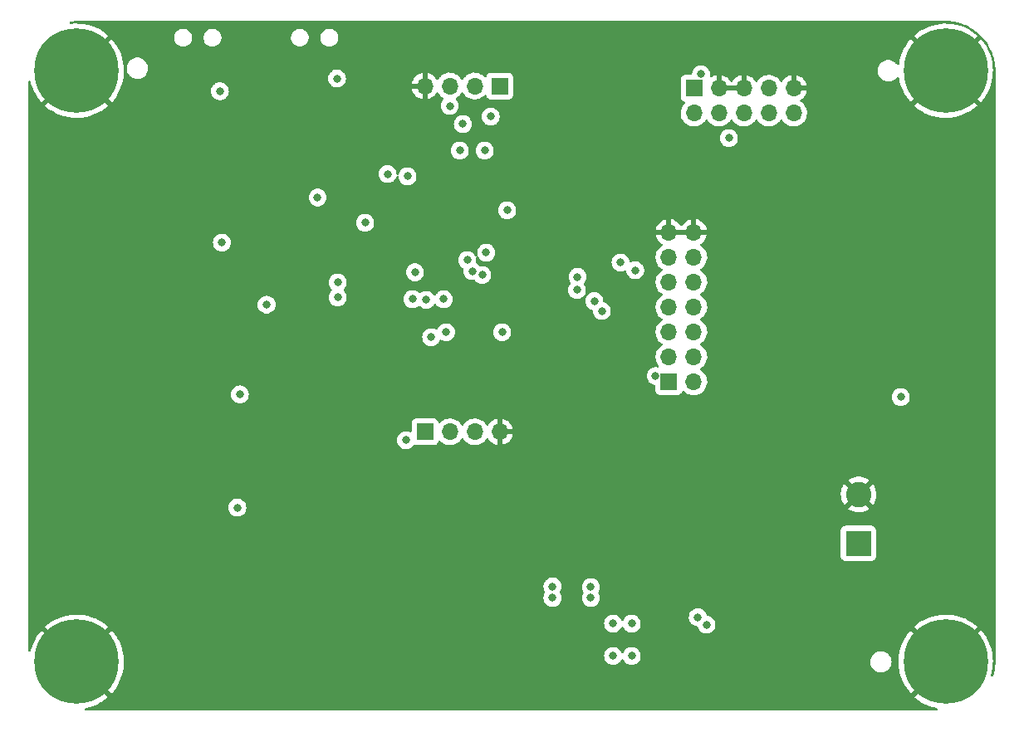
<source format=gbr>
%TF.GenerationSoftware,KiCad,Pcbnew,(6.0.9)*%
%TF.CreationDate,2022-12-02T11:09:33-06:00*%
%TF.ProjectId,First_stm32,46697273-745f-4737-946d-33322e6b6963,rev?*%
%TF.SameCoordinates,Original*%
%TF.FileFunction,Copper,L2,Inr*%
%TF.FilePolarity,Positive*%
%FSLAX46Y46*%
G04 Gerber Fmt 4.6, Leading zero omitted, Abs format (unit mm)*
G04 Created by KiCad (PCBNEW (6.0.9)) date 2022-12-02 11:09:33*
%MOMM*%
%LPD*%
G01*
G04 APERTURE LIST*
%TA.AperFunction,ComponentPad*%
%ADD10R,1.700000X1.700000*%
%TD*%
%TA.AperFunction,ComponentPad*%
%ADD11O,1.700000X1.700000*%
%TD*%
%TA.AperFunction,ComponentPad*%
%ADD12C,0.900000*%
%TD*%
%TA.AperFunction,ComponentPad*%
%ADD13C,8.600000*%
%TD*%
%TA.AperFunction,ComponentPad*%
%ADD14R,2.600000X2.600000*%
%TD*%
%TA.AperFunction,ComponentPad*%
%ADD15C,2.600000*%
%TD*%
%TA.AperFunction,ViaPad*%
%ADD16C,0.800000*%
%TD*%
G04 APERTURE END LIST*
D10*
%TO.N,+3.3V*%
%TO.C,J2*%
X154432000Y-61976000D03*
D11*
%TO.N,SWDIO*%
X154432000Y-64516000D03*
%TO.N,GND*%
X156972000Y-61976000D03*
%TO.N,SWCLK*%
X156972000Y-64516000D03*
%TO.N,GND*%
X159512000Y-61976000D03*
%TO.N,SWO*%
X159512000Y-64516000D03*
%TO.N,unconnected-(J2-Pad7)*%
X162052000Y-61976000D03*
%TO.N,unconnected-(J2-Pad8)*%
X162052000Y-64516000D03*
%TO.N,GND*%
X164592000Y-61976000D03*
%TO.N,NRST*%
X164592000Y-64516000D03*
%TD*%
D12*
%TO.N,GND*%
%TO.C,H1*%
X177805581Y-62478419D03*
X176861000Y-60198000D03*
X182366419Y-62478419D03*
X182366419Y-57917581D03*
X180086000Y-63423000D03*
X183311000Y-60198000D03*
X180086000Y-56973000D03*
X177805581Y-57917581D03*
D13*
X180086000Y-60198000D03*
%TD*%
D10*
%TO.N,+3.3V*%
%TO.C,J6*%
X151872000Y-91928000D03*
D11*
%TO.N,+5V*%
X154412000Y-91928000D03*
%TO.N,PIN_1*%
X151872000Y-89388000D03*
%TO.N,PIN_2*%
X154412000Y-89388000D03*
%TO.N,PIN_3*%
X151872000Y-86848000D03*
%TO.N,PIN_4*%
X154412000Y-86848000D03*
%TO.N,PIN_5*%
X151872000Y-84308000D03*
%TO.N,PIN_6*%
X154412000Y-84308000D03*
%TO.N,PWM_1*%
X151872000Y-81768000D03*
%TO.N,PWM_2*%
X154412000Y-81768000D03*
%TO.N,ANALOG_1*%
X151872000Y-79228000D03*
%TO.N,ANALOG_2*%
X154412000Y-79228000D03*
%TO.N,GND*%
X151872000Y-76688000D03*
X154412000Y-76688000D03*
%TD*%
D12*
%TO.N,GND*%
%TO.C,H4*%
X93771219Y-122778019D03*
X94715800Y-120497600D03*
X88265800Y-120497600D03*
X89210381Y-118217181D03*
D13*
X91490800Y-120497600D03*
D12*
X93771219Y-118217181D03*
X91490800Y-123722600D03*
X91490800Y-117272600D03*
X89210381Y-122778019D03*
%TD*%
%TO.N,GND*%
%TO.C,H3*%
X180086000Y-123722600D03*
X180086000Y-117272600D03*
X183311000Y-120497600D03*
X177805581Y-122778019D03*
D13*
X180086000Y-120497600D03*
D12*
X177805581Y-118217181D03*
X176861000Y-120497600D03*
X182366419Y-122778019D03*
X182366419Y-118217181D03*
%TD*%
D14*
%TO.N,+12V*%
%TO.C,J1*%
X171204000Y-108418000D03*
D15*
%TO.N,GND*%
X171204000Y-103418000D03*
%TD*%
D10*
%TO.N,+3.3V*%
%TO.C,J4*%
X127000000Y-97028000D03*
D11*
%TO.N,USART3_TX*%
X129540000Y-97028000D03*
%TO.N,USART3_RX*%
X132080000Y-97028000D03*
%TO.N,GND*%
X134620000Y-97028000D03*
%TD*%
D10*
%TO.N,I2C1_SDA*%
%TO.C,J3*%
X134610000Y-61747000D03*
D11*
%TO.N,I2C1_SCL*%
X132070000Y-61747000D03*
%TO.N,+3.3V*%
X129530000Y-61747000D03*
%TO.N,GND*%
X126990000Y-61747000D03*
%TD*%
D12*
%TO.N,GND*%
%TO.C,H2*%
X94715800Y-60198000D03*
X93771219Y-57917581D03*
X91490800Y-56973000D03*
X89210381Y-57917581D03*
X89210381Y-62478419D03*
D13*
X91490800Y-60198000D03*
D12*
X91490800Y-63423000D03*
X93771219Y-62478419D03*
X88265800Y-60198000D03*
%TD*%
D16*
%TO.N,GND*%
X127000000Y-63601600D03*
X95859600Y-71882000D03*
X113538000Y-61010800D03*
X161036000Y-113411000D03*
X136144000Y-72644000D03*
X154127200Y-106172000D03*
X161925000Y-114173000D03*
X136652000Y-86106000D03*
X180248000Y-77216000D03*
X115316000Y-82804000D03*
X106857800Y-100960800D03*
X121666000Y-70739000D03*
X106984800Y-89530800D03*
X162560000Y-108407200D03*
X156972000Y-60147200D03*
X137287000Y-73914000D03*
X134569200Y-95148400D03*
X95859600Y-77216000D03*
X152654000Y-113233200D03*
X105587800Y-100071800D03*
X151028400Y-120751600D03*
X150329285Y-104686715D03*
X152654000Y-114147600D03*
X134366000Y-89027000D03*
X138811000Y-74676000D03*
X105587800Y-88514800D03*
X120396000Y-84455000D03*
X101523800Y-62128400D03*
X127040500Y-70866000D03*
X135255000Y-88138000D03*
X164592000Y-60147200D03*
X151028400Y-117195600D03*
X125933200Y-88138000D03*
X116281200Y-75438000D03*
X159512000Y-60147200D03*
X172669200Y-78232000D03*
X150241000Y-105791000D03*
X158750000Y-109347000D03*
X121666000Y-74041000D03*
X121666000Y-79883000D03*
X113690400Y-80162400D03*
X150012400Y-76657200D03*
X156260800Y-76708000D03*
X159639000Y-110236000D03*
X120396000Y-79883000D03*
X151028400Y-115519200D03*
X171704000Y-93421200D03*
X119507000Y-85344000D03*
X163271200Y-107848400D03*
X156159200Y-106172000D03*
X180200498Y-76073000D03*
X151028400Y-119126000D03*
X117703600Y-77520800D03*
%TO.N,+3.3V*%
X106095800Y-62280800D03*
X133096000Y-68326000D03*
X118110000Y-81788000D03*
X118110000Y-83312000D03*
X150520400Y-91338400D03*
X129530000Y-63779400D03*
X155143200Y-60553600D03*
X125222000Y-70967600D03*
X155702000Y-116713000D03*
X120904000Y-75692000D03*
X175514000Y-93472000D03*
X134874000Y-86868000D03*
X146177000Y-119888000D03*
X127635000Y-87376000D03*
X123190000Y-70739000D03*
X125069600Y-97891600D03*
X154813000Y-115951000D03*
X140004800Y-112801400D03*
X143916400Y-112877600D03*
X118035200Y-60984000D03*
X130556000Y-68326000D03*
X148082000Y-116586000D03*
X143916400Y-113969800D03*
X148082000Y-119888000D03*
X140004800Y-113969800D03*
X135382000Y-74422000D03*
X146177000Y-116586000D03*
%TO.N,I2C1_SDA*%
X133705600Y-64871600D03*
X130860800Y-65633600D03*
%TO.N,SWITCH*%
X116052600Y-73126600D03*
X125984000Y-80752000D03*
%TO.N,NRST*%
X133235000Y-78752000D03*
%TO.N,ANALOG_1*%
X144272000Y-83693000D03*
%TO.N,ANALOG_2*%
X145034000Y-84709000D03*
%TO.N,LED_GREEN*%
X125730000Y-83501500D03*
X110859000Y-84062000D03*
%TO.N,LED_WHITE*%
X127127000Y-83566000D03*
X106299000Y-77724000D03*
%TO.N,BUTTON_1*%
X129159000Y-86868000D03*
X107873800Y-104770800D03*
%TO.N,BUTTON_2*%
X128905000Y-83501500D03*
X108127800Y-93213800D03*
%TO.N,PWM_2*%
X142494000Y-82550000D03*
X148437600Y-80543400D03*
%TO.N,PWM_1*%
X146939000Y-79756000D03*
X142557500Y-81216500D03*
%TO.N,PIN_4*%
X132842000Y-81026000D03*
%TO.N,PIN_5*%
X131826000Y-80645000D03*
%TO.N,PIN_6*%
X131318000Y-79501500D03*
%TO.N,SWDIO*%
X157988000Y-67056000D03*
%TD*%
%TA.AperFunction,Conductor*%
%TO.N,GND*%
G36*
X180056018Y-55120000D02*
G01*
X180070851Y-55122310D01*
X180070855Y-55122310D01*
X180079724Y-55123691D01*
X180100664Y-55120953D01*
X180122202Y-55119997D01*
X180295399Y-55127161D01*
X180500256Y-55135634D01*
X180510634Y-55136494D01*
X180713760Y-55161814D01*
X180916893Y-55187134D01*
X180927150Y-55188846D01*
X181060796Y-55216868D01*
X181327839Y-55272861D01*
X181337934Y-55275417D01*
X181730321Y-55392236D01*
X181740163Y-55395614D01*
X182121583Y-55544445D01*
X182131082Y-55548612D01*
X182498887Y-55728421D01*
X182508046Y-55733377D01*
X182859748Y-55942947D01*
X182868466Y-55948643D01*
X183201656Y-56186536D01*
X183209873Y-56192932D01*
X183522279Y-56457525D01*
X183529941Y-56464579D01*
X183819421Y-56754059D01*
X183826475Y-56761721D01*
X184091068Y-57074127D01*
X184097464Y-57082344D01*
X184335357Y-57415534D01*
X184341053Y-57424252D01*
X184550623Y-57775954D01*
X184555577Y-57785110D01*
X184723500Y-58128599D01*
X184735384Y-58152909D01*
X184739555Y-58162417D01*
X184878232Y-58517815D01*
X184888383Y-58543829D01*
X184891764Y-58553679D01*
X185008583Y-58946066D01*
X185011139Y-58956161D01*
X185033512Y-59062862D01*
X185093404Y-59348499D01*
X185095153Y-59356842D01*
X185096866Y-59367107D01*
X185118314Y-59539170D01*
X185147506Y-59773366D01*
X185148366Y-59783744D01*
X185152333Y-59879645D01*
X185163526Y-60150270D01*
X185163694Y-60154335D01*
X185162302Y-60178920D01*
X185160309Y-60191724D01*
X185161473Y-60200626D01*
X185161473Y-60200628D01*
X185164436Y-60223283D01*
X185165500Y-60239621D01*
X185165500Y-120493206D01*
X185163623Y-120514871D01*
X185160511Y-120532701D01*
X185161511Y-120541620D01*
X185161511Y-120541625D01*
X185162869Y-120553735D01*
X185163432Y-120575258D01*
X185157483Y-120675237D01*
X185141394Y-120945629D01*
X185141349Y-120946379D01*
X185140311Y-120956670D01*
X185083451Y-121355496D01*
X185081571Y-121365668D01*
X185052685Y-121492584D01*
X185023274Y-121621803D01*
X185012304Y-121641442D01*
X185014002Y-121647002D01*
X185010867Y-121676315D01*
X184992167Y-121758476D01*
X184989457Y-121768466D01*
X184947740Y-121900529D01*
X184908148Y-121959461D01*
X184842980Y-121987633D01*
X184772926Y-121976100D01*
X184720229Y-121928524D01*
X184701618Y-121860010D01*
X184706323Y-121828375D01*
X184766740Y-121614151D01*
X184774663Y-121601527D01*
X184776586Y-121570554D01*
X184850315Y-121178483D01*
X184851102Y-121172946D01*
X184892035Y-120751702D01*
X184892308Y-120747265D01*
X184898788Y-120499833D01*
X184898746Y-120495362D01*
X184879917Y-120072573D01*
X184879419Y-120066986D01*
X184823155Y-119648099D01*
X184822162Y-119642576D01*
X184728883Y-119230348D01*
X184727410Y-119224961D01*
X184597847Y-118822625D01*
X184595910Y-118817415D01*
X184431098Y-118428199D01*
X184428683Y-118423136D01*
X184229936Y-118050135D01*
X184227085Y-118045313D01*
X183995974Y-117691465D01*
X183992692Y-117686897D01*
X183731030Y-117354980D01*
X183727382Y-117350755D01*
X183674103Y-117294315D01*
X183660389Y-117286305D01*
X183659517Y-117286342D01*
X183651438Y-117291372D01*
X183251717Y-117691093D01*
X182366419Y-118576390D01*
X181840332Y-119102478D01*
X177805581Y-123137229D01*
X177279494Y-123663317D01*
X176882734Y-124060077D01*
X176875122Y-124074018D01*
X176875171Y-124074710D01*
X176880617Y-124082874D01*
X176958268Y-124155412D01*
X176962507Y-124159033D01*
X177295802Y-124418963D01*
X177300359Y-124422202D01*
X177655448Y-124651480D01*
X177660250Y-124654286D01*
X178034316Y-124851091D01*
X178039374Y-124853471D01*
X178429435Y-125016238D01*
X178434690Y-125018161D01*
X178837676Y-125145608D01*
X178843075Y-125147055D01*
X179205968Y-125227174D01*
X179268175Y-125261392D01*
X179302007Y-125323809D01*
X179296723Y-125394608D01*
X179254001Y-125451312D01*
X179187404Y-125475917D01*
X179178804Y-125476211D01*
X92406630Y-125476211D01*
X92338509Y-125456209D01*
X92292016Y-125402553D01*
X92281912Y-125332279D01*
X92311406Y-125267699D01*
X92371132Y-125229315D01*
X92378179Y-125227465D01*
X92782343Y-125133785D01*
X92787729Y-125132281D01*
X93189367Y-125000618D01*
X93194584Y-124998646D01*
X93582926Y-124831802D01*
X93587969Y-124829364D01*
X93959931Y-124628663D01*
X93964735Y-124625788D01*
X94317363Y-124392831D01*
X94321926Y-124389516D01*
X94652458Y-124126129D01*
X94656673Y-124122452D01*
X94694623Y-124086249D01*
X94702563Y-124072490D01*
X94702513Y-124071443D01*
X94697622Y-124063632D01*
X94297307Y-123663317D01*
X93412010Y-122778019D01*
X92885922Y-122251932D01*
X91132722Y-120498732D01*
X91855208Y-120498732D01*
X91855339Y-120500565D01*
X91859590Y-120507180D01*
X93245131Y-121892721D01*
X93761421Y-122409012D01*
X93771218Y-122418809D01*
X94656516Y-123304106D01*
X95052942Y-123700532D01*
X95066703Y-123708046D01*
X95076063Y-123701589D01*
X95245044Y-123508903D01*
X95248544Y-123504535D01*
X95497873Y-123163245D01*
X95500968Y-123158587D01*
X95718960Y-122796503D01*
X95721641Y-122791564D01*
X95906579Y-122411546D01*
X95908814Y-122406380D01*
X96059242Y-122011415D01*
X96061001Y-122006096D01*
X96175720Y-121599330D01*
X96177004Y-121593859D01*
X96255115Y-121178483D01*
X96255902Y-121172946D01*
X96296835Y-120751702D01*
X96297108Y-120747265D01*
X96303588Y-120499833D01*
X96303546Y-120495362D01*
X96284717Y-120072573D01*
X96284219Y-120066986D01*
X96260178Y-119888000D01*
X145263496Y-119888000D01*
X145283458Y-120077928D01*
X145342473Y-120259556D01*
X145437960Y-120424944D01*
X145442378Y-120429851D01*
X145442379Y-120429852D01*
X145557606Y-120557825D01*
X145565747Y-120566866D01*
X145720248Y-120679118D01*
X145726276Y-120681802D01*
X145726278Y-120681803D01*
X145870771Y-120746135D01*
X145894712Y-120756794D01*
X145988113Y-120776647D01*
X146075056Y-120795128D01*
X146075061Y-120795128D01*
X146081513Y-120796500D01*
X146272487Y-120796500D01*
X146278939Y-120795128D01*
X146278944Y-120795128D01*
X146365887Y-120776647D01*
X146459288Y-120756794D01*
X146483229Y-120746135D01*
X146627722Y-120681803D01*
X146627724Y-120681802D01*
X146633752Y-120679118D01*
X146788253Y-120566866D01*
X146796394Y-120557825D01*
X146911621Y-120429852D01*
X146911622Y-120429851D01*
X146916040Y-120424944D01*
X147011527Y-120259556D01*
X147013567Y-120253277D01*
X147014394Y-120251420D01*
X147060374Y-120197325D01*
X147128301Y-120176676D01*
X147196609Y-120196029D01*
X147244606Y-120251420D01*
X147245433Y-120253277D01*
X147247473Y-120259556D01*
X147342960Y-120424944D01*
X147347378Y-120429851D01*
X147347379Y-120429852D01*
X147462606Y-120557825D01*
X147470747Y-120566866D01*
X147625248Y-120679118D01*
X147631276Y-120681802D01*
X147631278Y-120681803D01*
X147775771Y-120746135D01*
X147799712Y-120756794D01*
X147893113Y-120776647D01*
X147980056Y-120795128D01*
X147980061Y-120795128D01*
X147986513Y-120796500D01*
X148177487Y-120796500D01*
X148183939Y-120795128D01*
X148183944Y-120795128D01*
X148270887Y-120776647D01*
X148364288Y-120756794D01*
X148388229Y-120746135D01*
X148532722Y-120681803D01*
X148532724Y-120681802D01*
X148538752Y-120679118D01*
X148693253Y-120566866D01*
X148701394Y-120557825D01*
X148781292Y-120469089D01*
X172393227Y-120469089D01*
X172395096Y-120497600D01*
X172406263Y-120667980D01*
X172407684Y-120673576D01*
X172407685Y-120673581D01*
X172438555Y-120795128D01*
X172455326Y-120861164D01*
X172457743Y-120866407D01*
X172496994Y-120951549D01*
X172538772Y-121042173D01*
X172653807Y-121204944D01*
X172796578Y-121344025D01*
X172962304Y-121454760D01*
X172967607Y-121457038D01*
X172967610Y-121457040D01*
X173061335Y-121497307D01*
X173145435Y-121533439D01*
X173217516Y-121549749D01*
X173334201Y-121576153D01*
X173334207Y-121576154D01*
X173339838Y-121577428D01*
X173345609Y-121577655D01*
X173345611Y-121577655D01*
X173406556Y-121580049D01*
X173539001Y-121585253D01*
X173640380Y-121570554D01*
X173730535Y-121557483D01*
X173730540Y-121557482D01*
X173736256Y-121556653D01*
X173741728Y-121554795D01*
X173741730Y-121554795D01*
X173919532Y-121494439D01*
X173919534Y-121494438D01*
X173924996Y-121492584D01*
X174098899Y-121395194D01*
X174252143Y-121267743D01*
X174379594Y-121114499D01*
X174476984Y-120940596D01*
X174505135Y-120857668D01*
X174539195Y-120757330D01*
X174539195Y-120757328D01*
X174541053Y-120751856D01*
X174541882Y-120746140D01*
X174541883Y-120746135D01*
X174566658Y-120575258D01*
X174569653Y-120554601D01*
X174571146Y-120497600D01*
X174559828Y-120374425D01*
X175274855Y-120374425D01*
X175282600Y-120797010D01*
X175282950Y-120802576D01*
X175328231Y-121222808D01*
X175329078Y-121228346D01*
X175411535Y-121642886D01*
X175412864Y-121648298D01*
X175531852Y-122053889D01*
X175533658Y-122059164D01*
X175688219Y-122452548D01*
X175690501Y-122457672D01*
X175879416Y-122835750D01*
X175882140Y-122840643D01*
X176103917Y-123200433D01*
X176107068Y-123205069D01*
X176359955Y-123543727D01*
X176363488Y-123548044D01*
X176499222Y-123699588D01*
X176512717Y-123707951D01*
X176522128Y-123702262D01*
X176920283Y-123304107D01*
X177805581Y-122418810D01*
X177815378Y-122409013D01*
X178331668Y-121892722D01*
X179713978Y-120510412D01*
X179721592Y-120496468D01*
X179721461Y-120494635D01*
X179717210Y-120488020D01*
X178331669Y-119102479D01*
X177446372Y-118217181D01*
X176920284Y-117691094D01*
X176521561Y-117292371D01*
X176508253Y-117285104D01*
X176498214Y-117292226D01*
X176254223Y-117585594D01*
X176250828Y-117590067D01*
X176010528Y-117937752D01*
X176007549Y-117942502D01*
X175799106Y-118310175D01*
X175796562Y-118315168D01*
X175621629Y-118699912D01*
X175619538Y-118705111D01*
X175479498Y-119103890D01*
X175477877Y-119109259D01*
X175373840Y-119518903D01*
X175372706Y-119524376D01*
X175305496Y-119941654D01*
X175304851Y-119947232D01*
X175275002Y-120368804D01*
X175274855Y-120374425D01*
X174559828Y-120374425D01*
X174552908Y-120299119D01*
X174539978Y-120253271D01*
X174500373Y-120112844D01*
X174500372Y-120112842D01*
X174498805Y-120107285D01*
X174485746Y-120080802D01*
X174413205Y-119933704D01*
X174410650Y-119928523D01*
X174291393Y-119768819D01*
X174145030Y-119633522D01*
X174140147Y-119630441D01*
X174140143Y-119630438D01*
X173981346Y-119530245D01*
X173981341Y-119530243D01*
X173976462Y-119527164D01*
X173791334Y-119453305D01*
X173595847Y-119414420D01*
X173590072Y-119414344D01*
X173590068Y-119414344D01*
X173490588Y-119413042D01*
X173396547Y-119411811D01*
X173390850Y-119412790D01*
X173390849Y-119412790D01*
X173374805Y-119415547D01*
X173200108Y-119445566D01*
X173013111Y-119514553D01*
X173008149Y-119517505D01*
X172870623Y-119599324D01*
X172841816Y-119616462D01*
X172691961Y-119747881D01*
X172568565Y-119904409D01*
X172565876Y-119909520D01*
X172565874Y-119909523D01*
X172515401Y-120005457D01*
X172475760Y-120080802D01*
X172445990Y-120176676D01*
X172418480Y-120265274D01*
X172416654Y-120271154D01*
X172393227Y-120469089D01*
X148781292Y-120469089D01*
X148816621Y-120429852D01*
X148816622Y-120429851D01*
X148821040Y-120424944D01*
X148916527Y-120259556D01*
X148975542Y-120077928D01*
X148995504Y-119888000D01*
X148975542Y-119698072D01*
X148916527Y-119516444D01*
X148821040Y-119351056D01*
X148693253Y-119209134D01*
X148594157Y-119137136D01*
X148544094Y-119100763D01*
X148544093Y-119100762D01*
X148538752Y-119096882D01*
X148532724Y-119094198D01*
X148532722Y-119094197D01*
X148370319Y-119021891D01*
X148370318Y-119021891D01*
X148364288Y-119019206D01*
X148270888Y-118999353D01*
X148183944Y-118980872D01*
X148183939Y-118980872D01*
X148177487Y-118979500D01*
X147986513Y-118979500D01*
X147980061Y-118980872D01*
X147980056Y-118980872D01*
X147893112Y-118999353D01*
X147799712Y-119019206D01*
X147793682Y-119021891D01*
X147793681Y-119021891D01*
X147631278Y-119094197D01*
X147631276Y-119094198D01*
X147625248Y-119096882D01*
X147619907Y-119100762D01*
X147619906Y-119100763D01*
X147569843Y-119137136D01*
X147470747Y-119209134D01*
X147342960Y-119351056D01*
X147339659Y-119356774D01*
X147288395Y-119445566D01*
X147247473Y-119516444D01*
X147245433Y-119522723D01*
X147244606Y-119524580D01*
X147198626Y-119578675D01*
X147130699Y-119599324D01*
X147062391Y-119579971D01*
X147014394Y-119524580D01*
X147013567Y-119522723D01*
X147011527Y-119516444D01*
X146970606Y-119445566D01*
X146919341Y-119356774D01*
X146916040Y-119351056D01*
X146788253Y-119209134D01*
X146689157Y-119137136D01*
X146639094Y-119100763D01*
X146639093Y-119100762D01*
X146633752Y-119096882D01*
X146627724Y-119094198D01*
X146627722Y-119094197D01*
X146465319Y-119021891D01*
X146465318Y-119021891D01*
X146459288Y-119019206D01*
X146365888Y-118999353D01*
X146278944Y-118980872D01*
X146278939Y-118980872D01*
X146272487Y-118979500D01*
X146081513Y-118979500D01*
X146075061Y-118980872D01*
X146075056Y-118980872D01*
X145988112Y-118999353D01*
X145894712Y-119019206D01*
X145888682Y-119021891D01*
X145888681Y-119021891D01*
X145726278Y-119094197D01*
X145726276Y-119094198D01*
X145720248Y-119096882D01*
X145714907Y-119100762D01*
X145714906Y-119100763D01*
X145664843Y-119137136D01*
X145565747Y-119209134D01*
X145437960Y-119351056D01*
X145342473Y-119516444D01*
X145283458Y-119698072D01*
X145263496Y-119888000D01*
X96260178Y-119888000D01*
X96227955Y-119648099D01*
X96226962Y-119642576D01*
X96133683Y-119230348D01*
X96132210Y-119224961D01*
X96002647Y-118822625D01*
X96000710Y-118817415D01*
X95835898Y-118428199D01*
X95833483Y-118423136D01*
X95634736Y-118050135D01*
X95631885Y-118045313D01*
X95400774Y-117691465D01*
X95397492Y-117686897D01*
X95135830Y-117354980D01*
X95132182Y-117350755D01*
X95078903Y-117294315D01*
X95065189Y-117286305D01*
X95064317Y-117286342D01*
X95056238Y-117291372D01*
X94656517Y-117691093D01*
X93771219Y-118576390D01*
X93245132Y-119102478D01*
X91862822Y-120484788D01*
X91855208Y-120498732D01*
X91132722Y-120498732D01*
X89736469Y-119102479D01*
X88851172Y-118217181D01*
X88325084Y-117691094D01*
X87926361Y-117292371D01*
X87913053Y-117285104D01*
X87903014Y-117292226D01*
X87659023Y-117585594D01*
X87655628Y-117590067D01*
X87415328Y-117937752D01*
X87412349Y-117942502D01*
X87203906Y-118310175D01*
X87201362Y-118315168D01*
X87026429Y-118699912D01*
X87024338Y-118705111D01*
X86884298Y-119103890D01*
X86882677Y-119109259D01*
X86811138Y-119390943D01*
X86774983Y-119452045D01*
X86711534Y-119483899D01*
X86640935Y-119476394D01*
X86585601Y-119431912D01*
X86563015Y-119359928D01*
X86563015Y-116922056D01*
X88278831Y-116922056D01*
X88284939Y-116932529D01*
X88684293Y-117331883D01*
X89210380Y-117857971D01*
X90095678Y-118743268D01*
X91477988Y-120125578D01*
X91491932Y-120133192D01*
X91493765Y-120133061D01*
X91500380Y-120128810D01*
X92885921Y-118743269D01*
X93771219Y-117857972D01*
X94297306Y-117331884D01*
X94693554Y-116935636D01*
X94701116Y-116921787D01*
X94694787Y-116912562D01*
X94521728Y-116759182D01*
X94517361Y-116755646D01*
X94287678Y-116586000D01*
X145263496Y-116586000D01*
X145264186Y-116592565D01*
X145280187Y-116744803D01*
X145283458Y-116775928D01*
X145342473Y-116957556D01*
X145437960Y-117122944D01*
X145565747Y-117264866D01*
X145606280Y-117294315D01*
X145683963Y-117350755D01*
X145720248Y-117377118D01*
X145726276Y-117379802D01*
X145726278Y-117379803D01*
X145762094Y-117395749D01*
X145894712Y-117454794D01*
X145988113Y-117474647D01*
X146075056Y-117493128D01*
X146075061Y-117493128D01*
X146081513Y-117494500D01*
X146272487Y-117494500D01*
X146278939Y-117493128D01*
X146278944Y-117493128D01*
X146365887Y-117474647D01*
X146459288Y-117454794D01*
X146591906Y-117395749D01*
X146627722Y-117379803D01*
X146627724Y-117379802D01*
X146633752Y-117377118D01*
X146670038Y-117350755D01*
X146747720Y-117294315D01*
X146788253Y-117264866D01*
X146916040Y-117122944D01*
X147011527Y-116957556D01*
X147013567Y-116951277D01*
X147014394Y-116949420D01*
X147060374Y-116895325D01*
X147128301Y-116874676D01*
X147196609Y-116894029D01*
X147244606Y-116949420D01*
X147245433Y-116951277D01*
X147247473Y-116957556D01*
X147342960Y-117122944D01*
X147470747Y-117264866D01*
X147511280Y-117294315D01*
X147588963Y-117350755D01*
X147625248Y-117377118D01*
X147631276Y-117379802D01*
X147631278Y-117379803D01*
X147667094Y-117395749D01*
X147799712Y-117454794D01*
X147893113Y-117474647D01*
X147980056Y-117493128D01*
X147980061Y-117493128D01*
X147986513Y-117494500D01*
X148177487Y-117494500D01*
X148183939Y-117493128D01*
X148183944Y-117493128D01*
X148270887Y-117474647D01*
X148364288Y-117454794D01*
X148496906Y-117395749D01*
X148532722Y-117379803D01*
X148532724Y-117379802D01*
X148538752Y-117377118D01*
X148575038Y-117350755D01*
X148652720Y-117294315D01*
X148693253Y-117264866D01*
X148821040Y-117122944D01*
X148916527Y-116957556D01*
X148975542Y-116775928D01*
X148978814Y-116744803D01*
X148994814Y-116592565D01*
X148995504Y-116586000D01*
X148986943Y-116504548D01*
X148976232Y-116402635D01*
X148976232Y-116402633D01*
X148975542Y-116396072D01*
X148916527Y-116214444D01*
X148821040Y-116049056D01*
X148732750Y-115951000D01*
X153899496Y-115951000D01*
X153900186Y-115957565D01*
X153907826Y-116030251D01*
X153919458Y-116140928D01*
X153978473Y-116322556D01*
X154073960Y-116487944D01*
X154078378Y-116492851D01*
X154078379Y-116492852D01*
X154105589Y-116523072D01*
X154201747Y-116629866D01*
X154267597Y-116677709D01*
X154325207Y-116719565D01*
X154356248Y-116742118D01*
X154362276Y-116744802D01*
X154362278Y-116744803D01*
X154524681Y-116817109D01*
X154530712Y-116819794D01*
X154717513Y-116859500D01*
X154717666Y-116859500D01*
X154781113Y-116885606D01*
X154822116Y-116944963D01*
X154867473Y-117084556D01*
X154962960Y-117249944D01*
X154967378Y-117254851D01*
X154967379Y-117254852D01*
X155057535Y-117354980D01*
X155090747Y-117391866D01*
X155173664Y-117452109D01*
X155230122Y-117493128D01*
X155245248Y-117504118D01*
X155251276Y-117506802D01*
X155251278Y-117506803D01*
X155413681Y-117579109D01*
X155419712Y-117581794D01*
X155513113Y-117601647D01*
X155600056Y-117620128D01*
X155600061Y-117620128D01*
X155606513Y-117621500D01*
X155797487Y-117621500D01*
X155803939Y-117620128D01*
X155803944Y-117620128D01*
X155890887Y-117601647D01*
X155984288Y-117581794D01*
X155990319Y-117579109D01*
X156152722Y-117506803D01*
X156152724Y-117506802D01*
X156158752Y-117504118D01*
X156173879Y-117493128D01*
X156230336Y-117452109D01*
X156313253Y-117391866D01*
X156346465Y-117354980D01*
X156436621Y-117254852D01*
X156436622Y-117254851D01*
X156441040Y-117249944D01*
X156536527Y-117084556D01*
X156589327Y-116922056D01*
X176874031Y-116922056D01*
X176880139Y-116932529D01*
X177279493Y-117331883D01*
X177805580Y-117857971D01*
X178690878Y-118743268D01*
X180073188Y-120125578D01*
X180087132Y-120133192D01*
X180088965Y-120133061D01*
X180095580Y-120128810D01*
X181481121Y-118743269D01*
X182366419Y-117857972D01*
X182892506Y-117331884D01*
X183288754Y-116935636D01*
X183296316Y-116921787D01*
X183289987Y-116912562D01*
X183116928Y-116759182D01*
X183112561Y-116755646D01*
X182772600Y-116504548D01*
X182767947Y-116501421D01*
X182406995Y-116281526D01*
X182402094Y-116278832D01*
X182023027Y-116091897D01*
X182017904Y-116089648D01*
X181623707Y-115937145D01*
X181618417Y-115935365D01*
X181212218Y-115818504D01*
X181206794Y-115817202D01*
X180791822Y-115736916D01*
X180786293Y-115736100D01*
X180365828Y-115693020D01*
X180360247Y-115692698D01*
X179937635Y-115687166D01*
X179932024Y-115687342D01*
X179510593Y-115719400D01*
X179505036Y-115720072D01*
X179088128Y-115789464D01*
X179082631Y-115790632D01*
X178673547Y-115896809D01*
X178668181Y-115898461D01*
X178270153Y-116040583D01*
X178264965Y-116042700D01*
X177881133Y-116219650D01*
X177876164Y-116222214D01*
X177509581Y-116432584D01*
X177504848Y-116435587D01*
X177158420Y-116677709D01*
X177153979Y-116681117D01*
X176882476Y-116909339D01*
X176874031Y-116922056D01*
X156589327Y-116922056D01*
X156595542Y-116902928D01*
X156596478Y-116894029D01*
X156614814Y-116719565D01*
X156615504Y-116713000D01*
X156611795Y-116677709D01*
X156596232Y-116529635D01*
X156596232Y-116529633D01*
X156595542Y-116523072D01*
X156536527Y-116341444D01*
X156441040Y-116176056D01*
X156415064Y-116147206D01*
X156317675Y-116039045D01*
X156317674Y-116039044D01*
X156313253Y-116034134D01*
X156198829Y-115951000D01*
X156164094Y-115925763D01*
X156164093Y-115925762D01*
X156158752Y-115921882D01*
X156152724Y-115919198D01*
X156152722Y-115919197D01*
X155990319Y-115846891D01*
X155990318Y-115846891D01*
X155984288Y-115844206D01*
X155797487Y-115804500D01*
X155797334Y-115804500D01*
X155733887Y-115778394D01*
X155692884Y-115719037D01*
X155649568Y-115585726D01*
X155647527Y-115579444D01*
X155552040Y-115414056D01*
X155424253Y-115272134D01*
X155269752Y-115159882D01*
X155263724Y-115157198D01*
X155263722Y-115157197D01*
X155101319Y-115084891D01*
X155101318Y-115084891D01*
X155095288Y-115082206D01*
X155001888Y-115062353D01*
X154914944Y-115043872D01*
X154914939Y-115043872D01*
X154908487Y-115042500D01*
X154717513Y-115042500D01*
X154711061Y-115043872D01*
X154711056Y-115043872D01*
X154624112Y-115062353D01*
X154530712Y-115082206D01*
X154524682Y-115084891D01*
X154524681Y-115084891D01*
X154362278Y-115157197D01*
X154362276Y-115157198D01*
X154356248Y-115159882D01*
X154201747Y-115272134D01*
X154073960Y-115414056D01*
X153978473Y-115579444D01*
X153919458Y-115761072D01*
X153918768Y-115767633D01*
X153918768Y-115767635D01*
X153910720Y-115844206D01*
X153899496Y-115951000D01*
X148732750Y-115951000D01*
X148693253Y-115907134D01*
X148538752Y-115794882D01*
X148532724Y-115792198D01*
X148532722Y-115792197D01*
X148370319Y-115719891D01*
X148370318Y-115719891D01*
X148364288Y-115717206D01*
X148270887Y-115697353D01*
X148183944Y-115678872D01*
X148183939Y-115678872D01*
X148177487Y-115677500D01*
X147986513Y-115677500D01*
X147980061Y-115678872D01*
X147980056Y-115678872D01*
X147893113Y-115697353D01*
X147799712Y-115717206D01*
X147793682Y-115719891D01*
X147793681Y-115719891D01*
X147631278Y-115792197D01*
X147631276Y-115792198D01*
X147625248Y-115794882D01*
X147470747Y-115907134D01*
X147342960Y-116049056D01*
X147247473Y-116214444D01*
X147245433Y-116220723D01*
X147244606Y-116222580D01*
X147198626Y-116276675D01*
X147130699Y-116297324D01*
X147062391Y-116277971D01*
X147014394Y-116222580D01*
X147013567Y-116220723D01*
X147011527Y-116214444D01*
X146916040Y-116049056D01*
X146788253Y-115907134D01*
X146633752Y-115794882D01*
X146627724Y-115792198D01*
X146627722Y-115792197D01*
X146465319Y-115719891D01*
X146465318Y-115719891D01*
X146459288Y-115717206D01*
X146365887Y-115697353D01*
X146278944Y-115678872D01*
X146278939Y-115678872D01*
X146272487Y-115677500D01*
X146081513Y-115677500D01*
X146075061Y-115678872D01*
X146075056Y-115678872D01*
X145988113Y-115697353D01*
X145894712Y-115717206D01*
X145888682Y-115719891D01*
X145888681Y-115719891D01*
X145726278Y-115792197D01*
X145726276Y-115792198D01*
X145720248Y-115794882D01*
X145565747Y-115907134D01*
X145437960Y-116049056D01*
X145342473Y-116214444D01*
X145283458Y-116396072D01*
X145282768Y-116402633D01*
X145282768Y-116402635D01*
X145272057Y-116504548D01*
X145263496Y-116586000D01*
X94287678Y-116586000D01*
X94177400Y-116504548D01*
X94172747Y-116501421D01*
X93811795Y-116281526D01*
X93806894Y-116278832D01*
X93427827Y-116091897D01*
X93422704Y-116089648D01*
X93028507Y-115937145D01*
X93023217Y-115935365D01*
X92617018Y-115818504D01*
X92611594Y-115817202D01*
X92196622Y-115736916D01*
X92191093Y-115736100D01*
X91770628Y-115693020D01*
X91765047Y-115692698D01*
X91342435Y-115687166D01*
X91336824Y-115687342D01*
X90915393Y-115719400D01*
X90909836Y-115720072D01*
X90492928Y-115789464D01*
X90487431Y-115790632D01*
X90078347Y-115896809D01*
X90072981Y-115898461D01*
X89674953Y-116040583D01*
X89669765Y-116042700D01*
X89285933Y-116219650D01*
X89280964Y-116222214D01*
X88914381Y-116432584D01*
X88909648Y-116435587D01*
X88563220Y-116677709D01*
X88558779Y-116681117D01*
X88287276Y-116909339D01*
X88278831Y-116922056D01*
X86563015Y-116922056D01*
X86563015Y-113969800D01*
X139091296Y-113969800D01*
X139111258Y-114159728D01*
X139170273Y-114341356D01*
X139265760Y-114506744D01*
X139393547Y-114648666D01*
X139548048Y-114760918D01*
X139554076Y-114763602D01*
X139554078Y-114763603D01*
X139716481Y-114835909D01*
X139722512Y-114838594D01*
X139815913Y-114858447D01*
X139902856Y-114876928D01*
X139902861Y-114876928D01*
X139909313Y-114878300D01*
X140100287Y-114878300D01*
X140106739Y-114876928D01*
X140106744Y-114876928D01*
X140193687Y-114858447D01*
X140287088Y-114838594D01*
X140293119Y-114835909D01*
X140455522Y-114763603D01*
X140455524Y-114763602D01*
X140461552Y-114760918D01*
X140616053Y-114648666D01*
X140743840Y-114506744D01*
X140839327Y-114341356D01*
X140898342Y-114159728D01*
X140918304Y-113969800D01*
X143002896Y-113969800D01*
X143022858Y-114159728D01*
X143081873Y-114341356D01*
X143177360Y-114506744D01*
X143305147Y-114648666D01*
X143459648Y-114760918D01*
X143465676Y-114763602D01*
X143465678Y-114763603D01*
X143628081Y-114835909D01*
X143634112Y-114838594D01*
X143727513Y-114858447D01*
X143814456Y-114876928D01*
X143814461Y-114876928D01*
X143820913Y-114878300D01*
X144011887Y-114878300D01*
X144018339Y-114876928D01*
X144018344Y-114876928D01*
X144105287Y-114858447D01*
X144198688Y-114838594D01*
X144204719Y-114835909D01*
X144367122Y-114763603D01*
X144367124Y-114763602D01*
X144373152Y-114760918D01*
X144527653Y-114648666D01*
X144655440Y-114506744D01*
X144750927Y-114341356D01*
X144809942Y-114159728D01*
X144829904Y-113969800D01*
X144809942Y-113779872D01*
X144750927Y-113598244D01*
X144686527Y-113486700D01*
X144669789Y-113417705D01*
X144686527Y-113360700D01*
X144747623Y-113254879D01*
X144747624Y-113254878D01*
X144750927Y-113249156D01*
X144809942Y-113067528D01*
X144829904Y-112877600D01*
X144809942Y-112687672D01*
X144750927Y-112506044D01*
X144655440Y-112340656D01*
X144527653Y-112198734D01*
X144373152Y-112086482D01*
X144367124Y-112083798D01*
X144367122Y-112083797D01*
X144204719Y-112011491D01*
X144204718Y-112011491D01*
X144198688Y-112008806D01*
X144105288Y-111988953D01*
X144018344Y-111970472D01*
X144018339Y-111970472D01*
X144011887Y-111969100D01*
X143820913Y-111969100D01*
X143814461Y-111970472D01*
X143814456Y-111970472D01*
X143727512Y-111988953D01*
X143634112Y-112008806D01*
X143628082Y-112011491D01*
X143628081Y-112011491D01*
X143465678Y-112083797D01*
X143465676Y-112083798D01*
X143459648Y-112086482D01*
X143305147Y-112198734D01*
X143177360Y-112340656D01*
X143081873Y-112506044D01*
X143022858Y-112687672D01*
X143002896Y-112877600D01*
X143022858Y-113067528D01*
X143081873Y-113249156D01*
X143085176Y-113254878D01*
X143085177Y-113254879D01*
X143146273Y-113360700D01*
X143163011Y-113429695D01*
X143146273Y-113486700D01*
X143081873Y-113598244D01*
X143022858Y-113779872D01*
X143002896Y-113969800D01*
X140918304Y-113969800D01*
X140898342Y-113779872D01*
X140839327Y-113598244D01*
X140752930Y-113448600D01*
X140736192Y-113379605D01*
X140752930Y-113322600D01*
X140836023Y-113178679D01*
X140836024Y-113178678D01*
X140839327Y-113172956D01*
X140898342Y-112991328D01*
X140918304Y-112801400D01*
X140898342Y-112611472D01*
X140839327Y-112429844D01*
X140743840Y-112264456D01*
X140681168Y-112194851D01*
X140620475Y-112127445D01*
X140620474Y-112127444D01*
X140616053Y-112122534D01*
X140461552Y-112010282D01*
X140455524Y-112007598D01*
X140455522Y-112007597D01*
X140293119Y-111935291D01*
X140293118Y-111935291D01*
X140287088Y-111932606D01*
X140193688Y-111912753D01*
X140106744Y-111894272D01*
X140106739Y-111894272D01*
X140100287Y-111892900D01*
X139909313Y-111892900D01*
X139902861Y-111894272D01*
X139902856Y-111894272D01*
X139815912Y-111912753D01*
X139722512Y-111932606D01*
X139716482Y-111935291D01*
X139716481Y-111935291D01*
X139554078Y-112007597D01*
X139554076Y-112007598D01*
X139548048Y-112010282D01*
X139393547Y-112122534D01*
X139389126Y-112127444D01*
X139389125Y-112127445D01*
X139328433Y-112194851D01*
X139265760Y-112264456D01*
X139170273Y-112429844D01*
X139111258Y-112611472D01*
X139091296Y-112801400D01*
X139111258Y-112991328D01*
X139170273Y-113172956D01*
X139173576Y-113178678D01*
X139173577Y-113178679D01*
X139256670Y-113322600D01*
X139273408Y-113391595D01*
X139256670Y-113448600D01*
X139170273Y-113598244D01*
X139111258Y-113779872D01*
X139091296Y-113969800D01*
X86563015Y-113969800D01*
X86563015Y-109766134D01*
X169395500Y-109766134D01*
X169402255Y-109828316D01*
X169453385Y-109964705D01*
X169540739Y-110081261D01*
X169657295Y-110168615D01*
X169793684Y-110219745D01*
X169855866Y-110226500D01*
X172552134Y-110226500D01*
X172614316Y-110219745D01*
X172750705Y-110168615D01*
X172867261Y-110081261D01*
X172954615Y-109964705D01*
X173005745Y-109828316D01*
X173012500Y-109766134D01*
X173012500Y-107069866D01*
X173005745Y-107007684D01*
X172954615Y-106871295D01*
X172867261Y-106754739D01*
X172750705Y-106667385D01*
X172614316Y-106616255D01*
X172552134Y-106609500D01*
X169855866Y-106609500D01*
X169793684Y-106616255D01*
X169657295Y-106667385D01*
X169540739Y-106754739D01*
X169453385Y-106871295D01*
X169402255Y-107007684D01*
X169395500Y-107069866D01*
X169395500Y-109766134D01*
X86563015Y-109766134D01*
X86563015Y-104770800D01*
X106960296Y-104770800D01*
X106960986Y-104777365D01*
X106979426Y-104952809D01*
X106980258Y-104960728D01*
X107039273Y-105142356D01*
X107134760Y-105307744D01*
X107262547Y-105449666D01*
X107417048Y-105561918D01*
X107423076Y-105564602D01*
X107423078Y-105564603D01*
X107585481Y-105636909D01*
X107591512Y-105639594D01*
X107684913Y-105659447D01*
X107771856Y-105677928D01*
X107771861Y-105677928D01*
X107778313Y-105679300D01*
X107969287Y-105679300D01*
X107975739Y-105677928D01*
X107975744Y-105677928D01*
X108062687Y-105659447D01*
X108156088Y-105639594D01*
X108162119Y-105636909D01*
X108324522Y-105564603D01*
X108324524Y-105564602D01*
X108330552Y-105561918D01*
X108485053Y-105449666D01*
X108612840Y-105307744D01*
X108708327Y-105142356D01*
X108767342Y-104960728D01*
X108768175Y-104952809D01*
X108777624Y-104862906D01*
X170123839Y-104862906D01*
X170132553Y-104874427D01*
X170239452Y-104952809D01*
X170247351Y-104957745D01*
X170476905Y-105078519D01*
X170485454Y-105082236D01*
X170730327Y-105167749D01*
X170739336Y-105170163D01*
X170994166Y-105218544D01*
X171003423Y-105219598D01*
X171262607Y-105229783D01*
X171271921Y-105229457D01*
X171529753Y-105201220D01*
X171538930Y-105199519D01*
X171789758Y-105133481D01*
X171798574Y-105130445D01*
X172036880Y-105028062D01*
X172045167Y-105023748D01*
X172265718Y-104887266D01*
X172273268Y-104881780D01*
X172278559Y-104877301D01*
X172286997Y-104864497D01*
X172280935Y-104854145D01*
X171216812Y-103790022D01*
X171202868Y-103782408D01*
X171201035Y-103782539D01*
X171194420Y-103786790D01*
X170130497Y-104850713D01*
X170123839Y-104862906D01*
X108777624Y-104862906D01*
X108786614Y-104777365D01*
X108787304Y-104770800D01*
X108767342Y-104580872D01*
X108708327Y-104399244D01*
X108612840Y-104233856D01*
X108485053Y-104091934D01*
X108330552Y-103979682D01*
X108324524Y-103976998D01*
X108324522Y-103976997D01*
X108162119Y-103904691D01*
X108162118Y-103904691D01*
X108156088Y-103902006D01*
X108062687Y-103882153D01*
X107975744Y-103863672D01*
X107975739Y-103863672D01*
X107969287Y-103862300D01*
X107778313Y-103862300D01*
X107771861Y-103863672D01*
X107771856Y-103863672D01*
X107684913Y-103882153D01*
X107591512Y-103902006D01*
X107585482Y-103904691D01*
X107585481Y-103904691D01*
X107423078Y-103976997D01*
X107423076Y-103976998D01*
X107417048Y-103979682D01*
X107262547Y-104091934D01*
X107134760Y-104233856D01*
X107039273Y-104399244D01*
X106980258Y-104580872D01*
X106960296Y-104770800D01*
X86563015Y-104770800D01*
X86563015Y-103375211D01*
X169391775Y-103375211D01*
X169404220Y-103634288D01*
X169405356Y-103643543D01*
X169455961Y-103897945D01*
X169458449Y-103906917D01*
X169546095Y-104151033D01*
X169549895Y-104159568D01*
X169672658Y-104388042D01*
X169677666Y-104395904D01*
X169747720Y-104489716D01*
X169758979Y-104498165D01*
X169771397Y-104491393D01*
X170831978Y-103430812D01*
X170838356Y-103419132D01*
X171568408Y-103419132D01*
X171568539Y-103420965D01*
X171572790Y-103427580D01*
X172640094Y-104494884D01*
X172652474Y-104501644D01*
X172660815Y-104495400D01*
X172794832Y-104287048D01*
X172799275Y-104278864D01*
X172905807Y-104042370D01*
X172908997Y-104033605D01*
X172979402Y-103783972D01*
X172981262Y-103774830D01*
X173014187Y-103516019D01*
X173014668Y-103509733D01*
X173016987Y-103421160D01*
X173016836Y-103414851D01*
X172997501Y-103154663D01*
X172996125Y-103145457D01*
X172938878Y-102892467D01*
X172936154Y-102883556D01*
X172842143Y-102641806D01*
X172838132Y-102633397D01*
X172709422Y-102408202D01*
X172704211Y-102400476D01*
X172660996Y-102345658D01*
X172649071Y-102337187D01*
X172637537Y-102343673D01*
X171576022Y-103405188D01*
X171568408Y-103419132D01*
X170838356Y-103419132D01*
X170839592Y-103416868D01*
X170839461Y-103415035D01*
X170835210Y-103408420D01*
X169769816Y-102343026D01*
X169756507Y-102335758D01*
X169746472Y-102342878D01*
X169730937Y-102361556D01*
X169725531Y-102369135D01*
X169590965Y-102590891D01*
X169586736Y-102599192D01*
X169486432Y-102838389D01*
X169483471Y-102847239D01*
X169419628Y-103098625D01*
X169418006Y-103107822D01*
X169392020Y-103365885D01*
X169391775Y-103375211D01*
X86563015Y-103375211D01*
X86563015Y-101970689D01*
X170121102Y-101970689D01*
X170125675Y-101980465D01*
X171191188Y-103045978D01*
X171205132Y-103053592D01*
X171206965Y-103053461D01*
X171213580Y-103049210D01*
X172278349Y-101984441D01*
X172284733Y-101972751D01*
X172275321Y-101960641D01*
X172128045Y-101858471D01*
X172120010Y-101853738D01*
X171887376Y-101739016D01*
X171878743Y-101735528D01*
X171631703Y-101656450D01*
X171622643Y-101654274D01*
X171366630Y-101612580D01*
X171357343Y-101611768D01*
X171097992Y-101608373D01*
X171088681Y-101608943D01*
X170831682Y-101643919D01*
X170822546Y-101645860D01*
X170573543Y-101718439D01*
X170564800Y-101721707D01*
X170329252Y-101830296D01*
X170321097Y-101834816D01*
X170130240Y-101959947D01*
X170121102Y-101970689D01*
X86563015Y-101970689D01*
X86563015Y-97891600D01*
X124156096Y-97891600D01*
X124156786Y-97898165D01*
X124175075Y-98072171D01*
X124176058Y-98081528D01*
X124235073Y-98263156D01*
X124238376Y-98268878D01*
X124238377Y-98268879D01*
X124255572Y-98298661D01*
X124330560Y-98428544D01*
X124458347Y-98570466D01*
X124612848Y-98682718D01*
X124618876Y-98685402D01*
X124618878Y-98685403D01*
X124781281Y-98757709D01*
X124787312Y-98760394D01*
X124880713Y-98780247D01*
X124967656Y-98798728D01*
X124967661Y-98798728D01*
X124974113Y-98800100D01*
X125165087Y-98800100D01*
X125171539Y-98798728D01*
X125171544Y-98798728D01*
X125258487Y-98780247D01*
X125351888Y-98760394D01*
X125357919Y-98757709D01*
X125520322Y-98685403D01*
X125520324Y-98685402D01*
X125526352Y-98682718D01*
X125680853Y-98570466D01*
X125808640Y-98428544D01*
X125819531Y-98409680D01*
X125870915Y-98360688D01*
X125940629Y-98347254D01*
X125972878Y-98354701D01*
X126032282Y-98376971D01*
X126032288Y-98376973D01*
X126039684Y-98379745D01*
X126101866Y-98386500D01*
X127898134Y-98386500D01*
X127960316Y-98379745D01*
X128096705Y-98328615D01*
X128213261Y-98241261D01*
X128300615Y-98124705D01*
X128314448Y-98087806D01*
X128344598Y-98007382D01*
X128387240Y-97950618D01*
X128453802Y-97925918D01*
X128523150Y-97941126D01*
X128557817Y-97969114D01*
X128586250Y-98001938D01*
X128758126Y-98144632D01*
X128951000Y-98257338D01*
X129159692Y-98337030D01*
X129164760Y-98338061D01*
X129164763Y-98338062D01*
X129246547Y-98354701D01*
X129378597Y-98381567D01*
X129383772Y-98381757D01*
X129383774Y-98381757D01*
X129596673Y-98389564D01*
X129596677Y-98389564D01*
X129601837Y-98389753D01*
X129606957Y-98389097D01*
X129606959Y-98389097D01*
X129818288Y-98362025D01*
X129818289Y-98362025D01*
X129823416Y-98361368D01*
X129828366Y-98359883D01*
X130032429Y-98298661D01*
X130032434Y-98298659D01*
X130037384Y-98297174D01*
X130237994Y-98198896D01*
X130419860Y-98069173D01*
X130578096Y-97911489D01*
X130708453Y-97730077D01*
X130709776Y-97731028D01*
X130756645Y-97687857D01*
X130826580Y-97675625D01*
X130892026Y-97703144D01*
X130919875Y-97734994D01*
X130979987Y-97833088D01*
X131126250Y-98001938D01*
X131298126Y-98144632D01*
X131491000Y-98257338D01*
X131699692Y-98337030D01*
X131704760Y-98338061D01*
X131704763Y-98338062D01*
X131786547Y-98354701D01*
X131918597Y-98381567D01*
X131923772Y-98381757D01*
X131923774Y-98381757D01*
X132136673Y-98389564D01*
X132136677Y-98389564D01*
X132141837Y-98389753D01*
X132146957Y-98389097D01*
X132146959Y-98389097D01*
X132358288Y-98362025D01*
X132358289Y-98362025D01*
X132363416Y-98361368D01*
X132368366Y-98359883D01*
X132572429Y-98298661D01*
X132572434Y-98298659D01*
X132577384Y-98297174D01*
X132777994Y-98198896D01*
X132959860Y-98069173D01*
X133118096Y-97911489D01*
X133248453Y-97730077D01*
X133249640Y-97730930D01*
X133296960Y-97687362D01*
X133366897Y-97675145D01*
X133432338Y-97702678D01*
X133460166Y-97734511D01*
X133517694Y-97828388D01*
X133523777Y-97836699D01*
X133663213Y-97997667D01*
X133670580Y-98004883D01*
X133834434Y-98140916D01*
X133842881Y-98146831D01*
X134026756Y-98254279D01*
X134036042Y-98258729D01*
X134235001Y-98334703D01*
X134244899Y-98337579D01*
X134348250Y-98358606D01*
X134362299Y-98357410D01*
X134366000Y-98347065D01*
X134366000Y-98346517D01*
X134874000Y-98346517D01*
X134878064Y-98360359D01*
X134891478Y-98362393D01*
X134898184Y-98361534D01*
X134908262Y-98359392D01*
X135112255Y-98298191D01*
X135121842Y-98294433D01*
X135313095Y-98200739D01*
X135321945Y-98195464D01*
X135495328Y-98071792D01*
X135503200Y-98065139D01*
X135654052Y-97914812D01*
X135660730Y-97906965D01*
X135785003Y-97734020D01*
X135790313Y-97725183D01*
X135884670Y-97534267D01*
X135888469Y-97524672D01*
X135950377Y-97320910D01*
X135952555Y-97310837D01*
X135953986Y-97299962D01*
X135951775Y-97285778D01*
X135938617Y-97282000D01*
X134892115Y-97282000D01*
X134876876Y-97286475D01*
X134875671Y-97287865D01*
X134874000Y-97295548D01*
X134874000Y-98346517D01*
X134366000Y-98346517D01*
X134366000Y-96755885D01*
X134874000Y-96755885D01*
X134878475Y-96771124D01*
X134879865Y-96772329D01*
X134887548Y-96774000D01*
X135938344Y-96774000D01*
X135951875Y-96770027D01*
X135953180Y-96760947D01*
X135911214Y-96593875D01*
X135907894Y-96584124D01*
X135822972Y-96388814D01*
X135818105Y-96379739D01*
X135702426Y-96200926D01*
X135696136Y-96192757D01*
X135552806Y-96035240D01*
X135545273Y-96028215D01*
X135378139Y-95896222D01*
X135369552Y-95890517D01*
X135183117Y-95787599D01*
X135173705Y-95783369D01*
X134972959Y-95712280D01*
X134962988Y-95709646D01*
X134891837Y-95696972D01*
X134878540Y-95698432D01*
X134874000Y-95712989D01*
X134874000Y-96755885D01*
X134366000Y-96755885D01*
X134366000Y-95711102D01*
X134362082Y-95697758D01*
X134347806Y-95695771D01*
X134309324Y-95701660D01*
X134299288Y-95704051D01*
X134096868Y-95770212D01*
X134087359Y-95774209D01*
X133898463Y-95872542D01*
X133889738Y-95878036D01*
X133719433Y-96005905D01*
X133711726Y-96012748D01*
X133564590Y-96166717D01*
X133558109Y-96174722D01*
X133453498Y-96328074D01*
X133398587Y-96373076D01*
X133328062Y-96381247D01*
X133264315Y-96349993D01*
X133243618Y-96325509D01*
X133162822Y-96200617D01*
X133162820Y-96200614D01*
X133160014Y-96196277D01*
X133009670Y-96031051D01*
X133005619Y-96027852D01*
X133005615Y-96027848D01*
X132838414Y-95895800D01*
X132838410Y-95895798D01*
X132834359Y-95892598D01*
X132798028Y-95872542D01*
X132782135Y-95863769D01*
X132638789Y-95784638D01*
X132633920Y-95782914D01*
X132633916Y-95782912D01*
X132433087Y-95711795D01*
X132433083Y-95711794D01*
X132428212Y-95710069D01*
X132423119Y-95709162D01*
X132423116Y-95709161D01*
X132213373Y-95671800D01*
X132213367Y-95671799D01*
X132208284Y-95670894D01*
X132134452Y-95669992D01*
X131990081Y-95668228D01*
X131990079Y-95668228D01*
X131984911Y-95668165D01*
X131764091Y-95701955D01*
X131551756Y-95771357D01*
X131353607Y-95874507D01*
X131349474Y-95877610D01*
X131349471Y-95877612D01*
X131179100Y-96005530D01*
X131174965Y-96008635D01*
X131171393Y-96012373D01*
X131063729Y-96125037D01*
X131020629Y-96170138D01*
X130913201Y-96327621D01*
X130858293Y-96372621D01*
X130787768Y-96380792D01*
X130724021Y-96349538D01*
X130703324Y-96325054D01*
X130622822Y-96200617D01*
X130622820Y-96200614D01*
X130620014Y-96196277D01*
X130469670Y-96031051D01*
X130465619Y-96027852D01*
X130465615Y-96027848D01*
X130298414Y-95895800D01*
X130298410Y-95895798D01*
X130294359Y-95892598D01*
X130258028Y-95872542D01*
X130242135Y-95863769D01*
X130098789Y-95784638D01*
X130093920Y-95782914D01*
X130093916Y-95782912D01*
X129893087Y-95711795D01*
X129893083Y-95711794D01*
X129888212Y-95710069D01*
X129883119Y-95709162D01*
X129883116Y-95709161D01*
X129673373Y-95671800D01*
X129673367Y-95671799D01*
X129668284Y-95670894D01*
X129594452Y-95669992D01*
X129450081Y-95668228D01*
X129450079Y-95668228D01*
X129444911Y-95668165D01*
X129224091Y-95701955D01*
X129011756Y-95771357D01*
X128813607Y-95874507D01*
X128809474Y-95877610D01*
X128809471Y-95877612D01*
X128639100Y-96005530D01*
X128634965Y-96008635D01*
X128578537Y-96067684D01*
X128554283Y-96093064D01*
X128492759Y-96128494D01*
X128421846Y-96125037D01*
X128364060Y-96083791D01*
X128345207Y-96050243D01*
X128303767Y-95939703D01*
X128300615Y-95931295D01*
X128213261Y-95814739D01*
X128096705Y-95727385D01*
X127960316Y-95676255D01*
X127898134Y-95669500D01*
X126101866Y-95669500D01*
X126039684Y-95676255D01*
X125903295Y-95727385D01*
X125786739Y-95814739D01*
X125699385Y-95931295D01*
X125648255Y-96067684D01*
X125641500Y-96129866D01*
X125641500Y-96957726D01*
X125621498Y-97025847D01*
X125567842Y-97072340D01*
X125497568Y-97082444D01*
X125464251Y-97072833D01*
X125357919Y-97025491D01*
X125357918Y-97025491D01*
X125351888Y-97022806D01*
X125258488Y-97002953D01*
X125171544Y-96984472D01*
X125171539Y-96984472D01*
X125165087Y-96983100D01*
X124974113Y-96983100D01*
X124967661Y-96984472D01*
X124967656Y-96984472D01*
X124880713Y-97002953D01*
X124787312Y-97022806D01*
X124781282Y-97025491D01*
X124781281Y-97025491D01*
X124618878Y-97097797D01*
X124618876Y-97097798D01*
X124612848Y-97100482D01*
X124458347Y-97212734D01*
X124453926Y-97217644D01*
X124453925Y-97217645D01*
X124379807Y-97299962D01*
X124330560Y-97354656D01*
X124235073Y-97520044D01*
X124176058Y-97701672D01*
X124175368Y-97708233D01*
X124175368Y-97708235D01*
X124172556Y-97734994D01*
X124156096Y-97891600D01*
X86563015Y-97891600D01*
X86563015Y-93213800D01*
X107214296Y-93213800D01*
X107214986Y-93220365D01*
X107221419Y-93281567D01*
X107234258Y-93403728D01*
X107293273Y-93585356D01*
X107388760Y-93750744D01*
X107516547Y-93892666D01*
X107671048Y-94004918D01*
X107677076Y-94007602D01*
X107677078Y-94007603D01*
X107691114Y-94013852D01*
X107845512Y-94082594D01*
X107938912Y-94102447D01*
X108025856Y-94120928D01*
X108025861Y-94120928D01*
X108032313Y-94122300D01*
X108223287Y-94122300D01*
X108229739Y-94120928D01*
X108229744Y-94120928D01*
X108316688Y-94102447D01*
X108410088Y-94082594D01*
X108564486Y-94013852D01*
X108578522Y-94007603D01*
X108578524Y-94007602D01*
X108584552Y-94004918D01*
X108739053Y-93892666D01*
X108866840Y-93750744D01*
X108962327Y-93585356D01*
X108999159Y-93472000D01*
X174600496Y-93472000D01*
X174601186Y-93478565D01*
X174613012Y-93591079D01*
X174620458Y-93661928D01*
X174679473Y-93843556D01*
X174774960Y-94008944D01*
X174902747Y-94150866D01*
X175057248Y-94263118D01*
X175063276Y-94265802D01*
X175063278Y-94265803D01*
X175225681Y-94338109D01*
X175231712Y-94340794D01*
X175325113Y-94360647D01*
X175412056Y-94379128D01*
X175412061Y-94379128D01*
X175418513Y-94380500D01*
X175609487Y-94380500D01*
X175615939Y-94379128D01*
X175615944Y-94379128D01*
X175702887Y-94360647D01*
X175796288Y-94340794D01*
X175802319Y-94338109D01*
X175964722Y-94265803D01*
X175964724Y-94265802D01*
X175970752Y-94263118D01*
X176125253Y-94150866D01*
X176253040Y-94008944D01*
X176348527Y-93843556D01*
X176407542Y-93661928D01*
X176414989Y-93591079D01*
X176426814Y-93478565D01*
X176427504Y-93472000D01*
X176419639Y-93397165D01*
X176408232Y-93288635D01*
X176408232Y-93288633D01*
X176407542Y-93282072D01*
X176348527Y-93100444D01*
X176253040Y-92935056D01*
X176223221Y-92901938D01*
X176129675Y-92798045D01*
X176129674Y-92798044D01*
X176125253Y-92793134D01*
X175970752Y-92680882D01*
X175964724Y-92678198D01*
X175964722Y-92678197D01*
X175802319Y-92605891D01*
X175802318Y-92605891D01*
X175796288Y-92603206D01*
X175702887Y-92583353D01*
X175615944Y-92564872D01*
X175615939Y-92564872D01*
X175609487Y-92563500D01*
X175418513Y-92563500D01*
X175412061Y-92564872D01*
X175412056Y-92564872D01*
X175325113Y-92583353D01*
X175231712Y-92603206D01*
X175225682Y-92605891D01*
X175225681Y-92605891D01*
X175063278Y-92678197D01*
X175063276Y-92678198D01*
X175057248Y-92680882D01*
X174902747Y-92793134D01*
X174898326Y-92798044D01*
X174898325Y-92798045D01*
X174804780Y-92901938D01*
X174774960Y-92935056D01*
X174679473Y-93100444D01*
X174620458Y-93282072D01*
X174619768Y-93288633D01*
X174619768Y-93288635D01*
X174608361Y-93397165D01*
X174600496Y-93472000D01*
X108999159Y-93472000D01*
X109021342Y-93403728D01*
X109034182Y-93281567D01*
X109040614Y-93220365D01*
X109041304Y-93213800D01*
X109035096Y-93154731D01*
X109022032Y-93030435D01*
X109022032Y-93030433D01*
X109021342Y-93023872D01*
X108962327Y-92842244D01*
X108942148Y-92807292D01*
X108925114Y-92777790D01*
X108866840Y-92676856D01*
X108797741Y-92600113D01*
X108743475Y-92539845D01*
X108743474Y-92539844D01*
X108739053Y-92534934D01*
X108639957Y-92462936D01*
X108589894Y-92426563D01*
X108589893Y-92426562D01*
X108584552Y-92422682D01*
X108578524Y-92419998D01*
X108578522Y-92419997D01*
X108416119Y-92347691D01*
X108416118Y-92347691D01*
X108410088Y-92345006D01*
X108316688Y-92325153D01*
X108229744Y-92306672D01*
X108229739Y-92306672D01*
X108223287Y-92305300D01*
X108032313Y-92305300D01*
X108025861Y-92306672D01*
X108025856Y-92306672D01*
X107938913Y-92325153D01*
X107845512Y-92345006D01*
X107839482Y-92347691D01*
X107839481Y-92347691D01*
X107677078Y-92419997D01*
X107677076Y-92419998D01*
X107671048Y-92422682D01*
X107665707Y-92426562D01*
X107665706Y-92426563D01*
X107615643Y-92462936D01*
X107516547Y-92534934D01*
X107512126Y-92539844D01*
X107512125Y-92539845D01*
X107457860Y-92600113D01*
X107388760Y-92676856D01*
X107330486Y-92777790D01*
X107313453Y-92807292D01*
X107293273Y-92842244D01*
X107234258Y-93023872D01*
X107233568Y-93030433D01*
X107233568Y-93030435D01*
X107220504Y-93154731D01*
X107214296Y-93213800D01*
X86563015Y-93213800D01*
X86563015Y-91338400D01*
X149606896Y-91338400D01*
X149607586Y-91344965D01*
X149623221Y-91493720D01*
X149626858Y-91528328D01*
X149685873Y-91709956D01*
X149781360Y-91875344D01*
X149785778Y-91880251D01*
X149785779Y-91880252D01*
X149831801Y-91931365D01*
X149909147Y-92017266D01*
X150063648Y-92129518D01*
X150069676Y-92132202D01*
X150069678Y-92132203D01*
X150232081Y-92204509D01*
X150238112Y-92207194D01*
X150398561Y-92241299D01*
X150413697Y-92244516D01*
X150476170Y-92278245D01*
X150510492Y-92340394D01*
X150513500Y-92367763D01*
X150513500Y-92826134D01*
X150520255Y-92888316D01*
X150571385Y-93024705D01*
X150658739Y-93141261D01*
X150775295Y-93228615D01*
X150911684Y-93279745D01*
X150973866Y-93286500D01*
X152770134Y-93286500D01*
X152832316Y-93279745D01*
X152968705Y-93228615D01*
X153085261Y-93141261D01*
X153172615Y-93024705D01*
X153194799Y-92965529D01*
X153216598Y-92907382D01*
X153259240Y-92850618D01*
X153325802Y-92825918D01*
X153395150Y-92841126D01*
X153429817Y-92869114D01*
X153458250Y-92901938D01*
X153630126Y-93044632D01*
X153823000Y-93157338D01*
X154031692Y-93237030D01*
X154036760Y-93238061D01*
X154036763Y-93238062D01*
X154144017Y-93259883D01*
X154250597Y-93281567D01*
X154255772Y-93281757D01*
X154255774Y-93281757D01*
X154468673Y-93289564D01*
X154468677Y-93289564D01*
X154473837Y-93289753D01*
X154478957Y-93289097D01*
X154478959Y-93289097D01*
X154690288Y-93262025D01*
X154690289Y-93262025D01*
X154695416Y-93261368D01*
X154700366Y-93259883D01*
X154904429Y-93198661D01*
X154904434Y-93198659D01*
X154909384Y-93197174D01*
X155109994Y-93098896D01*
X155291860Y-92969173D01*
X155320359Y-92940774D01*
X155435616Y-92825918D01*
X155450096Y-92811489D01*
X155459757Y-92798045D01*
X155577435Y-92634277D01*
X155580453Y-92630077D01*
X155592407Y-92605891D01*
X155677136Y-92434453D01*
X155677137Y-92434451D01*
X155679430Y-92429811D01*
X155744370Y-92216069D01*
X155773529Y-91994590D01*
X155775156Y-91928000D01*
X155756852Y-91705361D01*
X155702431Y-91488702D01*
X155613354Y-91283840D01*
X155530026Y-91155035D01*
X155494822Y-91100617D01*
X155494820Y-91100614D01*
X155492014Y-91096277D01*
X155341670Y-90931051D01*
X155337619Y-90927852D01*
X155337615Y-90927848D01*
X155170414Y-90795800D01*
X155170410Y-90795798D01*
X155166359Y-90792598D01*
X155125053Y-90769796D01*
X155075084Y-90719364D01*
X155060312Y-90649921D01*
X155085428Y-90583516D01*
X155112780Y-90556909D01*
X155156603Y-90525650D01*
X155291860Y-90429173D01*
X155346167Y-90375056D01*
X155446435Y-90275137D01*
X155450096Y-90271489D01*
X155509594Y-90188689D01*
X155577435Y-90094277D01*
X155580453Y-90090077D01*
X155601320Y-90047857D01*
X155677136Y-89894453D01*
X155677137Y-89894451D01*
X155679430Y-89889811D01*
X155744370Y-89676069D01*
X155773529Y-89454590D01*
X155775156Y-89388000D01*
X155756852Y-89165361D01*
X155702431Y-88948702D01*
X155613354Y-88743840D01*
X155492014Y-88556277D01*
X155341670Y-88391051D01*
X155337619Y-88387852D01*
X155337615Y-88387848D01*
X155170414Y-88255800D01*
X155170410Y-88255798D01*
X155166359Y-88252598D01*
X155125053Y-88229796D01*
X155075084Y-88179364D01*
X155060312Y-88109921D01*
X155085428Y-88043516D01*
X155112780Y-88016909D01*
X155156603Y-87985650D01*
X155291860Y-87889173D01*
X155450096Y-87731489D01*
X155509594Y-87648689D01*
X155577435Y-87554277D01*
X155580453Y-87550077D01*
X155601320Y-87507857D01*
X155677136Y-87354453D01*
X155677137Y-87354451D01*
X155679430Y-87349811D01*
X155744370Y-87136069D01*
X155773529Y-86914590D01*
X155774507Y-86874565D01*
X155775074Y-86851365D01*
X155775074Y-86851361D01*
X155775156Y-86848000D01*
X155756852Y-86625361D01*
X155702431Y-86408702D01*
X155613354Y-86203840D01*
X155492014Y-86016277D01*
X155341670Y-85851051D01*
X155337619Y-85847852D01*
X155337615Y-85847848D01*
X155170414Y-85715800D01*
X155170410Y-85715798D01*
X155166359Y-85712598D01*
X155125053Y-85689796D01*
X155075084Y-85639364D01*
X155060312Y-85569921D01*
X155085428Y-85503516D01*
X155112780Y-85476909D01*
X155156603Y-85445650D01*
X155291860Y-85349173D01*
X155450096Y-85191489D01*
X155509594Y-85108689D01*
X155577435Y-85014277D01*
X155580453Y-85010077D01*
X155601320Y-84967857D01*
X155677136Y-84814453D01*
X155677137Y-84814451D01*
X155679430Y-84809811D01*
X155712053Y-84702435D01*
X155742865Y-84601023D01*
X155742865Y-84601021D01*
X155744370Y-84596069D01*
X155773529Y-84374590D01*
X155774437Y-84337444D01*
X155775074Y-84311365D01*
X155775074Y-84311361D01*
X155775156Y-84308000D01*
X155756852Y-84085361D01*
X155702431Y-83868702D01*
X155613354Y-83663840D01*
X155523571Y-83525056D01*
X155494822Y-83480617D01*
X155494820Y-83480614D01*
X155492014Y-83476277D01*
X155341670Y-83311051D01*
X155337619Y-83307852D01*
X155337615Y-83307848D01*
X155170414Y-83175800D01*
X155170410Y-83175798D01*
X155166359Y-83172598D01*
X155125053Y-83149796D01*
X155075084Y-83099364D01*
X155060312Y-83029921D01*
X155085428Y-82963516D01*
X155112780Y-82936909D01*
X155175677Y-82892045D01*
X155291860Y-82809173D01*
X155316620Y-82784500D01*
X155393691Y-82707697D01*
X155450096Y-82651489D01*
X155491139Y-82594372D01*
X155577435Y-82474277D01*
X155580453Y-82470077D01*
X155601320Y-82427857D01*
X155677136Y-82274453D01*
X155677137Y-82274451D01*
X155679430Y-82269811D01*
X155744370Y-82056069D01*
X155773529Y-81834590D01*
X155774507Y-81794565D01*
X155775074Y-81771365D01*
X155775074Y-81771361D01*
X155775156Y-81768000D01*
X155756852Y-81545361D01*
X155702431Y-81328702D01*
X155613354Y-81123840D01*
X155554306Y-81032565D01*
X155494822Y-80940617D01*
X155494820Y-80940614D01*
X155492014Y-80936277D01*
X155341670Y-80771051D01*
X155337619Y-80767852D01*
X155337615Y-80767848D01*
X155170414Y-80635800D01*
X155170410Y-80635798D01*
X155166359Y-80632598D01*
X155125053Y-80609796D01*
X155075084Y-80559364D01*
X155060312Y-80489921D01*
X155085428Y-80423516D01*
X155112780Y-80396909D01*
X155181760Y-80347706D01*
X155291860Y-80269173D01*
X155322377Y-80238763D01*
X155395273Y-80166121D01*
X155450096Y-80111489D01*
X155509594Y-80028689D01*
X155577435Y-79934277D01*
X155580453Y-79930077D01*
X155601320Y-79887857D01*
X155677136Y-79734453D01*
X155677137Y-79734451D01*
X155679430Y-79729811D01*
X155744370Y-79516069D01*
X155773529Y-79294590D01*
X155775156Y-79228000D01*
X155756852Y-79005361D01*
X155702431Y-78788702D01*
X155613354Y-78583840D01*
X155492014Y-78396277D01*
X155341670Y-78231051D01*
X155337619Y-78227852D01*
X155337615Y-78227848D01*
X155170414Y-78095800D01*
X155170410Y-78095798D01*
X155166359Y-78092598D01*
X155124569Y-78069529D01*
X155074598Y-78019097D01*
X155059826Y-77949654D01*
X155084942Y-77883248D01*
X155112294Y-77856641D01*
X155287328Y-77731792D01*
X155295200Y-77725139D01*
X155446052Y-77574812D01*
X155452730Y-77566965D01*
X155577003Y-77394020D01*
X155582313Y-77385183D01*
X155676670Y-77194267D01*
X155680469Y-77184672D01*
X155742377Y-76980910D01*
X155744555Y-76970837D01*
X155745986Y-76959962D01*
X155743775Y-76945778D01*
X155730617Y-76942000D01*
X150555225Y-76942000D01*
X150541694Y-76945973D01*
X150540257Y-76955966D01*
X150570565Y-77090446D01*
X150573645Y-77100275D01*
X150653770Y-77297603D01*
X150658413Y-77306794D01*
X150769694Y-77488388D01*
X150775777Y-77496699D01*
X150915213Y-77657667D01*
X150922580Y-77664883D01*
X151086434Y-77800916D01*
X151094881Y-77806831D01*
X151163969Y-77847203D01*
X151212693Y-77898842D01*
X151225764Y-77968625D01*
X151199033Y-78034396D01*
X151158584Y-78067752D01*
X151145607Y-78074507D01*
X151141474Y-78077610D01*
X151141471Y-78077612D01*
X150971100Y-78205530D01*
X150966965Y-78208635D01*
X150812629Y-78370138D01*
X150809720Y-78374403D01*
X150809714Y-78374411D01*
X150791838Y-78400617D01*
X150686743Y-78554680D01*
X150592688Y-78757305D01*
X150532989Y-78972570D01*
X150509251Y-79194695D01*
X150509548Y-79199848D01*
X150509548Y-79199851D01*
X150514968Y-79293852D01*
X150522110Y-79417715D01*
X150523247Y-79422761D01*
X150523248Y-79422767D01*
X150543119Y-79510939D01*
X150571222Y-79635639D01*
X150655266Y-79842616D01*
X150706019Y-79925438D01*
X150769291Y-80028688D01*
X150771987Y-80033088D01*
X150918250Y-80201938D01*
X151090126Y-80344632D01*
X151151411Y-80380444D01*
X151163445Y-80387476D01*
X151212169Y-80439114D01*
X151225240Y-80508897D01*
X151198509Y-80574669D01*
X151158055Y-80608027D01*
X151145607Y-80614507D01*
X151141474Y-80617610D01*
X151141471Y-80617612D01*
X150971227Y-80745435D01*
X150966965Y-80748635D01*
X150812629Y-80910138D01*
X150686743Y-81094680D01*
X150592688Y-81297305D01*
X150532989Y-81512570D01*
X150509251Y-81734695D01*
X150509548Y-81739848D01*
X150509548Y-81739851D01*
X150514988Y-81834202D01*
X150522110Y-81957715D01*
X150523247Y-81962761D01*
X150523248Y-81962767D01*
X150533477Y-82008154D01*
X150571222Y-82175639D01*
X150655266Y-82382616D01*
X150706019Y-82465438D01*
X150769291Y-82568688D01*
X150771987Y-82573088D01*
X150918250Y-82741938D01*
X151090126Y-82884632D01*
X151115051Y-82899197D01*
X151163445Y-82927476D01*
X151212169Y-82979114D01*
X151225240Y-83048897D01*
X151198509Y-83114669D01*
X151158055Y-83148027D01*
X151152060Y-83151148D01*
X151145607Y-83154507D01*
X151141474Y-83157610D01*
X151141471Y-83157612D01*
X150971100Y-83285530D01*
X150966965Y-83288635D01*
X150963393Y-83292373D01*
X150871967Y-83388045D01*
X150812629Y-83450138D01*
X150809720Y-83454403D01*
X150809714Y-83454411D01*
X150781777Y-83495365D01*
X150686743Y-83634680D01*
X150656625Y-83699565D01*
X150610163Y-83799659D01*
X150592688Y-83837305D01*
X150532989Y-84052570D01*
X150509251Y-84274695D01*
X150509548Y-84279848D01*
X150509548Y-84279851D01*
X150515202Y-84377908D01*
X150522110Y-84497715D01*
X150523247Y-84502761D01*
X150523248Y-84502767D01*
X150525508Y-84512794D01*
X150571222Y-84715639D01*
X150609461Y-84809811D01*
X150648197Y-84905206D01*
X150655266Y-84922616D01*
X150706019Y-85005438D01*
X150769291Y-85108688D01*
X150771987Y-85113088D01*
X150918250Y-85281938D01*
X151090126Y-85424632D01*
X151160595Y-85465811D01*
X151163445Y-85467476D01*
X151212169Y-85519114D01*
X151225240Y-85588897D01*
X151198509Y-85654669D01*
X151158055Y-85688027D01*
X151145607Y-85694507D01*
X151141474Y-85697610D01*
X151141471Y-85697612D01*
X151117247Y-85715800D01*
X150966965Y-85828635D01*
X150812629Y-85990138D01*
X150686743Y-86174680D01*
X150592688Y-86377305D01*
X150532989Y-86592570D01*
X150509251Y-86814695D01*
X150509548Y-86819848D01*
X150509548Y-86819851D01*
X150515011Y-86914590D01*
X150522110Y-87037715D01*
X150523247Y-87042761D01*
X150523248Y-87042767D01*
X150525186Y-87051365D01*
X150571222Y-87255639D01*
X150655266Y-87462616D01*
X150696411Y-87529759D01*
X150769291Y-87648688D01*
X150771987Y-87653088D01*
X150918250Y-87821938D01*
X151090126Y-87964632D01*
X151160595Y-88005811D01*
X151163445Y-88007476D01*
X151212169Y-88059114D01*
X151225240Y-88128897D01*
X151198509Y-88194669D01*
X151158055Y-88228027D01*
X151145607Y-88234507D01*
X151141474Y-88237610D01*
X151141471Y-88237612D01*
X151079022Y-88284500D01*
X150966965Y-88368635D01*
X150812629Y-88530138D01*
X150686743Y-88714680D01*
X150592688Y-88917305D01*
X150532989Y-89132570D01*
X150509251Y-89354695D01*
X150509548Y-89359848D01*
X150509548Y-89359851D01*
X150515011Y-89454590D01*
X150522110Y-89577715D01*
X150523247Y-89582761D01*
X150523248Y-89582767D01*
X150543119Y-89670939D01*
X150571222Y-89795639D01*
X150655266Y-90002616D01*
X150706019Y-90085438D01*
X150769291Y-90188688D01*
X150771987Y-90193088D01*
X150775366Y-90196989D01*
X150775372Y-90196997D01*
X150812795Y-90240199D01*
X150842278Y-90304784D01*
X150832163Y-90375056D01*
X150785662Y-90428705D01*
X150717538Y-90448696D01*
X150691360Y-90445942D01*
X150622351Y-90431273D01*
X150622342Y-90431272D01*
X150615887Y-90429900D01*
X150424913Y-90429900D01*
X150418461Y-90431272D01*
X150418456Y-90431272D01*
X150336485Y-90448696D01*
X150238112Y-90469606D01*
X150232082Y-90472291D01*
X150232081Y-90472291D01*
X150069678Y-90544597D01*
X150069676Y-90544598D01*
X150063648Y-90547282D01*
X150058307Y-90551162D01*
X150058306Y-90551163D01*
X150047663Y-90558896D01*
X149909147Y-90659534D01*
X149904726Y-90664444D01*
X149904725Y-90664445D01*
X149811460Y-90768027D01*
X149781360Y-90801456D01*
X149759278Y-90839703D01*
X149695458Y-90950243D01*
X149685873Y-90966844D01*
X149626858Y-91148472D01*
X149606896Y-91338400D01*
X86563015Y-91338400D01*
X86563015Y-87376000D01*
X126721496Y-87376000D01*
X126722186Y-87382565D01*
X126739863Y-87550749D01*
X126741458Y-87565928D01*
X126800473Y-87747556D01*
X126895960Y-87912944D01*
X126900378Y-87917851D01*
X126900379Y-87917852D01*
X127013527Y-88043516D01*
X127023747Y-88054866D01*
X127178248Y-88167118D01*
X127184276Y-88169802D01*
X127184278Y-88169803D01*
X127319028Y-88229797D01*
X127352712Y-88244794D01*
X127446112Y-88264647D01*
X127533056Y-88283128D01*
X127533061Y-88283128D01*
X127539513Y-88284500D01*
X127730487Y-88284500D01*
X127736939Y-88283128D01*
X127736944Y-88283128D01*
X127823888Y-88264647D01*
X127917288Y-88244794D01*
X127950972Y-88229797D01*
X128085722Y-88169803D01*
X128085724Y-88169802D01*
X128091752Y-88167118D01*
X128246253Y-88054866D01*
X128256473Y-88043516D01*
X128369621Y-87917852D01*
X128369622Y-87917851D01*
X128374040Y-87912944D01*
X128469527Y-87747556D01*
X128483630Y-87704153D01*
X128523702Y-87645548D01*
X128589099Y-87617911D01*
X128659055Y-87630018D01*
X128677517Y-87641150D01*
X128702248Y-87659118D01*
X128708276Y-87661802D01*
X128708278Y-87661803D01*
X128870681Y-87734109D01*
X128876712Y-87736794D01*
X128970112Y-87756647D01*
X129057056Y-87775128D01*
X129057061Y-87775128D01*
X129063513Y-87776500D01*
X129254487Y-87776500D01*
X129260939Y-87775128D01*
X129260944Y-87775128D01*
X129347887Y-87756647D01*
X129441288Y-87736794D01*
X129447319Y-87734109D01*
X129609722Y-87661803D01*
X129609724Y-87661802D01*
X129615752Y-87659118D01*
X129634430Y-87645548D01*
X129672468Y-87617911D01*
X129770253Y-87546866D01*
X129898040Y-87404944D01*
X129981478Y-87260425D01*
X129990223Y-87245279D01*
X129990224Y-87245278D01*
X129993527Y-87239556D01*
X130052542Y-87057928D01*
X130054136Y-87042767D01*
X130071814Y-86874565D01*
X130072504Y-86868000D01*
X133960496Y-86868000D01*
X133961186Y-86874565D01*
X133978865Y-87042767D01*
X133980458Y-87057928D01*
X134039473Y-87239556D01*
X134042776Y-87245278D01*
X134042777Y-87245279D01*
X134051522Y-87260425D01*
X134134960Y-87404944D01*
X134262747Y-87546866D01*
X134360532Y-87617911D01*
X134398571Y-87645548D01*
X134417248Y-87659118D01*
X134423276Y-87661802D01*
X134423278Y-87661803D01*
X134585681Y-87734109D01*
X134591712Y-87736794D01*
X134685112Y-87756647D01*
X134772056Y-87775128D01*
X134772061Y-87775128D01*
X134778513Y-87776500D01*
X134969487Y-87776500D01*
X134975939Y-87775128D01*
X134975944Y-87775128D01*
X135062887Y-87756647D01*
X135156288Y-87736794D01*
X135162319Y-87734109D01*
X135324722Y-87661803D01*
X135324724Y-87661802D01*
X135330752Y-87659118D01*
X135349430Y-87645548D01*
X135387468Y-87617911D01*
X135485253Y-87546866D01*
X135613040Y-87404944D01*
X135696478Y-87260425D01*
X135705223Y-87245279D01*
X135705224Y-87245278D01*
X135708527Y-87239556D01*
X135767542Y-87057928D01*
X135769136Y-87042767D01*
X135786814Y-86874565D01*
X135787504Y-86868000D01*
X135782443Y-86819851D01*
X135768232Y-86684635D01*
X135768232Y-86684633D01*
X135767542Y-86678072D01*
X135708527Y-86496444D01*
X135613040Y-86331056D01*
X135485253Y-86189134D01*
X135330752Y-86076882D01*
X135324724Y-86074198D01*
X135324722Y-86074197D01*
X135162319Y-86001891D01*
X135162318Y-86001891D01*
X135156288Y-85999206D01*
X135062888Y-85979353D01*
X134975944Y-85960872D01*
X134975939Y-85960872D01*
X134969487Y-85959500D01*
X134778513Y-85959500D01*
X134772061Y-85960872D01*
X134772056Y-85960872D01*
X134685112Y-85979353D01*
X134591712Y-85999206D01*
X134585682Y-86001891D01*
X134585681Y-86001891D01*
X134423278Y-86074197D01*
X134423276Y-86074198D01*
X134417248Y-86076882D01*
X134262747Y-86189134D01*
X134134960Y-86331056D01*
X134039473Y-86496444D01*
X133980458Y-86678072D01*
X133979768Y-86684633D01*
X133979768Y-86684635D01*
X133965557Y-86819851D01*
X133960496Y-86868000D01*
X130072504Y-86868000D01*
X130067443Y-86819851D01*
X130053232Y-86684635D01*
X130053232Y-86684633D01*
X130052542Y-86678072D01*
X129993527Y-86496444D01*
X129898040Y-86331056D01*
X129770253Y-86189134D01*
X129615752Y-86076882D01*
X129609724Y-86074198D01*
X129609722Y-86074197D01*
X129447319Y-86001891D01*
X129447318Y-86001891D01*
X129441288Y-85999206D01*
X129347888Y-85979353D01*
X129260944Y-85960872D01*
X129260939Y-85960872D01*
X129254487Y-85959500D01*
X129063513Y-85959500D01*
X129057061Y-85960872D01*
X129057056Y-85960872D01*
X128970112Y-85979353D01*
X128876712Y-85999206D01*
X128870682Y-86001891D01*
X128870681Y-86001891D01*
X128708278Y-86074197D01*
X128708276Y-86074198D01*
X128702248Y-86076882D01*
X128547747Y-86189134D01*
X128419960Y-86331056D01*
X128324473Y-86496444D01*
X128322432Y-86502726D01*
X128322431Y-86502728D01*
X128310371Y-86539846D01*
X128270298Y-86598452D01*
X128204901Y-86626089D01*
X128134945Y-86613982D01*
X128116483Y-86602850D01*
X128091752Y-86584882D01*
X128085724Y-86582198D01*
X128085722Y-86582197D01*
X127923319Y-86509891D01*
X127923318Y-86509891D01*
X127917288Y-86507206D01*
X127823887Y-86487353D01*
X127736944Y-86468872D01*
X127736939Y-86468872D01*
X127730487Y-86467500D01*
X127539513Y-86467500D01*
X127533061Y-86468872D01*
X127533056Y-86468872D01*
X127446113Y-86487353D01*
X127352712Y-86507206D01*
X127346682Y-86509891D01*
X127346681Y-86509891D01*
X127184278Y-86582197D01*
X127184276Y-86582198D01*
X127178248Y-86584882D01*
X127172907Y-86588762D01*
X127172906Y-86588763D01*
X127153523Y-86602846D01*
X127023747Y-86697134D01*
X126895960Y-86839056D01*
X126800473Y-87004444D01*
X126741458Y-87186072D01*
X126721496Y-87376000D01*
X86563015Y-87376000D01*
X86563015Y-84062000D01*
X109945496Y-84062000D01*
X109946186Y-84068565D01*
X109964200Y-84239955D01*
X109965458Y-84251928D01*
X110024473Y-84433556D01*
X110119960Y-84598944D01*
X110124378Y-84603851D01*
X110124379Y-84603852D01*
X110229342Y-84720425D01*
X110247747Y-84740866D01*
X110402248Y-84853118D01*
X110408276Y-84855802D01*
X110408278Y-84855803D01*
X110568235Y-84927020D01*
X110576712Y-84930794D01*
X110670112Y-84950647D01*
X110757056Y-84969128D01*
X110757061Y-84969128D01*
X110763513Y-84970500D01*
X110954487Y-84970500D01*
X110960939Y-84969128D01*
X110960944Y-84969128D01*
X111047888Y-84950647D01*
X111141288Y-84930794D01*
X111149765Y-84927020D01*
X111309722Y-84855803D01*
X111309724Y-84855802D01*
X111315752Y-84853118D01*
X111470253Y-84740866D01*
X111488658Y-84720425D01*
X111593621Y-84603852D01*
X111593622Y-84603851D01*
X111598040Y-84598944D01*
X111693527Y-84433556D01*
X111752542Y-84251928D01*
X111753801Y-84239955D01*
X111771814Y-84068565D01*
X111772504Y-84062000D01*
X111765028Y-83990866D01*
X111753232Y-83878635D01*
X111753232Y-83878633D01*
X111752542Y-83872072D01*
X111693527Y-83690444D01*
X111598040Y-83525056D01*
X111577216Y-83501928D01*
X111474675Y-83388045D01*
X111474674Y-83388044D01*
X111470253Y-83383134D01*
X111372346Y-83312000D01*
X117196496Y-83312000D01*
X117197186Y-83318565D01*
X117213361Y-83472457D01*
X117216458Y-83501928D01*
X117275473Y-83683556D01*
X117278776Y-83689278D01*
X117278777Y-83689279D01*
X117284716Y-83699565D01*
X117370960Y-83848944D01*
X117375378Y-83853851D01*
X117375379Y-83853852D01*
X117494325Y-83985955D01*
X117498747Y-83990866D01*
X117653248Y-84103118D01*
X117659276Y-84105802D01*
X117659278Y-84105803D01*
X117815720Y-84175455D01*
X117827712Y-84180794D01*
X117921113Y-84200647D01*
X118008056Y-84219128D01*
X118008061Y-84219128D01*
X118014513Y-84220500D01*
X118205487Y-84220500D01*
X118211939Y-84219128D01*
X118211944Y-84219128D01*
X118298887Y-84200647D01*
X118392288Y-84180794D01*
X118404280Y-84175455D01*
X118560722Y-84105803D01*
X118560724Y-84105802D01*
X118566752Y-84103118D01*
X118721253Y-83990866D01*
X118725675Y-83985955D01*
X118844621Y-83853852D01*
X118844622Y-83853851D01*
X118849040Y-83848944D01*
X118935284Y-83699565D01*
X118941223Y-83689279D01*
X118941224Y-83689278D01*
X118944527Y-83683556D01*
X119003542Y-83501928D01*
X119003587Y-83501500D01*
X124816496Y-83501500D01*
X124817186Y-83508065D01*
X124835631Y-83683556D01*
X124836458Y-83691428D01*
X124895473Y-83873056D01*
X124898776Y-83878778D01*
X124898777Y-83878779D01*
X124904797Y-83889206D01*
X124990960Y-84038444D01*
X125118747Y-84180366D01*
X125273248Y-84292618D01*
X125279276Y-84295302D01*
X125279278Y-84295303D01*
X125440212Y-84366955D01*
X125447712Y-84370294D01*
X125541112Y-84390147D01*
X125628056Y-84408628D01*
X125628061Y-84408628D01*
X125634513Y-84410000D01*
X125825487Y-84410000D01*
X125831939Y-84408628D01*
X125831944Y-84408628D01*
X125918888Y-84390147D01*
X126012288Y-84370294D01*
X126019788Y-84366955D01*
X126180722Y-84295303D01*
X126180724Y-84295302D01*
X126186752Y-84292618D01*
X126242757Y-84251928D01*
X126319848Y-84195918D01*
X126386716Y-84172059D01*
X126455867Y-84188140D01*
X126487541Y-84213540D01*
X126515747Y-84244866D01*
X126525467Y-84251928D01*
X126651820Y-84343729D01*
X126670248Y-84357118D01*
X126676276Y-84359802D01*
X126676278Y-84359803D01*
X126789023Y-84410000D01*
X126844712Y-84434794D01*
X126938112Y-84454647D01*
X127025056Y-84473128D01*
X127025061Y-84473128D01*
X127031513Y-84474500D01*
X127222487Y-84474500D01*
X127228939Y-84473128D01*
X127228944Y-84473128D01*
X127315888Y-84454647D01*
X127409288Y-84434794D01*
X127464977Y-84410000D01*
X127577722Y-84359803D01*
X127577724Y-84359802D01*
X127583752Y-84357118D01*
X127602181Y-84343729D01*
X127728533Y-84251928D01*
X127738253Y-84244866D01*
X127761428Y-84219128D01*
X127861621Y-84107852D01*
X127861622Y-84107851D01*
X127866040Y-84102944D01*
X127925501Y-83999955D01*
X127976884Y-83950962D01*
X128046597Y-83937526D01*
X128112508Y-83963912D01*
X128143737Y-83999952D01*
X128165960Y-84038444D01*
X128293747Y-84180366D01*
X128448248Y-84292618D01*
X128454276Y-84295302D01*
X128454278Y-84295303D01*
X128615212Y-84366955D01*
X128622712Y-84370294D01*
X128716112Y-84390147D01*
X128803056Y-84408628D01*
X128803061Y-84408628D01*
X128809513Y-84410000D01*
X129000487Y-84410000D01*
X129006939Y-84408628D01*
X129006944Y-84408628D01*
X129093888Y-84390147D01*
X129187288Y-84370294D01*
X129194788Y-84366955D01*
X129355722Y-84295303D01*
X129355724Y-84295302D01*
X129361752Y-84292618D01*
X129516253Y-84180366D01*
X129644040Y-84038444D01*
X129730203Y-83889206D01*
X129736223Y-83878779D01*
X129736224Y-83878778D01*
X129739527Y-83873056D01*
X129798031Y-83693000D01*
X143358496Y-83693000D01*
X143359186Y-83699565D01*
X143374188Y-83842297D01*
X143378458Y-83882928D01*
X143437473Y-84064556D01*
X143440776Y-84070278D01*
X143440777Y-84070279D01*
X143456335Y-84097226D01*
X143532960Y-84229944D01*
X143660747Y-84371866D01*
X143713234Y-84410000D01*
X143800122Y-84473128D01*
X143815248Y-84484118D01*
X143821276Y-84486802D01*
X143821278Y-84486803D01*
X143893756Y-84519072D01*
X143989712Y-84561794D01*
X143996173Y-84563167D01*
X143996172Y-84563167D01*
X144021798Y-84568614D01*
X144084272Y-84602341D01*
X144118594Y-84664490D01*
X144120387Y-84695829D01*
X144121186Y-84695829D01*
X144121186Y-84702435D01*
X144120496Y-84709000D01*
X144121186Y-84715565D01*
X144131092Y-84809811D01*
X144140458Y-84898928D01*
X144199473Y-85080556D01*
X144294960Y-85245944D01*
X144299378Y-85250851D01*
X144299379Y-85250852D01*
X144387908Y-85349173D01*
X144422747Y-85387866D01*
X144468802Y-85421327D01*
X144548039Y-85478896D01*
X144577248Y-85500118D01*
X144583276Y-85502802D01*
X144583278Y-85502803D01*
X144745681Y-85575109D01*
X144751712Y-85577794D01*
X144815521Y-85591357D01*
X144932056Y-85616128D01*
X144932061Y-85616128D01*
X144938513Y-85617500D01*
X145129487Y-85617500D01*
X145135939Y-85616128D01*
X145135944Y-85616128D01*
X145252479Y-85591357D01*
X145316288Y-85577794D01*
X145322319Y-85575109D01*
X145484722Y-85502803D01*
X145484724Y-85502802D01*
X145490752Y-85500118D01*
X145519962Y-85478896D01*
X145599198Y-85421327D01*
X145645253Y-85387866D01*
X145680092Y-85349173D01*
X145768621Y-85250852D01*
X145768622Y-85250851D01*
X145773040Y-85245944D01*
X145868527Y-85080556D01*
X145927542Y-84898928D01*
X145936909Y-84809811D01*
X145946814Y-84715565D01*
X145947504Y-84709000D01*
X145935228Y-84592202D01*
X145928232Y-84525635D01*
X145928232Y-84525633D01*
X145927542Y-84519072D01*
X145868527Y-84337444D01*
X145851528Y-84308000D01*
X145812244Y-84239960D01*
X145773040Y-84172056D01*
X145690461Y-84080342D01*
X145649675Y-84035045D01*
X145649674Y-84035044D01*
X145645253Y-84030134D01*
X145490752Y-83917882D01*
X145484724Y-83915198D01*
X145484722Y-83915197D01*
X145322319Y-83842891D01*
X145322318Y-83842891D01*
X145316288Y-83840206D01*
X145284202Y-83833386D01*
X145221728Y-83799659D01*
X145187406Y-83737510D01*
X145185613Y-83706171D01*
X145184814Y-83706171D01*
X145184814Y-83699565D01*
X145185504Y-83693000D01*
X145165542Y-83503072D01*
X145106527Y-83321444D01*
X145102732Y-83314870D01*
X145053077Y-83228866D01*
X145011040Y-83156056D01*
X145005405Y-83149797D01*
X144887675Y-83019045D01*
X144887674Y-83019044D01*
X144883253Y-83014134D01*
X144755831Y-82921556D01*
X144734094Y-82905763D01*
X144734093Y-82905762D01*
X144728752Y-82901882D01*
X144722724Y-82899198D01*
X144722722Y-82899197D01*
X144560319Y-82826891D01*
X144560318Y-82826891D01*
X144554288Y-82824206D01*
X144460888Y-82804353D01*
X144373944Y-82785872D01*
X144373939Y-82785872D01*
X144367487Y-82784500D01*
X144176513Y-82784500D01*
X144170061Y-82785872D01*
X144170056Y-82785872D01*
X144083112Y-82804353D01*
X143989712Y-82824206D01*
X143983682Y-82826891D01*
X143983681Y-82826891D01*
X143821278Y-82899197D01*
X143821276Y-82899198D01*
X143815248Y-82901882D01*
X143809907Y-82905762D01*
X143809906Y-82905763D01*
X143788169Y-82921556D01*
X143660747Y-83014134D01*
X143656326Y-83019044D01*
X143656325Y-83019045D01*
X143538596Y-83149797D01*
X143532960Y-83156056D01*
X143490923Y-83228866D01*
X143441269Y-83314870D01*
X143437473Y-83321444D01*
X143378458Y-83503072D01*
X143358496Y-83693000D01*
X129798031Y-83693000D01*
X129798542Y-83691428D01*
X129799370Y-83683556D01*
X129817814Y-83508065D01*
X129818504Y-83501500D01*
X129815853Y-83476277D01*
X129799232Y-83318135D01*
X129799232Y-83318133D01*
X129798542Y-83311572D01*
X129739527Y-83129944D01*
X129731358Y-83115794D01*
X129684579Y-83034771D01*
X129644040Y-82964556D01*
X129622330Y-82940444D01*
X129520675Y-82827545D01*
X129520674Y-82827544D01*
X129516253Y-82822634D01*
X129402418Y-82739928D01*
X129367094Y-82714263D01*
X129367093Y-82714262D01*
X129361752Y-82710382D01*
X129355724Y-82707698D01*
X129355722Y-82707697D01*
X129193319Y-82635391D01*
X129193318Y-82635391D01*
X129187288Y-82632706D01*
X129093887Y-82612853D01*
X129006944Y-82594372D01*
X129006939Y-82594372D01*
X129000487Y-82593000D01*
X128809513Y-82593000D01*
X128803061Y-82594372D01*
X128803056Y-82594372D01*
X128716113Y-82612853D01*
X128622712Y-82632706D01*
X128616682Y-82635391D01*
X128616681Y-82635391D01*
X128454278Y-82707697D01*
X128454276Y-82707698D01*
X128448248Y-82710382D01*
X128442907Y-82714262D01*
X128442906Y-82714263D01*
X128407582Y-82739928D01*
X128293747Y-82822634D01*
X128289326Y-82827544D01*
X128289325Y-82827545D01*
X128187671Y-82940444D01*
X128165960Y-82964556D01*
X128128721Y-83029056D01*
X128106499Y-83067545D01*
X128055116Y-83116538D01*
X127985403Y-83129974D01*
X127919492Y-83103588D01*
X127888263Y-83067548D01*
X127866040Y-83029056D01*
X127786254Y-82940444D01*
X127742675Y-82892045D01*
X127742674Y-82892044D01*
X127738253Y-82887134D01*
X127625934Y-82805529D01*
X127589094Y-82778763D01*
X127589093Y-82778762D01*
X127583752Y-82774882D01*
X127577724Y-82772198D01*
X127577722Y-82772197D01*
X127415319Y-82699891D01*
X127415318Y-82699891D01*
X127409288Y-82697206D01*
X127315888Y-82677353D01*
X127228944Y-82658872D01*
X127228939Y-82658872D01*
X127222487Y-82657500D01*
X127031513Y-82657500D01*
X127025061Y-82658872D01*
X127025056Y-82658872D01*
X126938112Y-82677353D01*
X126844712Y-82697206D01*
X126838682Y-82699891D01*
X126838681Y-82699891D01*
X126676278Y-82772197D01*
X126676276Y-82772198D01*
X126670248Y-82774882D01*
X126664907Y-82778762D01*
X126664906Y-82778763D01*
X126537152Y-82871582D01*
X126470284Y-82895441D01*
X126401133Y-82879360D01*
X126369459Y-82853960D01*
X126341253Y-82822634D01*
X126227418Y-82739928D01*
X126192094Y-82714263D01*
X126192093Y-82714262D01*
X126186752Y-82710382D01*
X126180724Y-82707698D01*
X126180722Y-82707697D01*
X126018319Y-82635391D01*
X126018318Y-82635391D01*
X126012288Y-82632706D01*
X125918887Y-82612853D01*
X125831944Y-82594372D01*
X125831939Y-82594372D01*
X125825487Y-82593000D01*
X125634513Y-82593000D01*
X125628061Y-82594372D01*
X125628056Y-82594372D01*
X125541113Y-82612853D01*
X125447712Y-82632706D01*
X125441682Y-82635391D01*
X125441681Y-82635391D01*
X125279278Y-82707697D01*
X125279276Y-82707698D01*
X125273248Y-82710382D01*
X125267907Y-82714262D01*
X125267906Y-82714263D01*
X125232582Y-82739928D01*
X125118747Y-82822634D01*
X125114326Y-82827544D01*
X125114325Y-82827545D01*
X125012671Y-82940444D01*
X124990960Y-82964556D01*
X124950421Y-83034771D01*
X124903643Y-83115794D01*
X124895473Y-83129944D01*
X124836458Y-83311572D01*
X124835768Y-83318133D01*
X124835768Y-83318135D01*
X124819147Y-83476277D01*
X124816496Y-83501500D01*
X119003587Y-83501500D01*
X119006640Y-83472457D01*
X119022814Y-83318565D01*
X119023504Y-83312000D01*
X119018900Y-83268197D01*
X119004232Y-83128635D01*
X119004232Y-83128633D01*
X119003542Y-83122072D01*
X118944527Y-82940444D01*
X118918545Y-82895441D01*
X118894593Y-82853956D01*
X118849040Y-82775056D01*
X118823064Y-82746206D01*
X118722312Y-82634310D01*
X118691594Y-82570303D01*
X118694120Y-82550000D01*
X141580496Y-82550000D01*
X141581186Y-82556565D01*
X141597761Y-82714263D01*
X141600458Y-82739928D01*
X141659473Y-82921556D01*
X141754960Y-83086944D01*
X141759378Y-83091851D01*
X141759379Y-83091852D01*
X141851753Y-83194444D01*
X141882747Y-83228866D01*
X141940577Y-83270882D01*
X142018820Y-83327729D01*
X142037248Y-83341118D01*
X142043276Y-83343802D01*
X142043278Y-83343803D01*
X142142648Y-83388045D01*
X142211712Y-83418794D01*
X142305112Y-83438647D01*
X142392056Y-83457128D01*
X142392061Y-83457128D01*
X142398513Y-83458500D01*
X142589487Y-83458500D01*
X142595939Y-83457128D01*
X142595944Y-83457128D01*
X142682888Y-83438647D01*
X142776288Y-83418794D01*
X142845352Y-83388045D01*
X142944722Y-83343803D01*
X142944724Y-83343802D01*
X142950752Y-83341118D01*
X142969181Y-83327729D01*
X143047423Y-83270882D01*
X143105253Y-83228866D01*
X143136247Y-83194444D01*
X143228621Y-83091852D01*
X143228622Y-83091851D01*
X143233040Y-83086944D01*
X143328527Y-82921556D01*
X143387542Y-82739928D01*
X143390240Y-82714263D01*
X143406814Y-82556565D01*
X143407504Y-82550000D01*
X143396273Y-82443144D01*
X143388232Y-82366635D01*
X143388232Y-82366633D01*
X143387542Y-82360072D01*
X143328527Y-82178444D01*
X143233040Y-82013056D01*
X143228620Y-82008147D01*
X143228617Y-82008143D01*
X143223827Y-82002823D01*
X143193109Y-81938816D01*
X143201872Y-81868362D01*
X143223825Y-81834202D01*
X143236790Y-81819803D01*
X143296540Y-81753444D01*
X143392027Y-81588056D01*
X143451042Y-81406428D01*
X143451975Y-81397556D01*
X143470314Y-81223065D01*
X143471004Y-81216500D01*
X143459720Y-81109134D01*
X143451732Y-81033135D01*
X143451732Y-81033133D01*
X143451042Y-81026572D01*
X143392027Y-80844944D01*
X143296540Y-80679556D01*
X143248468Y-80626166D01*
X143173175Y-80542545D01*
X143173174Y-80542544D01*
X143168753Y-80537634D01*
X143064150Y-80461635D01*
X143019594Y-80429263D01*
X143019593Y-80429262D01*
X143014252Y-80425382D01*
X143008224Y-80422698D01*
X143008222Y-80422697D01*
X142845819Y-80350391D01*
X142845818Y-80350391D01*
X142839788Y-80347706D01*
X142746387Y-80327853D01*
X142659444Y-80309372D01*
X142659439Y-80309372D01*
X142652987Y-80308000D01*
X142462013Y-80308000D01*
X142455561Y-80309372D01*
X142455556Y-80309372D01*
X142368613Y-80327853D01*
X142275212Y-80347706D01*
X142269182Y-80350391D01*
X142269181Y-80350391D01*
X142106778Y-80422697D01*
X142106776Y-80422698D01*
X142100748Y-80425382D01*
X142095407Y-80429262D01*
X142095406Y-80429263D01*
X142050850Y-80461635D01*
X141946247Y-80537634D01*
X141941826Y-80542544D01*
X141941825Y-80542545D01*
X141866533Y-80626166D01*
X141818460Y-80679556D01*
X141722973Y-80844944D01*
X141663958Y-81026572D01*
X141663268Y-81033133D01*
X141663268Y-81033135D01*
X141655280Y-81109134D01*
X141643996Y-81216500D01*
X141644686Y-81223065D01*
X141663026Y-81397556D01*
X141663958Y-81406428D01*
X141722973Y-81588056D01*
X141726276Y-81593778D01*
X141726277Y-81593779D01*
X141764799Y-81660500D01*
X141818460Y-81753444D01*
X141822880Y-81758353D01*
X141822883Y-81758357D01*
X141827673Y-81763677D01*
X141858391Y-81827684D01*
X141849628Y-81898138D01*
X141827676Y-81932297D01*
X141754960Y-82013056D01*
X141659473Y-82178444D01*
X141600458Y-82360072D01*
X141599768Y-82366633D01*
X141599768Y-82366635D01*
X141591727Y-82443144D01*
X141580496Y-82550000D01*
X118694120Y-82550000D01*
X118700359Y-82499849D01*
X118722312Y-82465690D01*
X118844621Y-82329852D01*
X118844622Y-82329851D01*
X118849040Y-82324944D01*
X118933622Y-82178444D01*
X118941223Y-82165279D01*
X118941224Y-82165278D01*
X118944527Y-82159556D01*
X119003542Y-81977928D01*
X119005136Y-81962767D01*
X119022814Y-81794565D01*
X119023504Y-81788000D01*
X119018443Y-81739851D01*
X119004232Y-81604635D01*
X119004232Y-81604633D01*
X119003542Y-81598072D01*
X118944527Y-81416444D01*
X118849040Y-81251056D01*
X118823118Y-81222266D01*
X118725675Y-81114045D01*
X118725674Y-81114044D01*
X118721253Y-81109134D01*
X118598976Y-81020294D01*
X118572094Y-81000763D01*
X118572093Y-81000762D01*
X118566752Y-80996882D01*
X118560724Y-80994198D01*
X118560722Y-80994197D01*
X118398319Y-80921891D01*
X118398318Y-80921891D01*
X118392288Y-80919206D01*
X118298888Y-80899353D01*
X118211944Y-80880872D01*
X118211939Y-80880872D01*
X118205487Y-80879500D01*
X118014513Y-80879500D01*
X118008061Y-80880872D01*
X118008056Y-80880872D01*
X117921112Y-80899353D01*
X117827712Y-80919206D01*
X117821682Y-80921891D01*
X117821681Y-80921891D01*
X117659278Y-80994197D01*
X117659276Y-80994198D01*
X117653248Y-80996882D01*
X117647907Y-81000762D01*
X117647906Y-81000763D01*
X117621024Y-81020294D01*
X117498747Y-81109134D01*
X117494326Y-81114044D01*
X117494325Y-81114045D01*
X117396883Y-81222266D01*
X117370960Y-81251056D01*
X117275473Y-81416444D01*
X117216458Y-81598072D01*
X117215768Y-81604633D01*
X117215768Y-81604635D01*
X117201557Y-81739851D01*
X117196496Y-81788000D01*
X117197186Y-81794565D01*
X117214865Y-81962767D01*
X117216458Y-81977928D01*
X117275473Y-82159556D01*
X117278776Y-82165278D01*
X117278777Y-82165279D01*
X117286378Y-82178444D01*
X117370960Y-82324944D01*
X117375378Y-82329851D01*
X117375379Y-82329852D01*
X117497688Y-82465690D01*
X117528406Y-82529697D01*
X117519641Y-82600151D01*
X117497688Y-82634310D01*
X117396937Y-82746206D01*
X117370960Y-82775056D01*
X117325407Y-82853956D01*
X117301456Y-82895441D01*
X117275473Y-82940444D01*
X117216458Y-83122072D01*
X117215768Y-83128633D01*
X117215768Y-83128635D01*
X117201100Y-83268197D01*
X117196496Y-83312000D01*
X111372346Y-83312000D01*
X111315752Y-83270882D01*
X111309724Y-83268198D01*
X111309722Y-83268197D01*
X111147319Y-83195891D01*
X111147318Y-83195891D01*
X111141288Y-83193206D01*
X111044336Y-83172598D01*
X110960944Y-83154872D01*
X110960939Y-83154872D01*
X110954487Y-83153500D01*
X110763513Y-83153500D01*
X110757061Y-83154872D01*
X110757056Y-83154872D01*
X110673664Y-83172598D01*
X110576712Y-83193206D01*
X110570682Y-83195891D01*
X110570681Y-83195891D01*
X110408278Y-83268197D01*
X110408276Y-83268198D01*
X110402248Y-83270882D01*
X110247747Y-83383134D01*
X110243326Y-83388044D01*
X110243325Y-83388045D01*
X110140785Y-83501928D01*
X110119960Y-83525056D01*
X110024473Y-83690444D01*
X109965458Y-83872072D01*
X109964768Y-83878633D01*
X109964768Y-83878635D01*
X109952972Y-83990866D01*
X109945496Y-84062000D01*
X86563015Y-84062000D01*
X86563015Y-80752000D01*
X125070496Y-80752000D01*
X125071186Y-80758565D01*
X125089463Y-80932457D01*
X125090458Y-80941928D01*
X125149473Y-81123556D01*
X125244960Y-81288944D01*
X125249378Y-81293851D01*
X125249379Y-81293852D01*
X125350743Y-81406428D01*
X125372747Y-81430866D01*
X125401698Y-81451900D01*
X125488776Y-81515166D01*
X125527248Y-81543118D01*
X125533276Y-81545802D01*
X125533278Y-81545803D01*
X125641035Y-81593779D01*
X125701712Y-81620794D01*
X125795113Y-81640647D01*
X125882056Y-81659128D01*
X125882061Y-81659128D01*
X125888513Y-81660500D01*
X126079487Y-81660500D01*
X126085939Y-81659128D01*
X126085944Y-81659128D01*
X126172887Y-81640647D01*
X126266288Y-81620794D01*
X126326965Y-81593779D01*
X126434722Y-81545803D01*
X126434724Y-81545802D01*
X126440752Y-81543118D01*
X126479225Y-81515166D01*
X126566302Y-81451900D01*
X126595253Y-81430866D01*
X126617257Y-81406428D01*
X126718621Y-81293852D01*
X126718622Y-81293851D01*
X126723040Y-81288944D01*
X126818527Y-81123556D01*
X126877542Y-80941928D01*
X126878538Y-80932457D01*
X126896814Y-80758565D01*
X126897504Y-80752000D01*
X126888343Y-80664839D01*
X126878232Y-80568635D01*
X126878232Y-80568633D01*
X126877542Y-80562072D01*
X126818527Y-80380444D01*
X126799296Y-80347134D01*
X126768009Y-80292944D01*
X126723040Y-80215056D01*
X126595253Y-80073134D01*
X126440752Y-79960882D01*
X126434724Y-79958198D01*
X126434722Y-79958197D01*
X126272319Y-79885891D01*
X126272318Y-79885891D01*
X126266288Y-79883206D01*
X126146589Y-79857763D01*
X126085944Y-79844872D01*
X126085939Y-79844872D01*
X126079487Y-79843500D01*
X125888513Y-79843500D01*
X125882061Y-79844872D01*
X125882056Y-79844872D01*
X125821411Y-79857763D01*
X125701712Y-79883206D01*
X125695682Y-79885891D01*
X125695681Y-79885891D01*
X125533278Y-79958197D01*
X125533276Y-79958198D01*
X125527248Y-79960882D01*
X125372747Y-80073134D01*
X125244960Y-80215056D01*
X125199991Y-80292944D01*
X125168705Y-80347134D01*
X125149473Y-80380444D01*
X125090458Y-80562072D01*
X125089768Y-80568633D01*
X125089768Y-80568635D01*
X125079657Y-80664839D01*
X125070496Y-80752000D01*
X86563015Y-80752000D01*
X86563015Y-79501500D01*
X130404496Y-79501500D01*
X130405186Y-79508065D01*
X130420707Y-79655736D01*
X130424458Y-79691428D01*
X130483473Y-79873056D01*
X130578960Y-80038444D01*
X130583378Y-80043351D01*
X130583379Y-80043352D01*
X130653538Y-80121271D01*
X130706747Y-80180366D01*
X130762364Y-80220774D01*
X130853827Y-80287226D01*
X130861248Y-80292618D01*
X130867278Y-80295303D01*
X130873001Y-80298607D01*
X130872184Y-80300022D01*
X130920019Y-80340672D01*
X130940675Y-80408597D01*
X130935509Y-80442257D01*
X130935871Y-80442334D01*
X130934528Y-80448654D01*
X130934514Y-80448746D01*
X130932458Y-80455072D01*
X130931768Y-80461633D01*
X130931768Y-80461635D01*
X130914062Y-80630104D01*
X130912496Y-80645000D01*
X130913186Y-80651565D01*
X130921780Y-80733328D01*
X130932458Y-80834928D01*
X130991473Y-81016556D01*
X130994776Y-81022278D01*
X130994777Y-81022279D01*
X130997256Y-81026572D01*
X131086960Y-81181944D01*
X131091378Y-81186851D01*
X131091379Y-81186852D01*
X131183303Y-81288944D01*
X131214747Y-81323866D01*
X131233104Y-81337203D01*
X131350820Y-81422729D01*
X131369248Y-81436118D01*
X131375276Y-81438802D01*
X131375278Y-81438803D01*
X131404695Y-81451900D01*
X131543712Y-81513794D01*
X131637112Y-81533647D01*
X131724056Y-81552128D01*
X131724061Y-81552128D01*
X131730513Y-81553500D01*
X131921487Y-81553500D01*
X131927939Y-81552128D01*
X131927944Y-81552128D01*
X131995515Y-81537765D01*
X132066306Y-81543167D01*
X132115347Y-81576702D01*
X132230747Y-81704866D01*
X132297609Y-81753444D01*
X132354207Y-81794565D01*
X132385248Y-81817118D01*
X132391276Y-81819802D01*
X132391278Y-81819803D01*
X132553681Y-81892109D01*
X132559712Y-81894794D01*
X132648530Y-81913673D01*
X132740056Y-81933128D01*
X132740061Y-81933128D01*
X132746513Y-81934500D01*
X132937487Y-81934500D01*
X132943939Y-81933128D01*
X132943944Y-81933128D01*
X133035470Y-81913673D01*
X133124288Y-81894794D01*
X133130319Y-81892109D01*
X133292722Y-81819803D01*
X133292724Y-81819802D01*
X133298752Y-81817118D01*
X133329794Y-81794565D01*
X133386391Y-81753444D01*
X133453253Y-81704866D01*
X133553276Y-81593779D01*
X133576621Y-81567852D01*
X133576622Y-81567851D01*
X133581040Y-81562944D01*
X133656504Y-81432237D01*
X133673223Y-81403279D01*
X133673224Y-81403278D01*
X133676527Y-81397556D01*
X133735542Y-81215928D01*
X133744722Y-81128590D01*
X133754814Y-81032565D01*
X133755504Y-81026000D01*
X133744562Y-80921891D01*
X133736232Y-80842635D01*
X133736232Y-80842633D01*
X133735542Y-80836072D01*
X133676527Y-80654444D01*
X133671075Y-80645000D01*
X133614562Y-80547118D01*
X133581040Y-80489056D01*
X133544793Y-80448799D01*
X133457675Y-80352045D01*
X133457674Y-80352044D01*
X133453253Y-80347134D01*
X133298752Y-80234882D01*
X133292724Y-80232198D01*
X133292722Y-80232197D01*
X133130319Y-80159891D01*
X133130318Y-80159891D01*
X133124288Y-80157206D01*
X133011514Y-80133235D01*
X132943944Y-80118872D01*
X132943939Y-80118872D01*
X132937487Y-80117500D01*
X132746513Y-80117500D01*
X132740061Y-80118872D01*
X132740056Y-80118872D01*
X132672485Y-80133235D01*
X132601694Y-80127833D01*
X132552652Y-80094298D01*
X132441675Y-79971045D01*
X132441674Y-79971044D01*
X132437253Y-79966134D01*
X132323113Y-79883206D01*
X132288094Y-79857763D01*
X132288093Y-79857762D01*
X132282752Y-79853882D01*
X132276722Y-79851197D01*
X132270999Y-79847893D01*
X132271816Y-79846478D01*
X132223981Y-79805828D01*
X132208828Y-79756000D01*
X146025496Y-79756000D01*
X146026186Y-79762565D01*
X146039355Y-79887857D01*
X146045458Y-79945928D01*
X146104473Y-80127556D01*
X146107776Y-80133278D01*
X146107777Y-80133279D01*
X146130043Y-80171844D01*
X146199960Y-80292944D01*
X146204378Y-80297851D01*
X146204379Y-80297852D01*
X146322702Y-80429263D01*
X146327747Y-80434866D01*
X146426843Y-80506864D01*
X146468095Y-80536835D01*
X146482248Y-80547118D01*
X146488276Y-80549802D01*
X146488278Y-80549803D01*
X146623028Y-80609797D01*
X146656712Y-80624794D01*
X146720888Y-80638435D01*
X146837056Y-80663128D01*
X146837061Y-80663128D01*
X146843513Y-80664500D01*
X147034487Y-80664500D01*
X147040939Y-80663128D01*
X147040944Y-80663128D01*
X147157112Y-80638435D01*
X147221288Y-80624794D01*
X147227315Y-80622111D01*
X147227323Y-80622108D01*
X147360302Y-80562902D01*
X147430669Y-80553468D01*
X147494966Y-80583575D01*
X147532779Y-80643664D01*
X147536859Y-80664834D01*
X147544058Y-80733328D01*
X147603073Y-80914956D01*
X147698560Y-81080344D01*
X147702978Y-81085251D01*
X147702979Y-81085252D01*
X147737468Y-81123556D01*
X147826347Y-81222266D01*
X147980848Y-81334518D01*
X147986876Y-81337202D01*
X147986878Y-81337203D01*
X148108318Y-81391271D01*
X148155312Y-81412194D01*
X148248713Y-81432047D01*
X148335656Y-81450528D01*
X148335661Y-81450528D01*
X148342113Y-81451900D01*
X148533087Y-81451900D01*
X148539539Y-81450528D01*
X148539544Y-81450528D01*
X148626487Y-81432047D01*
X148719888Y-81412194D01*
X148766882Y-81391271D01*
X148888322Y-81337203D01*
X148888324Y-81337202D01*
X148894352Y-81334518D01*
X149048853Y-81222266D01*
X149137732Y-81123556D01*
X149172221Y-81085252D01*
X149172222Y-81085251D01*
X149176640Y-81080344D01*
X149272127Y-80914956D01*
X149331142Y-80733328D01*
X149337310Y-80674648D01*
X149350414Y-80549965D01*
X149351104Y-80543400D01*
X149345392Y-80489056D01*
X149331832Y-80360035D01*
X149331832Y-80360033D01*
X149331142Y-80353472D01*
X149272127Y-80171844D01*
X149249862Y-80133279D01*
X149189476Y-80028689D01*
X149176640Y-80006456D01*
X149139100Y-79964763D01*
X149053275Y-79869445D01*
X149053274Y-79869444D01*
X149048853Y-79864534D01*
X148949757Y-79792536D01*
X148899694Y-79756163D01*
X148899693Y-79756162D01*
X148894352Y-79752282D01*
X148888324Y-79749598D01*
X148888322Y-79749597D01*
X148725919Y-79677291D01*
X148725918Y-79677291D01*
X148719888Y-79674606D01*
X148626488Y-79654753D01*
X148539544Y-79636272D01*
X148539539Y-79636272D01*
X148533087Y-79634900D01*
X148342113Y-79634900D01*
X148335661Y-79636272D01*
X148335656Y-79636272D01*
X148248712Y-79654753D01*
X148155312Y-79674606D01*
X148149285Y-79677289D01*
X148149277Y-79677292D01*
X148016298Y-79736498D01*
X147945931Y-79745932D01*
X147881634Y-79715825D01*
X147843821Y-79655736D01*
X147839740Y-79634561D01*
X147839324Y-79630596D01*
X147832542Y-79566072D01*
X147773527Y-79384444D01*
X147678040Y-79219056D01*
X147635040Y-79171299D01*
X147554675Y-79082045D01*
X147554674Y-79082044D01*
X147550253Y-79077134D01*
X147406334Y-78972570D01*
X147401094Y-78968763D01*
X147401093Y-78968762D01*
X147395752Y-78964882D01*
X147389724Y-78962198D01*
X147389722Y-78962197D01*
X147227319Y-78889891D01*
X147227318Y-78889891D01*
X147221288Y-78887206D01*
X147127888Y-78867353D01*
X147040944Y-78848872D01*
X147040939Y-78848872D01*
X147034487Y-78847500D01*
X146843513Y-78847500D01*
X146837061Y-78848872D01*
X146837056Y-78848872D01*
X146750112Y-78867353D01*
X146656712Y-78887206D01*
X146650682Y-78889891D01*
X146650681Y-78889891D01*
X146488278Y-78962197D01*
X146488276Y-78962198D01*
X146482248Y-78964882D01*
X146476907Y-78968762D01*
X146476906Y-78968763D01*
X146471666Y-78972570D01*
X146327747Y-79077134D01*
X146323326Y-79082044D01*
X146323325Y-79082045D01*
X146242961Y-79171299D01*
X146199960Y-79219056D01*
X146104473Y-79384444D01*
X146045458Y-79566072D01*
X146044768Y-79572633D01*
X146044768Y-79572635D01*
X146028769Y-79724857D01*
X146025496Y-79756000D01*
X132208828Y-79756000D01*
X132203325Y-79737903D01*
X132208491Y-79704243D01*
X132208129Y-79704166D01*
X132209472Y-79697846D01*
X132209486Y-79697754D01*
X132211542Y-79691428D01*
X132215294Y-79655736D01*
X132230814Y-79508065D01*
X132231504Y-79501500D01*
X132211542Y-79311572D01*
X132199085Y-79273233D01*
X132197057Y-79202269D01*
X132233719Y-79141471D01*
X132234746Y-79140966D01*
X132185035Y-79135263D01*
X132157238Y-79112534D01*
X132318254Y-79112534D01*
X132367965Y-79118237D01*
X132422927Y-79163178D01*
X132428037Y-79171299D01*
X132492658Y-79283226D01*
X132492661Y-79283231D01*
X132495960Y-79288944D01*
X132500378Y-79293851D01*
X132500379Y-79293852D01*
X132611906Y-79417715D01*
X132623747Y-79430866D01*
X132778248Y-79543118D01*
X132784276Y-79545802D01*
X132784278Y-79545803D01*
X132946681Y-79618109D01*
X132952712Y-79620794D01*
X133022552Y-79635639D01*
X133133056Y-79659128D01*
X133133061Y-79659128D01*
X133139513Y-79660500D01*
X133330487Y-79660500D01*
X133336939Y-79659128D01*
X133336944Y-79659128D01*
X133447448Y-79635639D01*
X133517288Y-79620794D01*
X133523319Y-79618109D01*
X133685722Y-79545803D01*
X133685724Y-79545802D01*
X133691752Y-79543118D01*
X133846253Y-79430866D01*
X133858094Y-79417715D01*
X133969621Y-79293852D01*
X133969622Y-79293851D01*
X133974040Y-79288944D01*
X134069527Y-79123556D01*
X134128542Y-78941928D01*
X134134294Y-78887206D01*
X134147814Y-78758565D01*
X134148504Y-78752000D01*
X134128542Y-78562072D01*
X134069527Y-78380444D01*
X133974040Y-78215056D01*
X133863779Y-78092598D01*
X133850675Y-78078045D01*
X133850674Y-78078044D01*
X133846253Y-78073134D01*
X133706170Y-77971357D01*
X133697094Y-77964763D01*
X133697093Y-77964762D01*
X133691752Y-77960882D01*
X133685724Y-77958198D01*
X133685722Y-77958197D01*
X133523319Y-77885891D01*
X133523318Y-77885891D01*
X133517288Y-77883206D01*
X133423887Y-77863353D01*
X133336944Y-77844872D01*
X133336939Y-77844872D01*
X133330487Y-77843500D01*
X133139513Y-77843500D01*
X133133061Y-77844872D01*
X133133056Y-77844872D01*
X133046113Y-77863353D01*
X132952712Y-77883206D01*
X132946682Y-77885891D01*
X132946681Y-77885891D01*
X132784278Y-77958197D01*
X132784276Y-77958198D01*
X132778248Y-77960882D01*
X132772907Y-77964762D01*
X132772906Y-77964763D01*
X132763830Y-77971357D01*
X132623747Y-78073134D01*
X132619326Y-78078044D01*
X132619325Y-78078045D01*
X132606222Y-78092598D01*
X132495960Y-78215056D01*
X132400473Y-78380444D01*
X132341458Y-78562072D01*
X132321496Y-78752000D01*
X132322186Y-78758565D01*
X132335707Y-78887206D01*
X132341458Y-78941928D01*
X132353915Y-78980267D01*
X132355943Y-79051231D01*
X132319281Y-79112029D01*
X132318254Y-79112534D01*
X132157238Y-79112534D01*
X132130073Y-79090322D01*
X132124963Y-79082201D01*
X132060342Y-78970274D01*
X132060339Y-78970269D01*
X132057040Y-78964556D01*
X132042319Y-78948206D01*
X131933675Y-78827545D01*
X131933674Y-78827544D01*
X131929253Y-78822634D01*
X131774752Y-78710382D01*
X131768724Y-78707698D01*
X131768722Y-78707697D01*
X131606319Y-78635391D01*
X131606318Y-78635391D01*
X131600288Y-78632706D01*
X131506887Y-78612853D01*
X131419944Y-78594372D01*
X131419939Y-78594372D01*
X131413487Y-78593000D01*
X131222513Y-78593000D01*
X131216061Y-78594372D01*
X131216056Y-78594372D01*
X131129113Y-78612853D01*
X131035712Y-78632706D01*
X131029682Y-78635391D01*
X131029681Y-78635391D01*
X130867278Y-78707697D01*
X130867276Y-78707698D01*
X130861248Y-78710382D01*
X130706747Y-78822634D01*
X130702326Y-78827544D01*
X130702325Y-78827545D01*
X130593682Y-78948206D01*
X130578960Y-78964556D01*
X130483473Y-79129944D01*
X130424458Y-79311572D01*
X130404496Y-79501500D01*
X86563015Y-79501500D01*
X86563015Y-77724000D01*
X105385496Y-77724000D01*
X105386186Y-77730565D01*
X105404200Y-77901955D01*
X105405458Y-77913928D01*
X105464473Y-78095556D01*
X105559960Y-78260944D01*
X105564378Y-78265851D01*
X105564379Y-78265852D01*
X105662119Y-78374403D01*
X105687747Y-78402866D01*
X105842248Y-78515118D01*
X105848276Y-78517802D01*
X105848278Y-78517803D01*
X106010681Y-78590109D01*
X106016712Y-78592794D01*
X106110113Y-78612647D01*
X106197056Y-78631128D01*
X106197061Y-78631128D01*
X106203513Y-78632500D01*
X106394487Y-78632500D01*
X106400939Y-78631128D01*
X106400944Y-78631128D01*
X106487887Y-78612647D01*
X106581288Y-78592794D01*
X106587319Y-78590109D01*
X106749722Y-78517803D01*
X106749724Y-78517802D01*
X106755752Y-78515118D01*
X106910253Y-78402866D01*
X106935881Y-78374403D01*
X107033621Y-78265852D01*
X107033622Y-78265851D01*
X107038040Y-78260944D01*
X107133527Y-78095556D01*
X107192542Y-77913928D01*
X107193801Y-77901955D01*
X107211814Y-77730565D01*
X107212504Y-77724000D01*
X107192542Y-77534072D01*
X107133527Y-77352444D01*
X107038040Y-77187056D01*
X106910253Y-77045134D01*
X106755752Y-76932882D01*
X106749724Y-76930198D01*
X106749722Y-76930197D01*
X106587319Y-76857891D01*
X106587318Y-76857891D01*
X106581288Y-76855206D01*
X106487888Y-76835353D01*
X106400944Y-76816872D01*
X106400939Y-76816872D01*
X106394487Y-76815500D01*
X106203513Y-76815500D01*
X106197061Y-76816872D01*
X106197056Y-76816872D01*
X106110112Y-76835353D01*
X106016712Y-76855206D01*
X106010682Y-76857891D01*
X106010681Y-76857891D01*
X105848278Y-76930197D01*
X105848276Y-76930198D01*
X105842248Y-76932882D01*
X105687747Y-77045134D01*
X105559960Y-77187056D01*
X105464473Y-77352444D01*
X105405458Y-77534072D01*
X105385496Y-77724000D01*
X86563015Y-77724000D01*
X86563015Y-75692000D01*
X119990496Y-75692000D01*
X119991186Y-75698565D01*
X120008251Y-75860926D01*
X120010458Y-75881928D01*
X120069473Y-76063556D01*
X120164960Y-76228944D01*
X120292747Y-76370866D01*
X120447248Y-76483118D01*
X120453276Y-76485802D01*
X120453278Y-76485803D01*
X120615681Y-76558109D01*
X120621712Y-76560794D01*
X120715113Y-76580647D01*
X120802056Y-76599128D01*
X120802061Y-76599128D01*
X120808513Y-76600500D01*
X120999487Y-76600500D01*
X121005939Y-76599128D01*
X121005944Y-76599128D01*
X121092887Y-76580647D01*
X121186288Y-76560794D01*
X121192319Y-76558109D01*
X121354722Y-76485803D01*
X121354724Y-76485802D01*
X121360752Y-76483118D01*
X121444621Y-76422183D01*
X150536389Y-76422183D01*
X150537912Y-76430607D01*
X150550292Y-76434000D01*
X151599885Y-76434000D01*
X151615124Y-76429525D01*
X151616329Y-76428135D01*
X151618000Y-76420452D01*
X151618000Y-76415885D01*
X152126000Y-76415885D01*
X152130475Y-76431124D01*
X152131865Y-76432329D01*
X152139548Y-76434000D01*
X154139885Y-76434000D01*
X154155124Y-76429525D01*
X154156329Y-76428135D01*
X154158000Y-76420452D01*
X154158000Y-76415885D01*
X154666000Y-76415885D01*
X154670475Y-76431124D01*
X154671865Y-76432329D01*
X154679548Y-76434000D01*
X155730344Y-76434000D01*
X155743875Y-76430027D01*
X155745180Y-76420947D01*
X155703214Y-76253875D01*
X155699894Y-76244124D01*
X155614972Y-76048814D01*
X155610105Y-76039739D01*
X155494426Y-75860926D01*
X155488136Y-75852757D01*
X155344806Y-75695240D01*
X155337273Y-75688215D01*
X155170139Y-75556222D01*
X155161552Y-75550517D01*
X154975117Y-75447599D01*
X154965705Y-75443369D01*
X154764959Y-75372280D01*
X154754988Y-75369646D01*
X154683837Y-75356972D01*
X154670540Y-75358432D01*
X154666000Y-75372989D01*
X154666000Y-76415885D01*
X154158000Y-76415885D01*
X154158000Y-75371102D01*
X154154082Y-75357758D01*
X154139806Y-75355771D01*
X154101324Y-75361660D01*
X154091288Y-75364051D01*
X153888868Y-75430212D01*
X153879359Y-75434209D01*
X153690463Y-75532542D01*
X153681738Y-75538036D01*
X153511433Y-75665905D01*
X153503726Y-75672748D01*
X153356590Y-75826717D01*
X153350104Y-75834727D01*
X153245193Y-75988521D01*
X153190282Y-76033524D01*
X153119757Y-76041695D01*
X153056010Y-76010441D01*
X153035313Y-75985957D01*
X152954427Y-75860926D01*
X152948136Y-75852757D01*
X152804806Y-75695240D01*
X152797273Y-75688215D01*
X152630139Y-75556222D01*
X152621552Y-75550517D01*
X152435117Y-75447599D01*
X152425705Y-75443369D01*
X152224959Y-75372280D01*
X152214988Y-75369646D01*
X152143837Y-75356972D01*
X152130540Y-75358432D01*
X152126000Y-75372989D01*
X152126000Y-76415885D01*
X151618000Y-76415885D01*
X151618000Y-75371102D01*
X151614082Y-75357758D01*
X151599806Y-75355771D01*
X151561324Y-75361660D01*
X151551288Y-75364051D01*
X151348868Y-75430212D01*
X151339359Y-75434209D01*
X151150463Y-75532542D01*
X151141738Y-75538036D01*
X150971433Y-75665905D01*
X150963726Y-75672748D01*
X150816590Y-75826717D01*
X150810104Y-75834727D01*
X150690098Y-76010649D01*
X150685000Y-76019623D01*
X150595338Y-76212783D01*
X150591775Y-76222470D01*
X150536389Y-76422183D01*
X121444621Y-76422183D01*
X121515253Y-76370866D01*
X121643040Y-76228944D01*
X121738527Y-76063556D01*
X121797542Y-75881928D01*
X121799750Y-75860926D01*
X121816814Y-75698565D01*
X121817504Y-75692000D01*
X121801322Y-75538036D01*
X121798232Y-75508635D01*
X121798232Y-75508633D01*
X121797542Y-75502072D01*
X121738527Y-75320444D01*
X121643040Y-75155056D01*
X121597744Y-75104749D01*
X121519675Y-75018045D01*
X121519674Y-75018044D01*
X121515253Y-75013134D01*
X121360752Y-74900882D01*
X121354724Y-74898198D01*
X121354722Y-74898197D01*
X121192319Y-74825891D01*
X121192318Y-74825891D01*
X121186288Y-74823206D01*
X121073721Y-74799279D01*
X121005944Y-74784872D01*
X121005939Y-74784872D01*
X120999487Y-74783500D01*
X120808513Y-74783500D01*
X120802061Y-74784872D01*
X120802056Y-74784872D01*
X120734279Y-74799279D01*
X120621712Y-74823206D01*
X120615682Y-74825891D01*
X120615681Y-74825891D01*
X120453278Y-74898197D01*
X120453276Y-74898198D01*
X120447248Y-74900882D01*
X120292747Y-75013134D01*
X120288326Y-75018044D01*
X120288325Y-75018045D01*
X120210257Y-75104749D01*
X120164960Y-75155056D01*
X120069473Y-75320444D01*
X120010458Y-75502072D01*
X120009768Y-75508633D01*
X120009768Y-75508635D01*
X120006678Y-75538036D01*
X119990496Y-75692000D01*
X86563015Y-75692000D01*
X86563015Y-74422000D01*
X134468496Y-74422000D01*
X134488458Y-74611928D01*
X134547473Y-74793556D01*
X134642960Y-74958944D01*
X134647378Y-74963851D01*
X134647379Y-74963852D01*
X134691753Y-75013134D01*
X134770747Y-75100866D01*
X134925248Y-75213118D01*
X134931276Y-75215802D01*
X134931278Y-75215803D01*
X135093681Y-75288109D01*
X135099712Y-75290794D01*
X135193112Y-75310647D01*
X135280056Y-75329128D01*
X135280061Y-75329128D01*
X135286513Y-75330500D01*
X135477487Y-75330500D01*
X135483939Y-75329128D01*
X135483944Y-75329128D01*
X135570888Y-75310647D01*
X135664288Y-75290794D01*
X135670319Y-75288109D01*
X135832722Y-75215803D01*
X135832724Y-75215802D01*
X135838752Y-75213118D01*
X135993253Y-75100866D01*
X136072247Y-75013134D01*
X136116621Y-74963852D01*
X136116622Y-74963851D01*
X136121040Y-74958944D01*
X136216527Y-74793556D01*
X136275542Y-74611928D01*
X136295504Y-74422000D01*
X136275542Y-74232072D01*
X136216527Y-74050444D01*
X136121040Y-73885056D01*
X135993253Y-73743134D01*
X135838752Y-73630882D01*
X135832724Y-73628198D01*
X135832722Y-73628197D01*
X135670319Y-73555891D01*
X135670318Y-73555891D01*
X135664288Y-73553206D01*
X135570887Y-73533353D01*
X135483944Y-73514872D01*
X135483939Y-73514872D01*
X135477487Y-73513500D01*
X135286513Y-73513500D01*
X135280061Y-73514872D01*
X135280056Y-73514872D01*
X135193113Y-73533353D01*
X135099712Y-73553206D01*
X135093682Y-73555891D01*
X135093681Y-73555891D01*
X134931278Y-73628197D01*
X134931276Y-73628198D01*
X134925248Y-73630882D01*
X134770747Y-73743134D01*
X134642960Y-73885056D01*
X134547473Y-74050444D01*
X134488458Y-74232072D01*
X134468496Y-74422000D01*
X86563015Y-74422000D01*
X86563015Y-73126600D01*
X115139096Y-73126600D01*
X115159058Y-73316528D01*
X115218073Y-73498156D01*
X115313560Y-73663544D01*
X115441347Y-73805466D01*
X115595848Y-73917718D01*
X115601876Y-73920402D01*
X115601878Y-73920403D01*
X115764281Y-73992709D01*
X115770312Y-73995394D01*
X115863713Y-74015247D01*
X115950656Y-74033728D01*
X115950661Y-74033728D01*
X115957113Y-74035100D01*
X116148087Y-74035100D01*
X116154539Y-74033728D01*
X116154544Y-74033728D01*
X116241487Y-74015247D01*
X116334888Y-73995394D01*
X116340919Y-73992709D01*
X116503322Y-73920403D01*
X116503324Y-73920402D01*
X116509352Y-73917718D01*
X116663853Y-73805466D01*
X116791640Y-73663544D01*
X116887127Y-73498156D01*
X116946142Y-73316528D01*
X116966104Y-73126600D01*
X116946142Y-72936672D01*
X116887127Y-72755044D01*
X116791640Y-72589656D01*
X116663853Y-72447734D01*
X116509352Y-72335482D01*
X116503324Y-72332798D01*
X116503322Y-72332797D01*
X116340919Y-72260491D01*
X116340918Y-72260491D01*
X116334888Y-72257806D01*
X116241487Y-72237953D01*
X116154544Y-72219472D01*
X116154539Y-72219472D01*
X116148087Y-72218100D01*
X115957113Y-72218100D01*
X115950661Y-72219472D01*
X115950656Y-72219472D01*
X115863713Y-72237953D01*
X115770312Y-72257806D01*
X115764282Y-72260491D01*
X115764281Y-72260491D01*
X115601878Y-72332797D01*
X115601876Y-72332798D01*
X115595848Y-72335482D01*
X115441347Y-72447734D01*
X115313560Y-72589656D01*
X115218073Y-72755044D01*
X115159058Y-72936672D01*
X115139096Y-73126600D01*
X86563015Y-73126600D01*
X86563015Y-70739000D01*
X122276496Y-70739000D01*
X122277186Y-70745565D01*
X122292660Y-70892788D01*
X122296458Y-70928928D01*
X122355473Y-71110556D01*
X122450960Y-71275944D01*
X122578747Y-71417866D01*
X122677843Y-71489864D01*
X122698049Y-71504544D01*
X122733248Y-71530118D01*
X122739276Y-71532802D01*
X122739278Y-71532803D01*
X122901681Y-71605109D01*
X122907712Y-71607794D01*
X123001113Y-71627647D01*
X123088056Y-71646128D01*
X123088061Y-71646128D01*
X123094513Y-71647500D01*
X123285487Y-71647500D01*
X123291939Y-71646128D01*
X123291944Y-71646128D01*
X123378887Y-71627647D01*
X123472288Y-71607794D01*
X123478319Y-71605109D01*
X123640722Y-71532803D01*
X123640724Y-71532802D01*
X123646752Y-71530118D01*
X123681952Y-71504544D01*
X123702157Y-71489864D01*
X123801253Y-71417866D01*
X123929040Y-71275944D01*
X124024527Y-71110556D01*
X124067263Y-70979030D01*
X124107335Y-70920425D01*
X124172732Y-70892788D01*
X124242689Y-70904895D01*
X124294995Y-70952901D01*
X124312405Y-71004796D01*
X124327768Y-71150965D01*
X124328458Y-71157528D01*
X124387473Y-71339156D01*
X124482960Y-71504544D01*
X124487378Y-71509451D01*
X124487379Y-71509452D01*
X124577162Y-71609166D01*
X124610747Y-71646466D01*
X124765248Y-71758718D01*
X124771276Y-71761402D01*
X124771278Y-71761403D01*
X124933681Y-71833709D01*
X124939712Y-71836394D01*
X125033113Y-71856247D01*
X125120056Y-71874728D01*
X125120061Y-71874728D01*
X125126513Y-71876100D01*
X125317487Y-71876100D01*
X125323939Y-71874728D01*
X125323944Y-71874728D01*
X125410887Y-71856247D01*
X125504288Y-71836394D01*
X125510319Y-71833709D01*
X125672722Y-71761403D01*
X125672724Y-71761402D01*
X125678752Y-71758718D01*
X125833253Y-71646466D01*
X125866838Y-71609166D01*
X125956621Y-71509452D01*
X125956622Y-71509451D01*
X125961040Y-71504544D01*
X126056527Y-71339156D01*
X126115542Y-71157528D01*
X126119878Y-71116279D01*
X126134814Y-70974165D01*
X126135504Y-70967600D01*
X126127641Y-70892788D01*
X126116232Y-70784235D01*
X126116232Y-70784233D01*
X126115542Y-70777672D01*
X126056527Y-70596044D01*
X125961040Y-70430656D01*
X125833253Y-70288734D01*
X125721822Y-70207774D01*
X125684094Y-70180363D01*
X125684093Y-70180362D01*
X125678752Y-70176482D01*
X125672724Y-70173798D01*
X125672722Y-70173797D01*
X125510319Y-70101491D01*
X125510318Y-70101491D01*
X125504288Y-70098806D01*
X125410887Y-70078953D01*
X125323944Y-70060472D01*
X125323939Y-70060472D01*
X125317487Y-70059100D01*
X125126513Y-70059100D01*
X125120061Y-70060472D01*
X125120056Y-70060472D01*
X125033113Y-70078953D01*
X124939712Y-70098806D01*
X124933682Y-70101491D01*
X124933681Y-70101491D01*
X124771278Y-70173797D01*
X124771276Y-70173798D01*
X124765248Y-70176482D01*
X124759907Y-70180362D01*
X124759906Y-70180363D01*
X124722178Y-70207774D01*
X124610747Y-70288734D01*
X124482960Y-70430656D01*
X124387473Y-70596044D01*
X124353110Y-70701804D01*
X124344738Y-70727569D01*
X124304665Y-70786175D01*
X124239268Y-70813812D01*
X124169311Y-70801705D01*
X124117005Y-70753699D01*
X124099595Y-70701804D01*
X124084232Y-70555635D01*
X124084232Y-70555633D01*
X124083542Y-70549072D01*
X124024527Y-70367444D01*
X123929040Y-70202056D01*
X123836074Y-70098806D01*
X123805675Y-70065045D01*
X123805674Y-70065044D01*
X123801253Y-70060134D01*
X123646752Y-69947882D01*
X123640724Y-69945198D01*
X123640722Y-69945197D01*
X123478319Y-69872891D01*
X123478318Y-69872891D01*
X123472288Y-69870206D01*
X123378888Y-69850353D01*
X123291944Y-69831872D01*
X123291939Y-69831872D01*
X123285487Y-69830500D01*
X123094513Y-69830500D01*
X123088061Y-69831872D01*
X123088056Y-69831872D01*
X123001112Y-69850353D01*
X122907712Y-69870206D01*
X122901682Y-69872891D01*
X122901681Y-69872891D01*
X122739278Y-69945197D01*
X122739276Y-69945198D01*
X122733248Y-69947882D01*
X122578747Y-70060134D01*
X122574326Y-70065044D01*
X122574325Y-70065045D01*
X122543927Y-70098806D01*
X122450960Y-70202056D01*
X122355473Y-70367444D01*
X122296458Y-70549072D01*
X122295768Y-70555633D01*
X122295768Y-70555635D01*
X122280405Y-70701804D01*
X122276496Y-70739000D01*
X86563015Y-70739000D01*
X86563015Y-68326000D01*
X129642496Y-68326000D01*
X129662458Y-68515928D01*
X129721473Y-68697556D01*
X129816960Y-68862944D01*
X129944747Y-69004866D01*
X130099248Y-69117118D01*
X130105276Y-69119802D01*
X130105278Y-69119803D01*
X130267681Y-69192109D01*
X130273712Y-69194794D01*
X130367113Y-69214647D01*
X130454056Y-69233128D01*
X130454061Y-69233128D01*
X130460513Y-69234500D01*
X130651487Y-69234500D01*
X130657939Y-69233128D01*
X130657944Y-69233128D01*
X130744887Y-69214647D01*
X130838288Y-69194794D01*
X130844319Y-69192109D01*
X131006722Y-69119803D01*
X131006724Y-69119802D01*
X131012752Y-69117118D01*
X131167253Y-69004866D01*
X131295040Y-68862944D01*
X131390527Y-68697556D01*
X131449542Y-68515928D01*
X131469504Y-68326000D01*
X132182496Y-68326000D01*
X132202458Y-68515928D01*
X132261473Y-68697556D01*
X132356960Y-68862944D01*
X132484747Y-69004866D01*
X132639248Y-69117118D01*
X132645276Y-69119802D01*
X132645278Y-69119803D01*
X132807681Y-69192109D01*
X132813712Y-69194794D01*
X132907113Y-69214647D01*
X132994056Y-69233128D01*
X132994061Y-69233128D01*
X133000513Y-69234500D01*
X133191487Y-69234500D01*
X133197939Y-69233128D01*
X133197944Y-69233128D01*
X133284887Y-69214647D01*
X133378288Y-69194794D01*
X133384319Y-69192109D01*
X133546722Y-69119803D01*
X133546724Y-69119802D01*
X133552752Y-69117118D01*
X133707253Y-69004866D01*
X133835040Y-68862944D01*
X133930527Y-68697556D01*
X133989542Y-68515928D01*
X134009504Y-68326000D01*
X133989542Y-68136072D01*
X133930527Y-67954444D01*
X133835040Y-67789056D01*
X133789744Y-67738749D01*
X133711675Y-67652045D01*
X133711674Y-67652044D01*
X133707253Y-67647134D01*
X133552752Y-67534882D01*
X133546724Y-67532198D01*
X133546722Y-67532197D01*
X133384319Y-67459891D01*
X133384318Y-67459891D01*
X133378288Y-67457206D01*
X133265721Y-67433279D01*
X133197944Y-67418872D01*
X133197939Y-67418872D01*
X133191487Y-67417500D01*
X133000513Y-67417500D01*
X132994061Y-67418872D01*
X132994056Y-67418872D01*
X132926279Y-67433279D01*
X132813712Y-67457206D01*
X132807682Y-67459891D01*
X132807681Y-67459891D01*
X132645278Y-67532197D01*
X132645276Y-67532198D01*
X132639248Y-67534882D01*
X132484747Y-67647134D01*
X132480326Y-67652044D01*
X132480325Y-67652045D01*
X132402257Y-67738749D01*
X132356960Y-67789056D01*
X132261473Y-67954444D01*
X132202458Y-68136072D01*
X132182496Y-68326000D01*
X131469504Y-68326000D01*
X131449542Y-68136072D01*
X131390527Y-67954444D01*
X131295040Y-67789056D01*
X131249744Y-67738749D01*
X131171675Y-67652045D01*
X131171674Y-67652044D01*
X131167253Y-67647134D01*
X131012752Y-67534882D01*
X131006724Y-67532198D01*
X131006722Y-67532197D01*
X130844319Y-67459891D01*
X130844318Y-67459891D01*
X130838288Y-67457206D01*
X130725721Y-67433279D01*
X130657944Y-67418872D01*
X130657939Y-67418872D01*
X130651487Y-67417500D01*
X130460513Y-67417500D01*
X130454061Y-67418872D01*
X130454056Y-67418872D01*
X130386279Y-67433279D01*
X130273712Y-67457206D01*
X130267682Y-67459891D01*
X130267681Y-67459891D01*
X130105278Y-67532197D01*
X130105276Y-67532198D01*
X130099248Y-67534882D01*
X129944747Y-67647134D01*
X129940326Y-67652044D01*
X129940325Y-67652045D01*
X129862257Y-67738749D01*
X129816960Y-67789056D01*
X129721473Y-67954444D01*
X129662458Y-68136072D01*
X129642496Y-68326000D01*
X86563015Y-68326000D01*
X86563015Y-67056000D01*
X157074496Y-67056000D01*
X157094458Y-67245928D01*
X157153473Y-67427556D01*
X157248960Y-67592944D01*
X157253378Y-67597851D01*
X157253379Y-67597852D01*
X157297753Y-67647134D01*
X157376747Y-67734866D01*
X157531248Y-67847118D01*
X157537276Y-67849802D01*
X157537278Y-67849803D01*
X157699681Y-67922109D01*
X157705712Y-67924794D01*
X157799112Y-67944647D01*
X157886056Y-67963128D01*
X157886061Y-67963128D01*
X157892513Y-67964500D01*
X158083487Y-67964500D01*
X158089939Y-67963128D01*
X158089944Y-67963128D01*
X158176888Y-67944647D01*
X158270288Y-67924794D01*
X158276319Y-67922109D01*
X158438722Y-67849803D01*
X158438724Y-67849802D01*
X158444752Y-67847118D01*
X158599253Y-67734866D01*
X158678247Y-67647134D01*
X158722621Y-67597852D01*
X158722622Y-67597851D01*
X158727040Y-67592944D01*
X158822527Y-67427556D01*
X158881542Y-67245928D01*
X158901504Y-67056000D01*
X158881542Y-66866072D01*
X158822527Y-66684444D01*
X158727040Y-66519056D01*
X158712038Y-66502394D01*
X158603675Y-66382045D01*
X158603674Y-66382044D01*
X158599253Y-66377134D01*
X158444752Y-66264882D01*
X158438724Y-66262198D01*
X158438722Y-66262197D01*
X158276319Y-66189891D01*
X158276318Y-66189891D01*
X158270288Y-66187206D01*
X158164999Y-66164826D01*
X158089944Y-66148872D01*
X158089939Y-66148872D01*
X158083487Y-66147500D01*
X157892513Y-66147500D01*
X157886061Y-66148872D01*
X157886056Y-66148872D01*
X157811001Y-66164826D01*
X157705712Y-66187206D01*
X157699682Y-66189891D01*
X157699681Y-66189891D01*
X157537278Y-66262197D01*
X157537276Y-66262198D01*
X157531248Y-66264882D01*
X157376747Y-66377134D01*
X157372326Y-66382044D01*
X157372325Y-66382045D01*
X157263963Y-66502394D01*
X157248960Y-66519056D01*
X157153473Y-66684444D01*
X157094458Y-66866072D01*
X157074496Y-67056000D01*
X86563015Y-67056000D01*
X86563015Y-65633600D01*
X129947296Y-65633600D01*
X129947986Y-65640165D01*
X129962694Y-65780100D01*
X129967258Y-65823528D01*
X130026273Y-66005156D01*
X130121760Y-66170544D01*
X130126178Y-66175451D01*
X130126179Y-66175452D01*
X130206702Y-66264882D01*
X130249547Y-66312466D01*
X130404048Y-66424718D01*
X130410076Y-66427402D01*
X130410078Y-66427403D01*
X130572481Y-66499709D01*
X130578512Y-66502394D01*
X130671913Y-66522247D01*
X130758856Y-66540728D01*
X130758861Y-66540728D01*
X130765313Y-66542100D01*
X130956287Y-66542100D01*
X130962739Y-66540728D01*
X130962744Y-66540728D01*
X131049687Y-66522247D01*
X131143088Y-66502394D01*
X131149119Y-66499709D01*
X131311522Y-66427403D01*
X131311524Y-66427402D01*
X131317552Y-66424718D01*
X131472053Y-66312466D01*
X131514898Y-66264882D01*
X131595421Y-66175452D01*
X131595422Y-66175451D01*
X131599840Y-66170544D01*
X131695327Y-66005156D01*
X131754342Y-65823528D01*
X131758907Y-65780100D01*
X131773614Y-65640165D01*
X131774304Y-65633600D01*
X131766271Y-65557173D01*
X131755032Y-65450235D01*
X131755032Y-65450233D01*
X131754342Y-65443672D01*
X131695327Y-65262044D01*
X131672782Y-65222994D01*
X131638505Y-65163625D01*
X131599840Y-65096656D01*
X131573864Y-65067806D01*
X131476475Y-64959645D01*
X131476474Y-64959644D01*
X131472053Y-64954734D01*
X131357629Y-64871600D01*
X132792096Y-64871600D01*
X132792786Y-64878165D01*
X132806943Y-65012857D01*
X132812058Y-65061528D01*
X132871073Y-65243156D01*
X132966560Y-65408544D01*
X132970978Y-65413451D01*
X132970979Y-65413452D01*
X133089925Y-65545555D01*
X133094347Y-65550466D01*
X133107705Y-65560171D01*
X133217807Y-65640165D01*
X133248848Y-65662718D01*
X133254876Y-65665402D01*
X133254878Y-65665403D01*
X133308267Y-65689173D01*
X133423312Y-65740394D01*
X133516712Y-65760247D01*
X133603656Y-65778728D01*
X133603661Y-65778728D01*
X133610113Y-65780100D01*
X133801087Y-65780100D01*
X133807539Y-65778728D01*
X133807544Y-65778728D01*
X133894488Y-65760247D01*
X133987888Y-65740394D01*
X134102933Y-65689173D01*
X134156322Y-65665403D01*
X134156324Y-65665402D01*
X134162352Y-65662718D01*
X134193394Y-65640165D01*
X134303495Y-65560171D01*
X134316853Y-65550466D01*
X134321275Y-65545555D01*
X134440221Y-65413452D01*
X134440222Y-65413451D01*
X134444640Y-65408544D01*
X134540127Y-65243156D01*
X134599142Y-65061528D01*
X134604258Y-65012857D01*
X134618414Y-64878165D01*
X134619104Y-64871600D01*
X134615172Y-64834185D01*
X134599832Y-64688235D01*
X134599832Y-64688233D01*
X134599142Y-64681672D01*
X134540127Y-64500044D01*
X134533088Y-64487851D01*
X134530111Y-64482695D01*
X153069251Y-64482695D01*
X153069548Y-64487848D01*
X153069548Y-64487851D01*
X153080362Y-64675394D01*
X153082110Y-64705715D01*
X153083247Y-64710761D01*
X153083248Y-64710767D01*
X153095427Y-64764806D01*
X153131222Y-64923639D01*
X153215266Y-65130616D01*
X153266019Y-65213438D01*
X153329291Y-65316688D01*
X153331987Y-65321088D01*
X153478250Y-65489938D01*
X153650126Y-65632632D01*
X153843000Y-65745338D01*
X154051692Y-65825030D01*
X154056760Y-65826061D01*
X154056763Y-65826062D01*
X154164017Y-65847883D01*
X154270597Y-65869567D01*
X154275772Y-65869757D01*
X154275774Y-65869757D01*
X154488673Y-65877564D01*
X154488677Y-65877564D01*
X154493837Y-65877753D01*
X154498957Y-65877097D01*
X154498959Y-65877097D01*
X154710288Y-65850025D01*
X154710289Y-65850025D01*
X154715416Y-65849368D01*
X154720366Y-65847883D01*
X154924429Y-65786661D01*
X154924434Y-65786659D01*
X154929384Y-65785174D01*
X155129994Y-65686896D01*
X155311860Y-65557173D01*
X155318591Y-65550466D01*
X155466435Y-65403137D01*
X155470096Y-65399489D01*
X155529594Y-65316689D01*
X155600453Y-65218077D01*
X155601776Y-65219028D01*
X155648645Y-65175857D01*
X155718580Y-65163625D01*
X155784026Y-65191144D01*
X155811875Y-65222994D01*
X155871987Y-65321088D01*
X156018250Y-65489938D01*
X156190126Y-65632632D01*
X156383000Y-65745338D01*
X156591692Y-65825030D01*
X156596760Y-65826061D01*
X156596763Y-65826062D01*
X156704017Y-65847883D01*
X156810597Y-65869567D01*
X156815772Y-65869757D01*
X156815774Y-65869757D01*
X157028673Y-65877564D01*
X157028677Y-65877564D01*
X157033837Y-65877753D01*
X157038957Y-65877097D01*
X157038959Y-65877097D01*
X157250288Y-65850025D01*
X157250289Y-65850025D01*
X157255416Y-65849368D01*
X157260366Y-65847883D01*
X157464429Y-65786661D01*
X157464434Y-65786659D01*
X157469384Y-65785174D01*
X157669994Y-65686896D01*
X157851860Y-65557173D01*
X157858591Y-65550466D01*
X158006435Y-65403137D01*
X158010096Y-65399489D01*
X158069594Y-65316689D01*
X158140453Y-65218077D01*
X158141776Y-65219028D01*
X158188645Y-65175857D01*
X158258580Y-65163625D01*
X158324026Y-65191144D01*
X158351875Y-65222994D01*
X158411987Y-65321088D01*
X158558250Y-65489938D01*
X158730126Y-65632632D01*
X158923000Y-65745338D01*
X159131692Y-65825030D01*
X159136760Y-65826061D01*
X159136763Y-65826062D01*
X159244017Y-65847883D01*
X159350597Y-65869567D01*
X159355772Y-65869757D01*
X159355774Y-65869757D01*
X159568673Y-65877564D01*
X159568677Y-65877564D01*
X159573837Y-65877753D01*
X159578957Y-65877097D01*
X159578959Y-65877097D01*
X159790288Y-65850025D01*
X159790289Y-65850025D01*
X159795416Y-65849368D01*
X159800366Y-65847883D01*
X160004429Y-65786661D01*
X160004434Y-65786659D01*
X160009384Y-65785174D01*
X160209994Y-65686896D01*
X160391860Y-65557173D01*
X160398591Y-65550466D01*
X160546435Y-65403137D01*
X160550096Y-65399489D01*
X160609594Y-65316689D01*
X160680453Y-65218077D01*
X160681776Y-65219028D01*
X160728645Y-65175857D01*
X160798580Y-65163625D01*
X160864026Y-65191144D01*
X160891875Y-65222994D01*
X160951987Y-65321088D01*
X161098250Y-65489938D01*
X161270126Y-65632632D01*
X161463000Y-65745338D01*
X161671692Y-65825030D01*
X161676760Y-65826061D01*
X161676763Y-65826062D01*
X161784017Y-65847883D01*
X161890597Y-65869567D01*
X161895772Y-65869757D01*
X161895774Y-65869757D01*
X162108673Y-65877564D01*
X162108677Y-65877564D01*
X162113837Y-65877753D01*
X162118957Y-65877097D01*
X162118959Y-65877097D01*
X162330288Y-65850025D01*
X162330289Y-65850025D01*
X162335416Y-65849368D01*
X162340366Y-65847883D01*
X162544429Y-65786661D01*
X162544434Y-65786659D01*
X162549384Y-65785174D01*
X162749994Y-65686896D01*
X162931860Y-65557173D01*
X162938591Y-65550466D01*
X163086435Y-65403137D01*
X163090096Y-65399489D01*
X163149594Y-65316689D01*
X163220453Y-65218077D01*
X163221776Y-65219028D01*
X163268645Y-65175857D01*
X163338580Y-65163625D01*
X163404026Y-65191144D01*
X163431875Y-65222994D01*
X163491987Y-65321088D01*
X163638250Y-65489938D01*
X163810126Y-65632632D01*
X164003000Y-65745338D01*
X164211692Y-65825030D01*
X164216760Y-65826061D01*
X164216763Y-65826062D01*
X164324017Y-65847883D01*
X164430597Y-65869567D01*
X164435772Y-65869757D01*
X164435774Y-65869757D01*
X164648673Y-65877564D01*
X164648677Y-65877564D01*
X164653837Y-65877753D01*
X164658957Y-65877097D01*
X164658959Y-65877097D01*
X164870288Y-65850025D01*
X164870289Y-65850025D01*
X164875416Y-65849368D01*
X164880366Y-65847883D01*
X165084429Y-65786661D01*
X165084434Y-65786659D01*
X165089384Y-65785174D01*
X165289994Y-65686896D01*
X165471860Y-65557173D01*
X165478591Y-65550466D01*
X165626435Y-65403137D01*
X165630096Y-65399489D01*
X165689594Y-65316689D01*
X165757435Y-65222277D01*
X165760453Y-65218077D01*
X165781320Y-65175857D01*
X165857136Y-65022453D01*
X165857137Y-65022451D01*
X165859430Y-65017811D01*
X165901858Y-64878165D01*
X165922865Y-64809023D01*
X165922865Y-64809021D01*
X165924370Y-64804069D01*
X165953529Y-64582590D01*
X165953611Y-64579240D01*
X165955074Y-64519365D01*
X165955074Y-64519361D01*
X165955156Y-64516000D01*
X165936852Y-64293361D01*
X165882431Y-64076702D01*
X165793354Y-63871840D01*
X165753906Y-63810862D01*
X165730329Y-63774418D01*
X176875122Y-63774418D01*
X176875171Y-63775110D01*
X176880617Y-63783274D01*
X176958268Y-63855812D01*
X176962507Y-63859433D01*
X177295802Y-64119363D01*
X177300359Y-64122602D01*
X177655448Y-64351880D01*
X177660250Y-64354686D01*
X178034316Y-64551491D01*
X178039374Y-64553871D01*
X178429435Y-64716638D01*
X178434690Y-64718561D01*
X178837676Y-64846008D01*
X178843075Y-64847455D01*
X179255796Y-64938575D01*
X179261307Y-64939537D01*
X179680501Y-64993610D01*
X179686064Y-64994077D01*
X180108405Y-65010670D01*
X180113997Y-65010641D01*
X180536125Y-64989626D01*
X180541708Y-64989098D01*
X180960305Y-64930640D01*
X180965792Y-64929623D01*
X181377543Y-64834185D01*
X181382929Y-64832681D01*
X181784567Y-64701018D01*
X181789784Y-64699046D01*
X182178126Y-64532202D01*
X182183169Y-64529764D01*
X182555131Y-64329063D01*
X182559935Y-64326188D01*
X182912563Y-64093231D01*
X182917126Y-64089916D01*
X183247658Y-63826529D01*
X183251873Y-63822852D01*
X183289823Y-63786649D01*
X183297763Y-63772890D01*
X183297713Y-63771843D01*
X183292822Y-63764032D01*
X182892507Y-63363717D01*
X182007210Y-62478419D01*
X181481122Y-61952332D01*
X180098812Y-60570022D01*
X180084868Y-60562408D01*
X180083035Y-60562539D01*
X180076420Y-60566790D01*
X178690879Y-61952331D01*
X177805581Y-62837628D01*
X177279494Y-63363716D01*
X176882736Y-63760474D01*
X176875122Y-63774418D01*
X165730329Y-63774418D01*
X165674822Y-63688617D01*
X165674820Y-63688614D01*
X165672014Y-63684277D01*
X165521670Y-63519051D01*
X165517619Y-63515852D01*
X165517615Y-63515848D01*
X165350414Y-63383800D01*
X165350410Y-63383798D01*
X165346359Y-63380598D01*
X165304569Y-63357529D01*
X165254598Y-63307097D01*
X165239826Y-63237654D01*
X165264942Y-63171248D01*
X165292294Y-63144641D01*
X165467328Y-63019792D01*
X165475200Y-63013139D01*
X165626052Y-62862812D01*
X165632730Y-62854965D01*
X165757003Y-62682020D01*
X165762313Y-62673183D01*
X165856670Y-62482267D01*
X165860469Y-62472672D01*
X165922377Y-62268910D01*
X165924555Y-62258837D01*
X165925986Y-62247962D01*
X165923775Y-62233778D01*
X165910617Y-62230000D01*
X164464000Y-62230000D01*
X164395879Y-62209998D01*
X164349386Y-62156342D01*
X164338000Y-62104000D01*
X164338000Y-61703885D01*
X164846000Y-61703885D01*
X164850475Y-61719124D01*
X164851865Y-61720329D01*
X164859548Y-61722000D01*
X165910344Y-61722000D01*
X165923875Y-61718027D01*
X165925180Y-61708947D01*
X165883214Y-61541875D01*
X165879894Y-61532124D01*
X165794972Y-61336814D01*
X165790105Y-61327739D01*
X165674426Y-61148926D01*
X165668136Y-61140757D01*
X165524806Y-60983240D01*
X165517273Y-60976215D01*
X165350139Y-60844222D01*
X165341552Y-60838517D01*
X165155117Y-60735599D01*
X165145705Y-60731369D01*
X164944959Y-60660280D01*
X164934988Y-60657646D01*
X164863837Y-60644972D01*
X164850540Y-60646432D01*
X164846000Y-60660989D01*
X164846000Y-61703885D01*
X164338000Y-61703885D01*
X164338000Y-60659102D01*
X164334082Y-60645758D01*
X164319806Y-60643771D01*
X164281324Y-60649660D01*
X164271288Y-60652051D01*
X164068868Y-60718212D01*
X164059359Y-60722209D01*
X163870463Y-60820542D01*
X163861738Y-60826036D01*
X163691433Y-60953905D01*
X163683726Y-60960748D01*
X163536590Y-61114717D01*
X163530109Y-61122722D01*
X163425498Y-61276074D01*
X163370587Y-61321076D01*
X163300062Y-61329247D01*
X163236315Y-61297993D01*
X163215618Y-61273509D01*
X163134822Y-61148617D01*
X163134820Y-61148614D01*
X163132014Y-61144277D01*
X162981670Y-60979051D01*
X162977619Y-60975852D01*
X162977615Y-60975848D01*
X162810414Y-60843800D01*
X162810410Y-60843798D01*
X162806359Y-60840598D01*
X162796514Y-60835163D01*
X162710704Y-60787794D01*
X162610789Y-60732638D01*
X162605920Y-60730914D01*
X162605916Y-60730912D01*
X162405087Y-60659795D01*
X162405083Y-60659794D01*
X162400212Y-60658069D01*
X162395119Y-60657162D01*
X162395116Y-60657161D01*
X162185373Y-60619800D01*
X162185367Y-60619799D01*
X162180284Y-60618894D01*
X162106452Y-60617992D01*
X161962081Y-60616228D01*
X161962079Y-60616228D01*
X161956911Y-60616165D01*
X161736091Y-60649955D01*
X161523756Y-60719357D01*
X161450757Y-60757358D01*
X161381070Y-60793635D01*
X161325607Y-60822507D01*
X161321474Y-60825610D01*
X161321471Y-60825612D01*
X161168003Y-60940839D01*
X161146965Y-60956635D01*
X161128605Y-60975848D01*
X161014173Y-61095594D01*
X160992629Y-61118138D01*
X160989715Y-61122410D01*
X160989714Y-61122411D01*
X160977404Y-61140457D01*
X160886337Y-61273957D01*
X160884898Y-61276066D01*
X160829987Y-61321069D01*
X160759462Y-61329240D01*
X160695715Y-61297986D01*
X160675018Y-61273502D01*
X160594426Y-61148926D01*
X160588136Y-61140757D01*
X160444806Y-60983240D01*
X160437273Y-60976215D01*
X160270139Y-60844222D01*
X160261552Y-60838517D01*
X160075117Y-60735599D01*
X160065705Y-60731369D01*
X159864959Y-60660280D01*
X159854988Y-60657646D01*
X159783837Y-60644972D01*
X159770540Y-60646432D01*
X159766000Y-60660989D01*
X159766000Y-62104000D01*
X159745998Y-62172121D01*
X159692342Y-62218614D01*
X159640000Y-62230000D01*
X156844000Y-62230000D01*
X156775879Y-62209998D01*
X156729386Y-62156342D01*
X156718000Y-62104000D01*
X156718000Y-61703885D01*
X157226000Y-61703885D01*
X157230475Y-61719124D01*
X157231865Y-61720329D01*
X157239548Y-61722000D01*
X159239885Y-61722000D01*
X159255124Y-61717525D01*
X159256329Y-61716135D01*
X159258000Y-61708452D01*
X159258000Y-60659102D01*
X159254082Y-60645758D01*
X159239806Y-60643771D01*
X159201324Y-60649660D01*
X159191288Y-60652051D01*
X158988868Y-60718212D01*
X158979359Y-60722209D01*
X158790463Y-60820542D01*
X158781738Y-60826036D01*
X158611433Y-60953905D01*
X158603726Y-60960748D01*
X158456590Y-61114717D01*
X158450104Y-61122727D01*
X158345193Y-61276521D01*
X158290282Y-61321524D01*
X158219757Y-61329695D01*
X158156010Y-61298441D01*
X158135313Y-61273957D01*
X158054427Y-61148926D01*
X158048136Y-61140757D01*
X157904806Y-60983240D01*
X157897273Y-60976215D01*
X157730139Y-60844222D01*
X157721552Y-60838517D01*
X157535117Y-60735599D01*
X157525705Y-60731369D01*
X157324959Y-60660280D01*
X157314988Y-60657646D01*
X157243837Y-60644972D01*
X157230540Y-60646432D01*
X157226000Y-60660989D01*
X157226000Y-61703885D01*
X156718000Y-61703885D01*
X156718000Y-60659102D01*
X156714082Y-60645758D01*
X156699806Y-60643771D01*
X156661324Y-60649660D01*
X156651288Y-60652051D01*
X156448868Y-60718212D01*
X156439359Y-60722209D01*
X156250463Y-60820542D01*
X156241742Y-60826034D01*
X156240948Y-60826630D01*
X156240571Y-60826771D01*
X156237362Y-60828792D01*
X156236945Y-60828130D01*
X156174463Y-60851538D01*
X156105068Y-60836547D01*
X156054792Y-60786418D01*
X156039982Y-60712702D01*
X156056014Y-60560165D01*
X156056704Y-60553600D01*
X156051764Y-60506599D01*
X156037432Y-60370235D01*
X156037432Y-60370233D01*
X156036742Y-60363672D01*
X155977727Y-60182044D01*
X155973808Y-60175255D01*
X155970479Y-60169489D01*
X173155227Y-60169489D01*
X173157096Y-60198000D01*
X173168263Y-60368380D01*
X173169684Y-60373976D01*
X173169685Y-60373981D01*
X173208893Y-60528358D01*
X173217326Y-60561564D01*
X173219743Y-60566807D01*
X173295396Y-60730912D01*
X173300772Y-60742573D01*
X173309017Y-60754240D01*
X173407374Y-60893411D01*
X173415807Y-60905344D01*
X173419949Y-60909379D01*
X173452244Y-60940839D01*
X173558578Y-61044425D01*
X173563382Y-61047635D01*
X173595336Y-61068986D01*
X173724304Y-61155160D01*
X173729607Y-61157438D01*
X173729610Y-61157440D01*
X173885328Y-61224341D01*
X173907435Y-61233839D01*
X173979516Y-61250149D01*
X174096201Y-61276553D01*
X174096207Y-61276554D01*
X174101838Y-61277828D01*
X174107609Y-61278055D01*
X174107611Y-61278055D01*
X174168556Y-61280449D01*
X174301001Y-61285653D01*
X174400959Y-61271160D01*
X174492535Y-61257883D01*
X174492540Y-61257882D01*
X174498256Y-61257053D01*
X174503728Y-61255195D01*
X174503730Y-61255195D01*
X174681532Y-61194839D01*
X174681534Y-61194838D01*
X174686996Y-61192984D01*
X174860899Y-61095594D01*
X174889088Y-61072150D01*
X175002821Y-60977559D01*
X175014143Y-60968143D01*
X175053823Y-60920433D01*
X175106221Y-60857431D01*
X175165158Y-60817847D01*
X175236140Y-60816411D01*
X175296631Y-60853578D01*
X175326630Y-60920613D01*
X175327806Y-60920433D01*
X175329078Y-60928746D01*
X175411535Y-61343286D01*
X175412864Y-61348698D01*
X175531852Y-61754289D01*
X175533658Y-61759564D01*
X175688219Y-62152948D01*
X175690501Y-62158072D01*
X175879416Y-62536150D01*
X175882140Y-62541043D01*
X176103917Y-62900833D01*
X176107068Y-62905469D01*
X176359955Y-63244127D01*
X176363488Y-63248444D01*
X176499222Y-63399988D01*
X176512717Y-63408351D01*
X176522128Y-63402662D01*
X176920283Y-63004507D01*
X177805581Y-62119210D01*
X177882225Y-62042566D01*
X178331668Y-61593122D01*
X179713978Y-60210812D01*
X179720356Y-60199132D01*
X180450408Y-60199132D01*
X180450539Y-60200965D01*
X180454790Y-60207580D01*
X181840331Y-61593121D01*
X182289774Y-62042565D01*
X182366418Y-62119209D01*
X183251716Y-63004506D01*
X183648142Y-63400932D01*
X183661903Y-63408446D01*
X183671263Y-63401989D01*
X183840244Y-63209303D01*
X183843744Y-63204935D01*
X184093073Y-62863645D01*
X184096168Y-62858987D01*
X184314160Y-62496903D01*
X184316841Y-62491964D01*
X184501779Y-62111946D01*
X184504014Y-62106780D01*
X184654442Y-61711815D01*
X184656201Y-61706496D01*
X184770920Y-61299730D01*
X184772204Y-61294259D01*
X184850315Y-60878883D01*
X184851102Y-60873346D01*
X184892035Y-60452102D01*
X184892308Y-60447665D01*
X184898788Y-60200233D01*
X184898746Y-60195762D01*
X184879917Y-59772973D01*
X184879419Y-59767386D01*
X184823155Y-59348499D01*
X184822162Y-59342976D01*
X184728883Y-58930748D01*
X184727410Y-58925361D01*
X184597847Y-58523025D01*
X184595910Y-58517815D01*
X184431098Y-58128599D01*
X184428683Y-58123536D01*
X184229936Y-57750535D01*
X184227085Y-57745713D01*
X183995974Y-57391865D01*
X183992692Y-57387297D01*
X183731030Y-57055380D01*
X183727382Y-57051155D01*
X183674103Y-56994715D01*
X183660389Y-56986705D01*
X183659517Y-56986742D01*
X183651438Y-56991772D01*
X183251717Y-57391493D01*
X182366419Y-58276790D01*
X181840332Y-58802878D01*
X180458022Y-60185188D01*
X180450408Y-60199132D01*
X179720356Y-60199132D01*
X179721592Y-60196868D01*
X179721461Y-60195035D01*
X179717210Y-60188420D01*
X178331669Y-58802879D01*
X177446372Y-57917581D01*
X176920284Y-57391494D01*
X176521561Y-56992771D01*
X176508253Y-56985504D01*
X176498214Y-56992626D01*
X176254223Y-57285994D01*
X176250828Y-57290467D01*
X176010528Y-57638152D01*
X176007549Y-57642902D01*
X175799106Y-58010575D01*
X175796562Y-58015568D01*
X175621629Y-58400312D01*
X175619538Y-58405511D01*
X175479498Y-58804290D01*
X175477877Y-58809659D01*
X175373840Y-59219303D01*
X175372706Y-59224776D01*
X175330983Y-59483817D01*
X175300403Y-59547891D01*
X175240036Y-59585260D01*
X175169050Y-59584060D01*
X175105628Y-59539170D01*
X175056850Y-59473849D01*
X175053393Y-59469219D01*
X174956989Y-59380104D01*
X174911275Y-59337846D01*
X174907030Y-59333922D01*
X174902147Y-59330841D01*
X174902143Y-59330838D01*
X174743346Y-59230645D01*
X174743341Y-59230643D01*
X174738462Y-59227564D01*
X174553334Y-59153705D01*
X174357847Y-59114820D01*
X174352072Y-59114744D01*
X174352068Y-59114744D01*
X174252588Y-59113442D01*
X174158547Y-59112211D01*
X174152850Y-59113190D01*
X174152849Y-59113190D01*
X174136805Y-59115947D01*
X173962108Y-59145966D01*
X173775111Y-59214953D01*
X173603816Y-59316862D01*
X173453961Y-59448281D01*
X173330565Y-59604809D01*
X173237760Y-59781202D01*
X173208169Y-59876500D01*
X173186060Y-59947704D01*
X173178654Y-59971554D01*
X173155227Y-60169489D01*
X155970479Y-60169489D01*
X155938346Y-60113834D01*
X155882240Y-60016656D01*
X155846789Y-59977283D01*
X155758875Y-59879645D01*
X155758874Y-59879644D01*
X155754453Y-59874734D01*
X155622051Y-59778538D01*
X155605294Y-59766363D01*
X155605293Y-59766362D01*
X155599952Y-59762482D01*
X155593924Y-59759798D01*
X155593922Y-59759797D01*
X155431519Y-59687491D01*
X155431518Y-59687491D01*
X155425488Y-59684806D01*
X155332088Y-59664953D01*
X155245144Y-59646472D01*
X155245139Y-59646472D01*
X155238687Y-59645100D01*
X155047713Y-59645100D01*
X155041261Y-59646472D01*
X155041256Y-59646472D01*
X154954312Y-59664953D01*
X154860912Y-59684806D01*
X154854882Y-59687491D01*
X154854881Y-59687491D01*
X154692478Y-59759797D01*
X154692476Y-59759798D01*
X154686448Y-59762482D01*
X154681107Y-59766362D01*
X154681106Y-59766363D01*
X154664349Y-59778538D01*
X154531947Y-59874734D01*
X154527526Y-59879644D01*
X154527525Y-59879645D01*
X154439612Y-59977283D01*
X154404160Y-60016656D01*
X154348054Y-60113834D01*
X154312593Y-60175255D01*
X154308673Y-60182044D01*
X154249658Y-60363672D01*
X154248968Y-60370233D01*
X154248968Y-60370235D01*
X154244008Y-60417432D01*
X154236044Y-60493209D01*
X154234839Y-60504670D01*
X154207826Y-60570327D01*
X154149605Y-60610957D01*
X154109529Y-60617500D01*
X153533866Y-60617500D01*
X153471684Y-60624255D01*
X153335295Y-60675385D01*
X153218739Y-60762739D01*
X153131385Y-60879295D01*
X153080255Y-61015684D01*
X153073500Y-61077866D01*
X153073500Y-62874134D01*
X153080255Y-62936316D01*
X153131385Y-63072705D01*
X153218739Y-63189261D01*
X153335295Y-63276615D01*
X153343704Y-63279767D01*
X153343705Y-63279768D01*
X153452451Y-63320535D01*
X153509216Y-63363176D01*
X153533916Y-63429738D01*
X153518709Y-63499087D01*
X153499316Y-63525568D01*
X153372629Y-63658138D01*
X153369720Y-63662403D01*
X153369714Y-63662411D01*
X153293308Y-63774418D01*
X153246743Y-63842680D01*
X153152688Y-64045305D01*
X153092989Y-64260570D01*
X153069251Y-64482695D01*
X134530111Y-64482695D01*
X134447941Y-64340374D01*
X134444640Y-64334656D01*
X134437016Y-64326188D01*
X134321275Y-64197645D01*
X134321274Y-64197644D01*
X134316853Y-64192734D01*
X134215867Y-64119363D01*
X134167694Y-64084363D01*
X134167693Y-64084362D01*
X134162352Y-64080482D01*
X134156324Y-64077798D01*
X134156322Y-64077797D01*
X133993919Y-64005491D01*
X133993918Y-64005491D01*
X133987888Y-64002806D01*
X133894488Y-63982953D01*
X133807544Y-63964472D01*
X133807539Y-63964472D01*
X133801087Y-63963100D01*
X133610113Y-63963100D01*
X133603661Y-63964472D01*
X133603656Y-63964472D01*
X133516712Y-63982953D01*
X133423312Y-64002806D01*
X133417282Y-64005491D01*
X133417281Y-64005491D01*
X133254878Y-64077797D01*
X133254876Y-64077798D01*
X133248848Y-64080482D01*
X133243507Y-64084362D01*
X133243506Y-64084363D01*
X133195333Y-64119363D01*
X133094347Y-64192734D01*
X133089926Y-64197644D01*
X133089925Y-64197645D01*
X132974185Y-64326188D01*
X132966560Y-64334656D01*
X132963259Y-64340374D01*
X132878113Y-64487851D01*
X132871073Y-64500044D01*
X132812058Y-64681672D01*
X132811368Y-64688233D01*
X132811368Y-64688235D01*
X132796028Y-64834185D01*
X132792096Y-64871600D01*
X131357629Y-64871600D01*
X131322894Y-64846363D01*
X131322893Y-64846362D01*
X131317552Y-64842482D01*
X131311524Y-64839798D01*
X131311522Y-64839797D01*
X131149119Y-64767491D01*
X131149118Y-64767491D01*
X131143088Y-64764806D01*
X131049688Y-64744953D01*
X130962744Y-64726472D01*
X130962739Y-64726472D01*
X130956287Y-64725100D01*
X130765313Y-64725100D01*
X130758861Y-64726472D01*
X130758856Y-64726472D01*
X130671912Y-64744953D01*
X130578512Y-64764806D01*
X130572482Y-64767491D01*
X130572481Y-64767491D01*
X130410078Y-64839797D01*
X130410076Y-64839798D01*
X130404048Y-64842482D01*
X130398707Y-64846362D01*
X130398706Y-64846363D01*
X130363971Y-64871600D01*
X130249547Y-64954734D01*
X130245126Y-64959644D01*
X130245125Y-64959645D01*
X130147737Y-65067806D01*
X130121760Y-65096656D01*
X130083095Y-65163625D01*
X130048819Y-65222994D01*
X130026273Y-65262044D01*
X129967258Y-65443672D01*
X129966568Y-65450233D01*
X129966568Y-65450235D01*
X129955329Y-65557173D01*
X129947296Y-65633600D01*
X86563015Y-65633600D01*
X86563015Y-63774418D01*
X88279922Y-63774418D01*
X88279971Y-63775110D01*
X88285417Y-63783274D01*
X88363068Y-63855812D01*
X88367307Y-63859433D01*
X88700602Y-64119363D01*
X88705159Y-64122602D01*
X89060248Y-64351880D01*
X89065050Y-64354686D01*
X89439116Y-64551491D01*
X89444174Y-64553871D01*
X89834235Y-64716638D01*
X89839490Y-64718561D01*
X90242476Y-64846008D01*
X90247875Y-64847455D01*
X90660596Y-64938575D01*
X90666107Y-64939537D01*
X91085301Y-64993610D01*
X91090864Y-64994077D01*
X91513205Y-65010670D01*
X91518797Y-65010641D01*
X91940925Y-64989626D01*
X91946508Y-64989098D01*
X92365105Y-64930640D01*
X92370592Y-64929623D01*
X92782343Y-64834185D01*
X92787729Y-64832681D01*
X93189367Y-64701018D01*
X93194584Y-64699046D01*
X93582926Y-64532202D01*
X93587969Y-64529764D01*
X93959931Y-64329063D01*
X93964735Y-64326188D01*
X94317363Y-64093231D01*
X94321926Y-64089916D01*
X94652458Y-63826529D01*
X94656673Y-63822852D01*
X94694623Y-63786649D01*
X94702563Y-63772890D01*
X94702513Y-63771843D01*
X94697622Y-63764032D01*
X94297307Y-63363717D01*
X93412010Y-62478419D01*
X92885922Y-61952332D01*
X91503612Y-60570022D01*
X91489668Y-60562408D01*
X91487835Y-60562539D01*
X91481220Y-60566790D01*
X90095679Y-61952331D01*
X89210381Y-62837628D01*
X88684294Y-63363716D01*
X88287536Y-63760474D01*
X88279922Y-63774418D01*
X86563015Y-63774418D01*
X86563015Y-61349059D01*
X86583017Y-61280938D01*
X86636673Y-61234445D01*
X86706947Y-61224341D01*
X86771527Y-61253835D01*
X86809911Y-61313561D01*
X86812594Y-61324477D01*
X86816336Y-61343291D01*
X86817664Y-61348698D01*
X86936652Y-61754289D01*
X86938458Y-61759564D01*
X87093019Y-62152948D01*
X87095301Y-62158072D01*
X87284216Y-62536150D01*
X87286940Y-62541043D01*
X87508717Y-62900833D01*
X87511868Y-62905469D01*
X87764755Y-63244127D01*
X87768288Y-63248444D01*
X87904022Y-63399988D01*
X87917517Y-63408351D01*
X87926928Y-63402662D01*
X88325083Y-63004507D01*
X89210381Y-62119210D01*
X89287025Y-62042566D01*
X89736468Y-61593122D01*
X91130458Y-60199132D01*
X91855208Y-60199132D01*
X91855339Y-60200965D01*
X91859590Y-60207580D01*
X93245131Y-61593121D01*
X93694574Y-62042565D01*
X93771218Y-62119209D01*
X94656516Y-63004506D01*
X95052942Y-63400932D01*
X95066703Y-63408446D01*
X95076063Y-63401989D01*
X95245044Y-63209303D01*
X95248544Y-63204935D01*
X95497873Y-62863645D01*
X95500968Y-62858987D01*
X95718960Y-62496903D01*
X95721641Y-62491964D01*
X95824405Y-62280800D01*
X105182296Y-62280800D01*
X105202258Y-62470728D01*
X105261273Y-62652356D01*
X105264576Y-62658078D01*
X105264577Y-62658079D01*
X105278404Y-62682028D01*
X105356760Y-62817744D01*
X105361178Y-62822651D01*
X105361179Y-62822652D01*
X105478618Y-62953081D01*
X105484547Y-62959666D01*
X105563698Y-63017173D01*
X105628559Y-63064297D01*
X105639048Y-63071918D01*
X105645076Y-63074602D01*
X105645078Y-63074603D01*
X105781189Y-63135203D01*
X105813512Y-63149594D01*
X105906912Y-63169447D01*
X105993856Y-63187928D01*
X105993861Y-63187928D01*
X106000313Y-63189300D01*
X106191287Y-63189300D01*
X106197739Y-63187928D01*
X106197744Y-63187928D01*
X106284688Y-63169447D01*
X106378088Y-63149594D01*
X106410411Y-63135203D01*
X106546522Y-63074603D01*
X106546524Y-63074602D01*
X106552552Y-63071918D01*
X106563042Y-63064297D01*
X106627902Y-63017173D01*
X106707053Y-62959666D01*
X106712982Y-62953081D01*
X106830421Y-62822652D01*
X106830422Y-62822651D01*
X106834840Y-62817744D01*
X106913196Y-62682028D01*
X106927023Y-62658079D01*
X106927024Y-62658078D01*
X106930327Y-62652356D01*
X106989342Y-62470728D01*
X107009304Y-62280800D01*
X107002768Y-62218614D01*
X106990032Y-62097435D01*
X106990032Y-62097433D01*
X106989342Y-62090872D01*
X106964678Y-62014966D01*
X125658257Y-62014966D01*
X125688565Y-62149446D01*
X125691645Y-62159275D01*
X125771770Y-62356603D01*
X125776413Y-62365794D01*
X125887694Y-62547388D01*
X125893777Y-62555699D01*
X126033213Y-62716667D01*
X126040580Y-62723883D01*
X126204434Y-62859916D01*
X126212881Y-62865831D01*
X126396756Y-62973279D01*
X126406042Y-62977729D01*
X126605001Y-63053703D01*
X126614899Y-63056579D01*
X126718250Y-63077606D01*
X126732299Y-63076410D01*
X126736000Y-63066065D01*
X126736000Y-63065517D01*
X127244000Y-63065517D01*
X127248064Y-63079359D01*
X127261478Y-63081393D01*
X127268184Y-63080534D01*
X127278262Y-63078392D01*
X127482255Y-63017191D01*
X127491842Y-63013433D01*
X127683095Y-62919739D01*
X127691945Y-62914464D01*
X127865328Y-62790792D01*
X127873200Y-62784139D01*
X128024052Y-62633812D01*
X128030730Y-62625965D01*
X128158022Y-62448819D01*
X128159279Y-62449722D01*
X128206373Y-62406362D01*
X128276311Y-62394145D01*
X128341751Y-62421678D01*
X128369579Y-62453511D01*
X128429987Y-62552088D01*
X128576250Y-62720938D01*
X128652376Y-62784139D01*
X128737687Y-62854965D01*
X128748126Y-62863632D01*
X128790840Y-62888592D01*
X128866067Y-62932551D01*
X128914791Y-62984190D01*
X128927862Y-63053973D01*
X128901131Y-63119744D01*
X128896133Y-63125649D01*
X128845322Y-63182081D01*
X128790960Y-63242456D01*
X128753485Y-63307364D01*
X128699464Y-63400932D01*
X128695473Y-63407844D01*
X128636458Y-63589472D01*
X128635768Y-63596033D01*
X128635768Y-63596035D01*
X128618485Y-63760474D01*
X128616496Y-63779400D01*
X128617186Y-63785965D01*
X128625033Y-63860621D01*
X128636458Y-63969328D01*
X128695473Y-64150956D01*
X128790960Y-64316344D01*
X128795378Y-64321251D01*
X128795379Y-64321252D01*
X128802412Y-64329063D01*
X128918747Y-64458266D01*
X129073248Y-64570518D01*
X129079276Y-64573202D01*
X129079278Y-64573203D01*
X129241681Y-64645509D01*
X129247712Y-64648194D01*
X129341112Y-64668047D01*
X129428056Y-64686528D01*
X129428061Y-64686528D01*
X129434513Y-64687900D01*
X129625487Y-64687900D01*
X129631939Y-64686528D01*
X129631944Y-64686528D01*
X129718888Y-64668047D01*
X129812288Y-64648194D01*
X129818319Y-64645509D01*
X129980722Y-64573203D01*
X129980724Y-64573202D01*
X129986752Y-64570518D01*
X130141253Y-64458266D01*
X130257588Y-64329063D01*
X130264621Y-64321252D01*
X130264622Y-64321251D01*
X130269040Y-64316344D01*
X130364527Y-64150956D01*
X130423542Y-63969328D01*
X130434968Y-63860621D01*
X130442814Y-63785965D01*
X130443504Y-63779400D01*
X130441515Y-63760474D01*
X130424232Y-63596035D01*
X130424232Y-63596033D01*
X130423542Y-63589472D01*
X130364527Y-63407844D01*
X130360537Y-63400932D01*
X130306515Y-63307364D01*
X130269040Y-63242456D01*
X130165371Y-63127320D01*
X130134654Y-63063313D01*
X130143418Y-62992859D01*
X130188880Y-62938328D01*
X130203571Y-62929861D01*
X130227994Y-62917896D01*
X130409860Y-62788173D01*
X130568096Y-62630489D01*
X130596748Y-62590616D01*
X130698453Y-62449077D01*
X130699776Y-62450028D01*
X130746645Y-62406857D01*
X130816580Y-62394625D01*
X130882026Y-62422144D01*
X130909875Y-62453994D01*
X130969987Y-62552088D01*
X131116250Y-62720938D01*
X131192376Y-62784139D01*
X131277687Y-62854965D01*
X131288126Y-62863632D01*
X131481000Y-62976338D01*
X131689692Y-63056030D01*
X131694760Y-63057061D01*
X131694763Y-63057062D01*
X131789862Y-63076410D01*
X131908597Y-63100567D01*
X131913772Y-63100757D01*
X131913774Y-63100757D01*
X132126673Y-63108564D01*
X132126677Y-63108564D01*
X132131837Y-63108753D01*
X132136957Y-63108097D01*
X132136959Y-63108097D01*
X132348288Y-63081025D01*
X132348289Y-63081025D01*
X132353416Y-63080368D01*
X132358366Y-63078883D01*
X132562429Y-63017661D01*
X132562434Y-63017659D01*
X132567384Y-63016174D01*
X132767994Y-62917896D01*
X132949860Y-62788173D01*
X133058091Y-62680319D01*
X133120462Y-62646404D01*
X133191268Y-62651592D01*
X133248030Y-62694238D01*
X133265012Y-62725341D01*
X133309385Y-62843705D01*
X133396739Y-62960261D01*
X133513295Y-63047615D01*
X133649684Y-63098745D01*
X133711866Y-63105500D01*
X135508134Y-63105500D01*
X135570316Y-63098745D01*
X135706705Y-63047615D01*
X135823261Y-62960261D01*
X135910615Y-62843705D01*
X135961745Y-62707316D01*
X135968500Y-62645134D01*
X135968500Y-60848866D01*
X135961745Y-60786684D01*
X135910615Y-60650295D01*
X135823261Y-60533739D01*
X135706705Y-60446385D01*
X135570316Y-60395255D01*
X135508134Y-60388500D01*
X133711866Y-60388500D01*
X133649684Y-60395255D01*
X133513295Y-60446385D01*
X133396739Y-60533739D01*
X133309385Y-60650295D01*
X133306233Y-60658703D01*
X133264919Y-60768907D01*
X133222277Y-60825671D01*
X133155716Y-60850371D01*
X133086367Y-60835163D01*
X133053743Y-60809476D01*
X133003151Y-60753875D01*
X133003142Y-60753866D01*
X132999670Y-60750051D01*
X132995619Y-60746852D01*
X132995615Y-60746848D01*
X132828414Y-60614800D01*
X132828410Y-60614798D01*
X132824359Y-60611598D01*
X132815525Y-60606721D01*
X132733722Y-60561564D01*
X132628789Y-60503638D01*
X132623920Y-60501914D01*
X132623916Y-60501912D01*
X132423087Y-60430795D01*
X132423083Y-60430794D01*
X132418212Y-60429069D01*
X132413119Y-60428162D01*
X132413116Y-60428161D01*
X132203373Y-60390800D01*
X132203367Y-60390799D01*
X132198284Y-60389894D01*
X132124452Y-60388992D01*
X131980081Y-60387228D01*
X131980079Y-60387228D01*
X131974911Y-60387165D01*
X131754091Y-60420955D01*
X131541756Y-60490357D01*
X131468757Y-60528358D01*
X131403348Y-60562408D01*
X131343607Y-60593507D01*
X131339474Y-60596610D01*
X131339471Y-60596612D01*
X131169100Y-60724530D01*
X131164965Y-60727635D01*
X131139541Y-60754240D01*
X131071280Y-60825671D01*
X131010629Y-60889138D01*
X130903201Y-61046621D01*
X130848293Y-61091621D01*
X130777768Y-61099792D01*
X130714021Y-61068538D01*
X130693324Y-61044054D01*
X130612822Y-60919617D01*
X130612820Y-60919614D01*
X130610014Y-60915277D01*
X130459670Y-60750051D01*
X130455619Y-60746852D01*
X130455615Y-60746848D01*
X130288414Y-60614800D01*
X130288410Y-60614798D01*
X130284359Y-60611598D01*
X130275525Y-60606721D01*
X130193722Y-60561564D01*
X130088789Y-60503638D01*
X130083920Y-60501914D01*
X130083916Y-60501912D01*
X129883087Y-60430795D01*
X129883083Y-60430794D01*
X129878212Y-60429069D01*
X129873119Y-60428162D01*
X129873116Y-60428161D01*
X129663373Y-60390800D01*
X129663367Y-60390799D01*
X129658284Y-60389894D01*
X129584452Y-60388992D01*
X129440081Y-60387228D01*
X129440079Y-60387228D01*
X129434911Y-60387165D01*
X129214091Y-60420955D01*
X129001756Y-60490357D01*
X128928757Y-60528358D01*
X128863348Y-60562408D01*
X128803607Y-60593507D01*
X128799474Y-60596610D01*
X128799471Y-60596612D01*
X128629100Y-60724530D01*
X128624965Y-60727635D01*
X128599541Y-60754240D01*
X128531280Y-60825671D01*
X128470629Y-60889138D01*
X128467720Y-60893403D01*
X128467714Y-60893411D01*
X128455404Y-60911457D01*
X128363204Y-61046618D01*
X128362898Y-61047066D01*
X128307987Y-61092069D01*
X128237462Y-61100240D01*
X128173715Y-61068986D01*
X128153018Y-61044502D01*
X128072426Y-60919926D01*
X128066136Y-60911757D01*
X127922806Y-60754240D01*
X127915273Y-60747215D01*
X127748139Y-60615222D01*
X127739552Y-60609517D01*
X127553117Y-60506599D01*
X127543705Y-60502369D01*
X127342959Y-60431280D01*
X127332988Y-60428646D01*
X127261837Y-60415972D01*
X127248540Y-60417432D01*
X127244000Y-60431989D01*
X127244000Y-63065517D01*
X126736000Y-63065517D01*
X126736000Y-62019115D01*
X126731525Y-62003876D01*
X126730135Y-62002671D01*
X126722452Y-62001000D01*
X125673225Y-62001000D01*
X125659694Y-62004973D01*
X125658257Y-62014966D01*
X106964678Y-62014966D01*
X106930327Y-61909244D01*
X106834840Y-61743856D01*
X106811584Y-61718027D01*
X106711475Y-61606845D01*
X106711474Y-61606844D01*
X106707053Y-61601934D01*
X106552552Y-61489682D01*
X106546524Y-61486998D01*
X106546522Y-61486997D01*
X106384119Y-61414691D01*
X106384118Y-61414691D01*
X106378088Y-61412006D01*
X106284688Y-61392153D01*
X106197744Y-61373672D01*
X106197739Y-61373672D01*
X106191287Y-61372300D01*
X106000313Y-61372300D01*
X105993861Y-61373672D01*
X105993856Y-61373672D01*
X105906912Y-61392153D01*
X105813512Y-61412006D01*
X105807482Y-61414691D01*
X105807481Y-61414691D01*
X105645078Y-61486997D01*
X105645076Y-61486998D01*
X105639048Y-61489682D01*
X105484547Y-61601934D01*
X105480126Y-61606844D01*
X105480125Y-61606845D01*
X105380017Y-61718027D01*
X105356760Y-61743856D01*
X105261273Y-61909244D01*
X105202258Y-62090872D01*
X105201568Y-62097433D01*
X105201568Y-62097435D01*
X105188832Y-62218614D01*
X105182296Y-62280800D01*
X95824405Y-62280800D01*
X95906579Y-62111946D01*
X95908814Y-62106780D01*
X96059242Y-61711815D01*
X96061001Y-61706496D01*
X96175720Y-61299730D01*
X96177004Y-61294259D01*
X96255115Y-60878883D01*
X96255902Y-60873346D01*
X96296835Y-60452102D01*
X96297108Y-60447665D01*
X96303588Y-60200233D01*
X96303546Y-60195762D01*
X96291064Y-59915489D01*
X96599627Y-59915489D01*
X96601496Y-59944000D01*
X96612663Y-60114380D01*
X96614084Y-60119976D01*
X96614085Y-60119981D01*
X96651043Y-60265500D01*
X96661726Y-60307564D01*
X96664143Y-60312807D01*
X96723770Y-60442148D01*
X96745172Y-60488573D01*
X96771874Y-60526355D01*
X96856736Y-60646432D01*
X96860207Y-60651344D01*
X97002978Y-60790425D01*
X97007782Y-60793635D01*
X97018258Y-60800635D01*
X97168704Y-60901160D01*
X97174007Y-60903438D01*
X97174010Y-60903440D01*
X97346528Y-60977559D01*
X97351835Y-60979839D01*
X97399237Y-60990565D01*
X97540601Y-61022553D01*
X97540607Y-61022554D01*
X97546238Y-61023828D01*
X97552009Y-61024055D01*
X97552011Y-61024055D01*
X97612956Y-61026449D01*
X97745401Y-61031653D01*
X97855540Y-61015684D01*
X97936935Y-61003883D01*
X97936940Y-61003882D01*
X97942656Y-61003053D01*
X97948128Y-61001195D01*
X97948130Y-61001195D01*
X97998785Y-60984000D01*
X117121696Y-60984000D01*
X117122386Y-60990565D01*
X117138542Y-61144277D01*
X117141658Y-61173928D01*
X117200673Y-61355556D01*
X117296160Y-61520944D01*
X117300578Y-61525851D01*
X117300579Y-61525852D01*
X117419525Y-61657955D01*
X117423947Y-61662866D01*
X117578448Y-61775118D01*
X117584476Y-61777802D01*
X117584478Y-61777803D01*
X117746881Y-61850109D01*
X117752912Y-61852794D01*
X117846313Y-61872647D01*
X117933256Y-61891128D01*
X117933261Y-61891128D01*
X117939713Y-61892500D01*
X118130687Y-61892500D01*
X118137139Y-61891128D01*
X118137144Y-61891128D01*
X118224087Y-61872647D01*
X118317488Y-61852794D01*
X118323519Y-61850109D01*
X118485922Y-61777803D01*
X118485924Y-61777802D01*
X118491952Y-61775118D01*
X118646453Y-61662866D01*
X118650875Y-61657955D01*
X118769821Y-61525852D01*
X118769822Y-61525851D01*
X118774240Y-61520944D01*
X118797196Y-61481183D01*
X125654389Y-61481183D01*
X125655912Y-61489607D01*
X125668292Y-61493000D01*
X126717885Y-61493000D01*
X126733124Y-61488525D01*
X126734329Y-61487135D01*
X126736000Y-61479452D01*
X126736000Y-60430102D01*
X126732082Y-60416758D01*
X126717806Y-60414771D01*
X126679324Y-60420660D01*
X126669288Y-60423051D01*
X126466868Y-60489212D01*
X126457359Y-60493209D01*
X126268463Y-60591542D01*
X126259738Y-60597036D01*
X126089433Y-60724905D01*
X126081726Y-60731748D01*
X125934590Y-60885717D01*
X125928104Y-60893727D01*
X125808098Y-61069649D01*
X125803000Y-61078623D01*
X125713338Y-61271783D01*
X125709775Y-61281470D01*
X125654389Y-61481183D01*
X118797196Y-61481183D01*
X118869727Y-61355556D01*
X118928742Y-61173928D01*
X118931859Y-61144277D01*
X118948014Y-60990565D01*
X118948704Y-60984000D01*
X118928742Y-60794072D01*
X118869727Y-60612444D01*
X118860587Y-60596612D01*
X118808617Y-60506599D01*
X118774240Y-60447056D01*
X118758045Y-60429069D01*
X118650875Y-60310045D01*
X118650874Y-60310044D01*
X118646453Y-60305134D01*
X118533795Y-60223283D01*
X118497294Y-60196763D01*
X118497293Y-60196762D01*
X118491952Y-60192882D01*
X118485924Y-60190198D01*
X118485922Y-60190197D01*
X118323519Y-60117891D01*
X118323518Y-60117891D01*
X118317488Y-60115206D01*
X118224087Y-60095353D01*
X118137144Y-60076872D01*
X118137139Y-60076872D01*
X118130687Y-60075500D01*
X117939713Y-60075500D01*
X117933261Y-60076872D01*
X117933256Y-60076872D01*
X117846313Y-60095353D01*
X117752912Y-60115206D01*
X117746882Y-60117891D01*
X117746881Y-60117891D01*
X117584478Y-60190197D01*
X117584476Y-60190198D01*
X117578448Y-60192882D01*
X117573107Y-60196762D01*
X117573106Y-60196763D01*
X117536605Y-60223283D01*
X117423947Y-60305134D01*
X117419526Y-60310044D01*
X117419525Y-60310045D01*
X117312356Y-60429069D01*
X117296160Y-60447056D01*
X117261783Y-60506599D01*
X117209814Y-60596612D01*
X117200673Y-60612444D01*
X117141658Y-60794072D01*
X117121696Y-60984000D01*
X97998785Y-60984000D01*
X98125932Y-60940839D01*
X98125934Y-60940838D01*
X98131396Y-60938984D01*
X98305299Y-60841594D01*
X98313032Y-60835163D01*
X98454105Y-60717834D01*
X98458543Y-60714143D01*
X98585994Y-60560899D01*
X98683384Y-60386996D01*
X98689704Y-60368380D01*
X98745595Y-60203730D01*
X98745595Y-60203728D01*
X98747453Y-60198256D01*
X98748282Y-60192540D01*
X98748283Y-60192535D01*
X98774495Y-60011748D01*
X98776053Y-60001001D01*
X98777546Y-59944000D01*
X98763095Y-59786727D01*
X98759837Y-59751273D01*
X98759836Y-59751270D01*
X98759308Y-59745519D01*
X98755861Y-59733294D01*
X98706773Y-59559244D01*
X98706772Y-59559242D01*
X98705205Y-59553685D01*
X98692146Y-59527202D01*
X98619605Y-59380104D01*
X98617050Y-59374923D01*
X98497793Y-59215219D01*
X98351430Y-59079922D01*
X98346547Y-59076841D01*
X98346543Y-59076838D01*
X98187746Y-58976645D01*
X98187741Y-58976643D01*
X98182862Y-58973564D01*
X97997734Y-58899705D01*
X97802247Y-58860820D01*
X97796472Y-58860744D01*
X97796468Y-58860744D01*
X97696988Y-58859442D01*
X97602947Y-58858211D01*
X97597250Y-58859190D01*
X97597249Y-58859190D01*
X97581205Y-58861947D01*
X97406508Y-58891966D01*
X97219511Y-58960953D01*
X97048216Y-59062862D01*
X96898361Y-59194281D01*
X96774965Y-59350809D01*
X96772276Y-59355920D01*
X96772274Y-59355923D01*
X96764712Y-59370296D01*
X96682160Y-59527202D01*
X96650575Y-59628923D01*
X96633223Y-59684806D01*
X96623054Y-59717554D01*
X96599627Y-59915489D01*
X96291064Y-59915489D01*
X96284717Y-59772973D01*
X96284219Y-59767386D01*
X96227955Y-59348499D01*
X96226962Y-59342976D01*
X96133683Y-58930748D01*
X96132210Y-58925361D01*
X96002647Y-58523025D01*
X96000710Y-58517815D01*
X95835898Y-58128599D01*
X95833483Y-58123536D01*
X95634736Y-57750535D01*
X95631885Y-57745713D01*
X95400774Y-57391865D01*
X95397492Y-57387297D01*
X95135830Y-57055380D01*
X95132182Y-57051155D01*
X95078903Y-56994715D01*
X95065189Y-56986705D01*
X95064317Y-56986742D01*
X95056238Y-56991772D01*
X94656517Y-57391493D01*
X93771219Y-58276790D01*
X93245132Y-58802878D01*
X91862822Y-60185188D01*
X91855208Y-60199132D01*
X91130458Y-60199132D01*
X92885921Y-58443669D01*
X93771219Y-57558372D01*
X93850327Y-57479264D01*
X94297306Y-57032284D01*
X94414303Y-56915287D01*
X101426700Y-56915287D01*
X101466406Y-57102088D01*
X101544082Y-57276552D01*
X101656334Y-57431053D01*
X101798256Y-57558840D01*
X101963644Y-57654327D01*
X102145272Y-57713342D01*
X102151833Y-57714032D01*
X102151835Y-57714032D01*
X102205089Y-57719629D01*
X102287590Y-57728300D01*
X102382810Y-57728300D01*
X102465311Y-57719629D01*
X102518565Y-57714032D01*
X102518567Y-57714032D01*
X102525128Y-57713342D01*
X102706756Y-57654327D01*
X102872144Y-57558840D01*
X103014066Y-57431053D01*
X103126318Y-57276552D01*
X103203994Y-57102088D01*
X103243700Y-56915287D01*
X104426700Y-56915287D01*
X104466406Y-57102088D01*
X104544082Y-57276552D01*
X104656334Y-57431053D01*
X104798256Y-57558840D01*
X104963644Y-57654327D01*
X105145272Y-57713342D01*
X105151833Y-57714032D01*
X105151835Y-57714032D01*
X105205089Y-57719629D01*
X105287590Y-57728300D01*
X105382810Y-57728300D01*
X105465311Y-57719629D01*
X105518565Y-57714032D01*
X105518567Y-57714032D01*
X105525128Y-57713342D01*
X105706756Y-57654327D01*
X105872144Y-57558840D01*
X106014066Y-57431053D01*
X106126318Y-57276552D01*
X106203994Y-57102088D01*
X106243700Y-56915287D01*
X113340700Y-56915287D01*
X113380406Y-57102088D01*
X113458082Y-57276552D01*
X113570334Y-57431053D01*
X113712256Y-57558840D01*
X113877644Y-57654327D01*
X114059272Y-57713342D01*
X114065833Y-57714032D01*
X114065835Y-57714032D01*
X114119089Y-57719629D01*
X114201590Y-57728300D01*
X114296810Y-57728300D01*
X114379311Y-57719629D01*
X114432565Y-57714032D01*
X114432567Y-57714032D01*
X114439128Y-57713342D01*
X114620756Y-57654327D01*
X114786144Y-57558840D01*
X114928066Y-57431053D01*
X115040318Y-57276552D01*
X115117994Y-57102088D01*
X115157700Y-56915287D01*
X116340700Y-56915287D01*
X116380406Y-57102088D01*
X116458082Y-57276552D01*
X116570334Y-57431053D01*
X116712256Y-57558840D01*
X116877644Y-57654327D01*
X117059272Y-57713342D01*
X117065833Y-57714032D01*
X117065835Y-57714032D01*
X117119089Y-57719629D01*
X117201590Y-57728300D01*
X117296810Y-57728300D01*
X117379311Y-57719629D01*
X117432565Y-57714032D01*
X117432567Y-57714032D01*
X117439128Y-57713342D01*
X117620756Y-57654327D01*
X117786144Y-57558840D01*
X117928066Y-57431053D01*
X118040318Y-57276552D01*
X118117994Y-57102088D01*
X118157700Y-56915287D01*
X118157700Y-56724313D01*
X118143205Y-56656117D01*
X118137847Y-56630912D01*
X118136050Y-56622456D01*
X176874031Y-56622456D01*
X176880139Y-56632929D01*
X177279493Y-57032283D01*
X177726472Y-57479263D01*
X177805580Y-57558371D01*
X178690878Y-58443668D01*
X180073188Y-59825978D01*
X180087132Y-59833592D01*
X180088965Y-59833461D01*
X180095580Y-59829210D01*
X181481121Y-58443669D01*
X182366419Y-57558372D01*
X182445527Y-57479264D01*
X182892506Y-57032284D01*
X183288754Y-56636036D01*
X183296316Y-56622187D01*
X183289987Y-56612962D01*
X183116928Y-56459582D01*
X183112561Y-56456046D01*
X182772600Y-56204948D01*
X182767947Y-56201821D01*
X182406995Y-55981926D01*
X182402094Y-55979232D01*
X182023027Y-55792297D01*
X182017904Y-55790048D01*
X181623707Y-55637545D01*
X181618417Y-55635765D01*
X181212218Y-55518904D01*
X181206794Y-55517602D01*
X180791822Y-55437316D01*
X180786293Y-55436500D01*
X180365828Y-55393420D01*
X180360247Y-55393098D01*
X179937635Y-55387566D01*
X179932024Y-55387742D01*
X179510593Y-55419800D01*
X179505036Y-55420472D01*
X179088128Y-55489864D01*
X179082631Y-55491032D01*
X178673547Y-55597209D01*
X178668181Y-55598861D01*
X178270153Y-55740983D01*
X178264965Y-55743100D01*
X177881133Y-55920050D01*
X177876164Y-55922614D01*
X177509581Y-56132984D01*
X177504848Y-56135987D01*
X177158420Y-56378109D01*
X177153979Y-56381517D01*
X176882476Y-56609739D01*
X176874031Y-56622456D01*
X118136050Y-56622456D01*
X118117994Y-56537512D01*
X118115309Y-56531481D01*
X118043003Y-56369078D01*
X118043002Y-56369076D01*
X118040318Y-56363048D01*
X117928066Y-56208547D01*
X117786144Y-56080760D01*
X117620756Y-55985273D01*
X117439128Y-55926258D01*
X117432567Y-55925568D01*
X117432565Y-55925568D01*
X117379311Y-55919971D01*
X117296810Y-55911300D01*
X117201590Y-55911300D01*
X117119089Y-55919971D01*
X117065835Y-55925568D01*
X117065833Y-55925568D01*
X117059272Y-55926258D01*
X116877644Y-55985273D01*
X116712256Y-56080760D01*
X116570334Y-56208547D01*
X116458082Y-56363048D01*
X116455398Y-56369076D01*
X116455397Y-56369078D01*
X116383091Y-56531481D01*
X116380406Y-56537512D01*
X116360553Y-56630912D01*
X116355196Y-56656117D01*
X116340700Y-56724313D01*
X116340700Y-56915287D01*
X115157700Y-56915287D01*
X115157700Y-56724313D01*
X115143205Y-56656117D01*
X115137847Y-56630912D01*
X115117994Y-56537512D01*
X115115309Y-56531481D01*
X115043003Y-56369078D01*
X115043002Y-56369076D01*
X115040318Y-56363048D01*
X114928066Y-56208547D01*
X114786144Y-56080760D01*
X114620756Y-55985273D01*
X114439128Y-55926258D01*
X114432567Y-55925568D01*
X114432565Y-55925568D01*
X114379311Y-55919971D01*
X114296810Y-55911300D01*
X114201590Y-55911300D01*
X114119089Y-55919971D01*
X114065835Y-55925568D01*
X114065833Y-55925568D01*
X114059272Y-55926258D01*
X113877644Y-55985273D01*
X113712256Y-56080760D01*
X113570334Y-56208547D01*
X113458082Y-56363048D01*
X113455398Y-56369076D01*
X113455397Y-56369078D01*
X113383091Y-56531481D01*
X113380406Y-56537512D01*
X113360553Y-56630912D01*
X113355196Y-56656117D01*
X113340700Y-56724313D01*
X113340700Y-56915287D01*
X106243700Y-56915287D01*
X106243700Y-56724313D01*
X106229205Y-56656117D01*
X106223847Y-56630912D01*
X106203994Y-56537512D01*
X106201309Y-56531481D01*
X106129003Y-56369078D01*
X106129002Y-56369076D01*
X106126318Y-56363048D01*
X106014066Y-56208547D01*
X105872144Y-56080760D01*
X105706756Y-55985273D01*
X105525128Y-55926258D01*
X105518567Y-55925568D01*
X105518565Y-55925568D01*
X105465311Y-55919971D01*
X105382810Y-55911300D01*
X105287590Y-55911300D01*
X105205089Y-55919971D01*
X105151835Y-55925568D01*
X105151833Y-55925568D01*
X105145272Y-55926258D01*
X104963644Y-55985273D01*
X104798256Y-56080760D01*
X104656334Y-56208547D01*
X104544082Y-56363048D01*
X104541398Y-56369076D01*
X104541397Y-56369078D01*
X104469091Y-56531481D01*
X104466406Y-56537512D01*
X104446553Y-56630912D01*
X104441196Y-56656117D01*
X104426700Y-56724313D01*
X104426700Y-56915287D01*
X103243700Y-56915287D01*
X103243700Y-56724313D01*
X103229205Y-56656117D01*
X103223847Y-56630912D01*
X103203994Y-56537512D01*
X103201309Y-56531481D01*
X103129003Y-56369078D01*
X103129002Y-56369076D01*
X103126318Y-56363048D01*
X103014066Y-56208547D01*
X102872144Y-56080760D01*
X102706756Y-55985273D01*
X102525128Y-55926258D01*
X102518567Y-55925568D01*
X102518565Y-55925568D01*
X102465311Y-55919971D01*
X102382810Y-55911300D01*
X102287590Y-55911300D01*
X102205089Y-55919971D01*
X102151835Y-55925568D01*
X102151833Y-55925568D01*
X102145272Y-55926258D01*
X101963644Y-55985273D01*
X101798256Y-56080760D01*
X101656334Y-56208547D01*
X101544082Y-56363048D01*
X101541398Y-56369076D01*
X101541397Y-56369078D01*
X101469091Y-56531481D01*
X101466406Y-56537512D01*
X101446553Y-56630912D01*
X101441196Y-56656117D01*
X101426700Y-56724313D01*
X101426700Y-56915287D01*
X94414303Y-56915287D01*
X94693554Y-56636036D01*
X94701116Y-56622187D01*
X94694787Y-56612962D01*
X94521728Y-56459582D01*
X94517361Y-56456046D01*
X94177400Y-56204948D01*
X94172747Y-56201821D01*
X93811795Y-55981926D01*
X93806894Y-55979232D01*
X93427827Y-55792297D01*
X93422704Y-55790048D01*
X93028507Y-55637545D01*
X93023217Y-55635765D01*
X92617018Y-55518904D01*
X92611594Y-55517602D01*
X92196622Y-55437316D01*
X92191093Y-55436500D01*
X91770628Y-55393420D01*
X91765047Y-55393098D01*
X91342435Y-55387566D01*
X91336824Y-55387742D01*
X90924465Y-55419109D01*
X90855023Y-55404331D01*
X90804595Y-55354357D01*
X90789190Y-55285052D01*
X90813699Y-55218420D01*
X90870342Y-55175617D01*
X90895193Y-55169024D01*
X91016124Y-55149870D01*
X91026912Y-55148635D01*
X91410741Y-55121395D01*
X91435588Y-55122090D01*
X91439063Y-55122533D01*
X91439064Y-55122533D01*
X91447971Y-55123668D01*
X91470620Y-55120065D01*
X91490415Y-55118500D01*
X180036633Y-55118500D01*
X180056018Y-55120000D01*
G37*
%TD.AperFunction*%
%TA.AperFunction,Conductor*%
G36*
X181884365Y-121952857D02*
G01*
X181929428Y-121981817D01*
X182366419Y-122418809D01*
X183162622Y-123215011D01*
X183196647Y-123277323D01*
X183191582Y-123348139D01*
X183162622Y-123393201D01*
X183072112Y-123483712D01*
X183072111Y-123483713D01*
X182981601Y-123574222D01*
X182919289Y-123608247D01*
X182848473Y-123603181D01*
X182803410Y-123574221D01*
X182007209Y-122778019D01*
X181570216Y-122341027D01*
X181536191Y-122278715D01*
X181541256Y-122207899D01*
X181570216Y-122162837D01*
X181660726Y-122072326D01*
X181660727Y-122072325D01*
X181751237Y-121981816D01*
X181813549Y-121947791D01*
X181884365Y-121952857D01*
G37*
%TD.AperFunction*%
%TA.AperFunction,Conductor*%
G36*
X89780501Y-121952856D02*
G01*
X89825563Y-121981816D01*
X89916074Y-122072326D01*
X89916075Y-122072327D01*
X90006584Y-122162837D01*
X90040609Y-122225149D01*
X90035543Y-122295965D01*
X90006583Y-122341028D01*
X89210381Y-123137229D01*
X88773389Y-123574222D01*
X88711077Y-123608247D01*
X88640261Y-123603182D01*
X88595199Y-123574222D01*
X88504688Y-123483712D01*
X88504687Y-123483711D01*
X88414178Y-123393201D01*
X88380153Y-123330889D01*
X88385219Y-123260073D01*
X88414179Y-123215010D01*
X89210381Y-122418809D01*
X89647373Y-121981816D01*
X89709685Y-121947791D01*
X89780501Y-121952856D01*
G37*
%TD.AperFunction*%
%TA.AperFunction,Conductor*%
G36*
X88728327Y-57092419D02*
G01*
X88773390Y-57121379D01*
X89210381Y-57558371D01*
X90006584Y-58354573D01*
X90040609Y-58416885D01*
X90035544Y-58487701D01*
X90006584Y-58532763D01*
X89916074Y-58623274D01*
X89916073Y-58623275D01*
X89825563Y-58713784D01*
X89763251Y-58747809D01*
X89692435Y-58742743D01*
X89647372Y-58713783D01*
X88851171Y-57917581D01*
X88414178Y-57480589D01*
X88380153Y-57418277D01*
X88385218Y-57347461D01*
X88414178Y-57302399D01*
X88504688Y-57211888D01*
X88504689Y-57211887D01*
X88595199Y-57121378D01*
X88657511Y-57087353D01*
X88728327Y-57092419D01*
G37*
%TD.AperFunction*%
%TD*%
M02*

</source>
